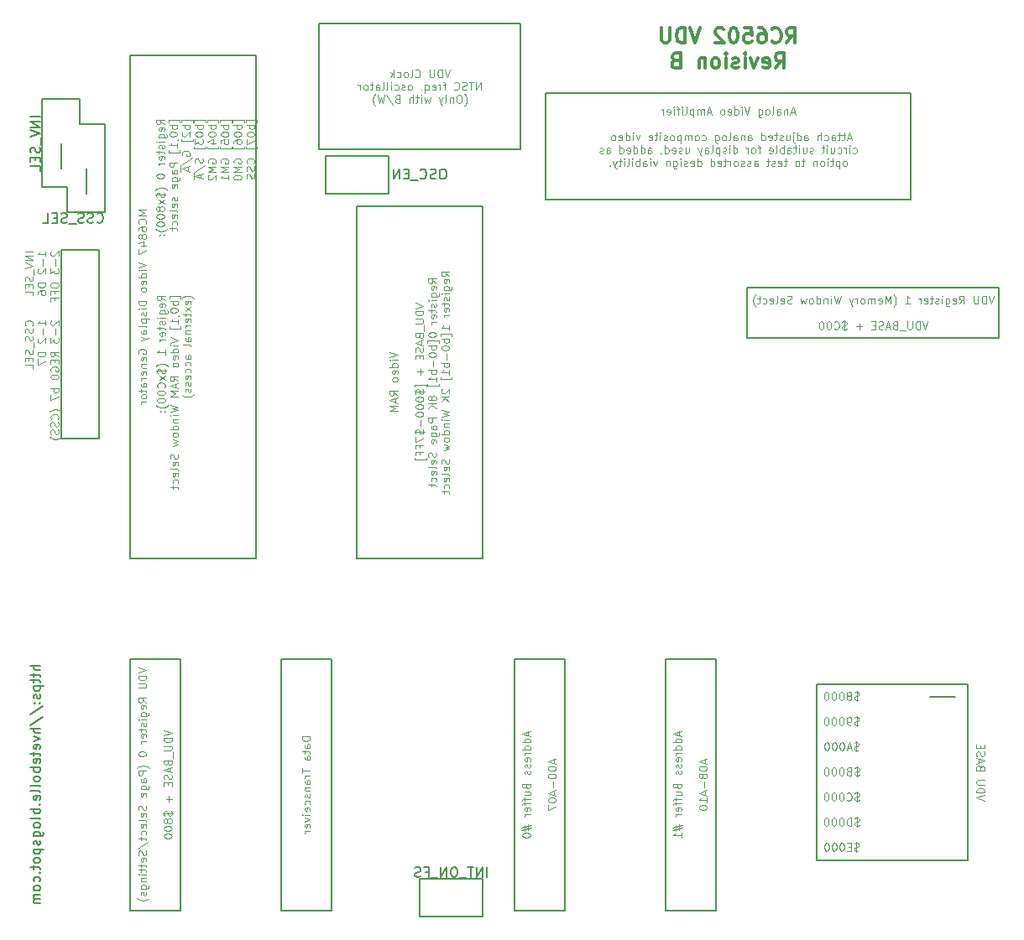
<source format=gbo>
G04 #@! TF.FileFunction,Legend,Bot*
%FSLAX46Y46*%
G04 Gerber Fmt 4.6, Leading zero omitted, Abs format (unit mm)*
G04 Created by KiCad (PCBNEW 4.0.7) date 02/20/19 13:27:08*
%MOMM*%
%LPD*%
G01*
G04 APERTURE LIST*
%ADD10C,0.100000*%
%ADD11C,0.200000*%
%ADD12C,0.150000*%
%ADD13C,0.300000*%
G04 APERTURE END LIST*
D10*
D11*
X56515000Y-87630000D02*
X56515000Y-68580000D01*
X60325000Y-87630000D02*
X56515000Y-87630000D01*
X60325000Y-68580000D02*
X60325000Y-87630000D01*
X56515000Y-68580000D02*
X60325000Y-68580000D01*
D10*
X53671905Y-68770476D02*
X52871905Y-68770476D01*
X53671905Y-69151428D02*
X52871905Y-69151428D01*
X53671905Y-69608571D01*
X52871905Y-69608571D01*
X52871905Y-69875237D02*
X53671905Y-70141904D01*
X52871905Y-70408571D01*
X53748095Y-70484761D02*
X53748095Y-71094285D01*
X53633810Y-71246666D02*
X53671905Y-71360952D01*
X53671905Y-71551428D01*
X53633810Y-71627618D01*
X53595714Y-71665714D01*
X53519524Y-71703809D01*
X53443333Y-71703809D01*
X53367143Y-71665714D01*
X53329048Y-71627618D01*
X53290952Y-71551428D01*
X53252857Y-71399047D01*
X53214762Y-71322856D01*
X53176667Y-71284761D01*
X53100476Y-71246666D01*
X53024286Y-71246666D01*
X52948095Y-71284761D01*
X52910000Y-71322856D01*
X52871905Y-71399047D01*
X52871905Y-71589523D01*
X52910000Y-71703809D01*
X53252857Y-72046666D02*
X53252857Y-72313333D01*
X53671905Y-72427619D02*
X53671905Y-72046666D01*
X52871905Y-72046666D01*
X52871905Y-72427619D01*
X53671905Y-73151429D02*
X53671905Y-72770476D01*
X52871905Y-72770476D01*
X54971905Y-69189524D02*
X54971905Y-68732381D01*
X54971905Y-68960952D02*
X54171905Y-68960952D01*
X54286190Y-68884762D01*
X54362381Y-68808571D01*
X54400476Y-68732381D01*
X54667143Y-69532381D02*
X54667143Y-70141905D01*
X54248095Y-70484762D02*
X54210000Y-70522857D01*
X54171905Y-70599048D01*
X54171905Y-70789524D01*
X54210000Y-70865714D01*
X54248095Y-70903810D01*
X54324286Y-70941905D01*
X54400476Y-70941905D01*
X54514762Y-70903810D01*
X54971905Y-70446667D01*
X54971905Y-70941905D01*
X54971905Y-71894286D02*
X54171905Y-71894286D01*
X54171905Y-72084762D01*
X54210000Y-72199048D01*
X54286190Y-72275239D01*
X54362381Y-72313334D01*
X54514762Y-72351429D01*
X54629048Y-72351429D01*
X54781429Y-72313334D01*
X54857619Y-72275239D01*
X54933810Y-72199048D01*
X54971905Y-72084762D01*
X54971905Y-71894286D01*
X54171905Y-73037143D02*
X54171905Y-72884762D01*
X54210000Y-72808572D01*
X54248095Y-72770477D01*
X54362381Y-72694286D01*
X54514762Y-72656191D01*
X54819524Y-72656191D01*
X54895714Y-72694286D01*
X54933810Y-72732381D01*
X54971905Y-72808572D01*
X54971905Y-72960953D01*
X54933810Y-73037143D01*
X54895714Y-73075239D01*
X54819524Y-73113334D01*
X54629048Y-73113334D01*
X54552857Y-73075239D01*
X54514762Y-73037143D01*
X54476667Y-72960953D01*
X54476667Y-72808572D01*
X54514762Y-72732381D01*
X54552857Y-72694286D01*
X54629048Y-72656191D01*
X55548095Y-68732381D02*
X55510000Y-68770476D01*
X55471905Y-68846667D01*
X55471905Y-69037143D01*
X55510000Y-69113333D01*
X55548095Y-69151429D01*
X55624286Y-69189524D01*
X55700476Y-69189524D01*
X55814762Y-69151429D01*
X56271905Y-68694286D01*
X56271905Y-69189524D01*
X55967143Y-69532381D02*
X55967143Y-70141905D01*
X55471905Y-70446667D02*
X55471905Y-70941905D01*
X55776667Y-70675238D01*
X55776667Y-70789524D01*
X55814762Y-70865714D01*
X55852857Y-70903810D01*
X55929048Y-70941905D01*
X56119524Y-70941905D01*
X56195714Y-70903810D01*
X56233810Y-70865714D01*
X56271905Y-70789524D01*
X56271905Y-70560952D01*
X56233810Y-70484762D01*
X56195714Y-70446667D01*
X55471905Y-72046667D02*
X55471905Y-72199048D01*
X55510000Y-72275239D01*
X55586190Y-72351429D01*
X55738571Y-72389524D01*
X56005238Y-72389524D01*
X56157619Y-72351429D01*
X56233810Y-72275239D01*
X56271905Y-72199048D01*
X56271905Y-72046667D01*
X56233810Y-71970477D01*
X56157619Y-71894286D01*
X56005238Y-71856191D01*
X55738571Y-71856191D01*
X55586190Y-71894286D01*
X55510000Y-71970477D01*
X55471905Y-72046667D01*
X55852857Y-72999048D02*
X55852857Y-72732381D01*
X56271905Y-72732381D02*
X55471905Y-72732381D01*
X55471905Y-73113334D01*
X55852857Y-73684762D02*
X55852857Y-73418095D01*
X56271905Y-73418095D02*
X55471905Y-73418095D01*
X55471905Y-73799048D01*
X53595714Y-76212619D02*
X53633810Y-76174524D01*
X53671905Y-76060238D01*
X53671905Y-75984048D01*
X53633810Y-75869762D01*
X53557619Y-75793571D01*
X53481429Y-75755476D01*
X53329048Y-75717381D01*
X53214762Y-75717381D01*
X53062381Y-75755476D01*
X52986190Y-75793571D01*
X52910000Y-75869762D01*
X52871905Y-75984048D01*
X52871905Y-76060238D01*
X52910000Y-76174524D01*
X52948095Y-76212619D01*
X53633810Y-76517381D02*
X53671905Y-76631667D01*
X53671905Y-76822143D01*
X53633810Y-76898333D01*
X53595714Y-76936429D01*
X53519524Y-76974524D01*
X53443333Y-76974524D01*
X53367143Y-76936429D01*
X53329048Y-76898333D01*
X53290952Y-76822143D01*
X53252857Y-76669762D01*
X53214762Y-76593571D01*
X53176667Y-76555476D01*
X53100476Y-76517381D01*
X53024286Y-76517381D01*
X52948095Y-76555476D01*
X52910000Y-76593571D01*
X52871905Y-76669762D01*
X52871905Y-76860238D01*
X52910000Y-76974524D01*
X53633810Y-77279286D02*
X53671905Y-77393572D01*
X53671905Y-77584048D01*
X53633810Y-77660238D01*
X53595714Y-77698334D01*
X53519524Y-77736429D01*
X53443333Y-77736429D01*
X53367143Y-77698334D01*
X53329048Y-77660238D01*
X53290952Y-77584048D01*
X53252857Y-77431667D01*
X53214762Y-77355476D01*
X53176667Y-77317381D01*
X53100476Y-77279286D01*
X53024286Y-77279286D01*
X52948095Y-77317381D01*
X52910000Y-77355476D01*
X52871905Y-77431667D01*
X52871905Y-77622143D01*
X52910000Y-77736429D01*
X53748095Y-77888810D02*
X53748095Y-78498334D01*
X53633810Y-78650715D02*
X53671905Y-78765001D01*
X53671905Y-78955477D01*
X53633810Y-79031667D01*
X53595714Y-79069763D01*
X53519524Y-79107858D01*
X53443333Y-79107858D01*
X53367143Y-79069763D01*
X53329048Y-79031667D01*
X53290952Y-78955477D01*
X53252857Y-78803096D01*
X53214762Y-78726905D01*
X53176667Y-78688810D01*
X53100476Y-78650715D01*
X53024286Y-78650715D01*
X52948095Y-78688810D01*
X52910000Y-78726905D01*
X52871905Y-78803096D01*
X52871905Y-78993572D01*
X52910000Y-79107858D01*
X53252857Y-79450715D02*
X53252857Y-79717382D01*
X53671905Y-79831668D02*
X53671905Y-79450715D01*
X52871905Y-79450715D01*
X52871905Y-79831668D01*
X53671905Y-80555478D02*
X53671905Y-80174525D01*
X52871905Y-80174525D01*
X54971905Y-76174524D02*
X54971905Y-75717381D01*
X54971905Y-75945952D02*
X54171905Y-75945952D01*
X54286190Y-75869762D01*
X54362381Y-75793571D01*
X54400476Y-75717381D01*
X54667143Y-76517381D02*
X54667143Y-77126905D01*
X54248095Y-77469762D02*
X54210000Y-77507857D01*
X54171905Y-77584048D01*
X54171905Y-77774524D01*
X54210000Y-77850714D01*
X54248095Y-77888810D01*
X54324286Y-77926905D01*
X54400476Y-77926905D01*
X54514762Y-77888810D01*
X54971905Y-77431667D01*
X54971905Y-77926905D01*
X54971905Y-78879286D02*
X54171905Y-78879286D01*
X54171905Y-79069762D01*
X54210000Y-79184048D01*
X54286190Y-79260239D01*
X54362381Y-79298334D01*
X54514762Y-79336429D01*
X54629048Y-79336429D01*
X54781429Y-79298334D01*
X54857619Y-79260239D01*
X54933810Y-79184048D01*
X54971905Y-79069762D01*
X54971905Y-78879286D01*
X54171905Y-79603096D02*
X54171905Y-80136429D01*
X54971905Y-79793572D01*
X55548095Y-75717381D02*
X55510000Y-75755476D01*
X55471905Y-75831667D01*
X55471905Y-76022143D01*
X55510000Y-76098333D01*
X55548095Y-76136429D01*
X55624286Y-76174524D01*
X55700476Y-76174524D01*
X55814762Y-76136429D01*
X56271905Y-75679286D01*
X56271905Y-76174524D01*
X55967143Y-76517381D02*
X55967143Y-77126905D01*
X55471905Y-77431667D02*
X55471905Y-77926905D01*
X55776667Y-77660238D01*
X55776667Y-77774524D01*
X55814762Y-77850714D01*
X55852857Y-77888810D01*
X55929048Y-77926905D01*
X56119524Y-77926905D01*
X56195714Y-77888810D01*
X56233810Y-77850714D01*
X56271905Y-77774524D01*
X56271905Y-77545952D01*
X56233810Y-77469762D01*
X56195714Y-77431667D01*
X56271905Y-79336429D02*
X55890952Y-79069762D01*
X56271905Y-78879286D02*
X55471905Y-78879286D01*
X55471905Y-79184048D01*
X55510000Y-79260239D01*
X55548095Y-79298334D01*
X55624286Y-79336429D01*
X55738571Y-79336429D01*
X55814762Y-79298334D01*
X55852857Y-79260239D01*
X55890952Y-79184048D01*
X55890952Y-78879286D01*
X55852857Y-79679286D02*
X55852857Y-79945953D01*
X56271905Y-80060239D02*
X56271905Y-79679286D01*
X55471905Y-79679286D01*
X55471905Y-80060239D01*
X55510000Y-80822144D02*
X55471905Y-80745953D01*
X55471905Y-80631668D01*
X55510000Y-80517382D01*
X55586190Y-80441191D01*
X55662381Y-80403096D01*
X55814762Y-80365001D01*
X55929048Y-80365001D01*
X56081429Y-80403096D01*
X56157619Y-80441191D01*
X56233810Y-80517382D01*
X56271905Y-80631668D01*
X56271905Y-80707858D01*
X56233810Y-80822144D01*
X56195714Y-80860239D01*
X55929048Y-80860239D01*
X55929048Y-80707858D01*
X55471905Y-81355477D02*
X55471905Y-81431668D01*
X55510000Y-81507858D01*
X55548095Y-81545953D01*
X55624286Y-81584049D01*
X55776667Y-81622144D01*
X55967143Y-81622144D01*
X56119524Y-81584049D01*
X56195714Y-81545953D01*
X56233810Y-81507858D01*
X56271905Y-81431668D01*
X56271905Y-81355477D01*
X56233810Y-81279287D01*
X56195714Y-81241191D01*
X56119524Y-81203096D01*
X55967143Y-81165001D01*
X55776667Y-81165001D01*
X55624286Y-81203096D01*
X55548095Y-81241191D01*
X55510000Y-81279287D01*
X55471905Y-81355477D01*
X56271905Y-82574525D02*
X55471905Y-82574525D01*
X55776667Y-82574525D02*
X55738571Y-82650716D01*
X55738571Y-82803097D01*
X55776667Y-82879287D01*
X55814762Y-82917382D01*
X55890952Y-82955478D01*
X56119524Y-82955478D01*
X56195714Y-82917382D01*
X56233810Y-82879287D01*
X56271905Y-82803097D01*
X56271905Y-82650716D01*
X56233810Y-82574525D01*
X55471905Y-83222145D02*
X55471905Y-83755478D01*
X56271905Y-83412621D01*
X56576667Y-84898336D02*
X56538571Y-84860240D01*
X56424286Y-84784050D01*
X56348095Y-84745955D01*
X56233810Y-84707859D01*
X56043333Y-84669764D01*
X55890952Y-84669764D01*
X55700476Y-84707859D01*
X55586190Y-84745955D01*
X55510000Y-84784050D01*
X55395714Y-84860240D01*
X55357619Y-84898336D01*
X56195714Y-85660240D02*
X56233810Y-85622145D01*
X56271905Y-85507859D01*
X56271905Y-85431669D01*
X56233810Y-85317383D01*
X56157619Y-85241192D01*
X56081429Y-85203097D01*
X55929048Y-85165002D01*
X55814762Y-85165002D01*
X55662381Y-85203097D01*
X55586190Y-85241192D01*
X55510000Y-85317383D01*
X55471905Y-85431669D01*
X55471905Y-85507859D01*
X55510000Y-85622145D01*
X55548095Y-85660240D01*
X56233810Y-85965002D02*
X56271905Y-86079288D01*
X56271905Y-86269764D01*
X56233810Y-86345954D01*
X56195714Y-86384050D01*
X56119524Y-86422145D01*
X56043333Y-86422145D01*
X55967143Y-86384050D01*
X55929048Y-86345954D01*
X55890952Y-86269764D01*
X55852857Y-86117383D01*
X55814762Y-86041192D01*
X55776667Y-86003097D01*
X55700476Y-85965002D01*
X55624286Y-85965002D01*
X55548095Y-86003097D01*
X55510000Y-86041192D01*
X55471905Y-86117383D01*
X55471905Y-86307859D01*
X55510000Y-86422145D01*
X56233810Y-86726907D02*
X56271905Y-86841193D01*
X56271905Y-87031669D01*
X56233810Y-87107859D01*
X56195714Y-87145955D01*
X56119524Y-87184050D01*
X56043333Y-87184050D01*
X55967143Y-87145955D01*
X55929048Y-87107859D01*
X55890952Y-87031669D01*
X55852857Y-86879288D01*
X55814762Y-86803097D01*
X55776667Y-86765002D01*
X55700476Y-86726907D01*
X55624286Y-86726907D01*
X55548095Y-86765002D01*
X55510000Y-86803097D01*
X55471905Y-86879288D01*
X55471905Y-87069764D01*
X55510000Y-87184050D01*
X56576667Y-87450717D02*
X56538571Y-87488812D01*
X56424286Y-87565002D01*
X56348095Y-87603098D01*
X56233810Y-87641193D01*
X56043333Y-87679288D01*
X55890952Y-87679288D01*
X55700476Y-87641193D01*
X55586190Y-87603098D01*
X55510000Y-87565002D01*
X55395714Y-87488812D01*
X55357619Y-87450717D01*
D11*
X144145000Y-113665000D02*
X146685000Y-113665000D01*
D12*
X99504048Y-131897381D02*
X99504048Y-130897381D01*
X99027858Y-131897381D02*
X99027858Y-130897381D01*
X98456429Y-131897381D01*
X98456429Y-130897381D01*
X98123096Y-130897381D02*
X97551667Y-130897381D01*
X97837382Y-131897381D02*
X97837382Y-130897381D01*
X97456429Y-131992619D02*
X96694524Y-131992619D01*
X96265953Y-130897381D02*
X96075476Y-130897381D01*
X95980238Y-130945000D01*
X95885000Y-131040238D01*
X95837381Y-131230714D01*
X95837381Y-131564048D01*
X95885000Y-131754524D01*
X95980238Y-131849762D01*
X96075476Y-131897381D01*
X96265953Y-131897381D01*
X96361191Y-131849762D01*
X96456429Y-131754524D01*
X96504048Y-131564048D01*
X96504048Y-131230714D01*
X96456429Y-131040238D01*
X96361191Y-130945000D01*
X96265953Y-130897381D01*
X95408810Y-131897381D02*
X95408810Y-130897381D01*
X94837381Y-131897381D01*
X94837381Y-130897381D01*
X94599286Y-131992619D02*
X93837381Y-131992619D01*
X93265952Y-131373571D02*
X93599286Y-131373571D01*
X93599286Y-131897381D02*
X93599286Y-130897381D01*
X93123095Y-130897381D01*
X92789762Y-131849762D02*
X92646905Y-131897381D01*
X92408809Y-131897381D01*
X92313571Y-131849762D01*
X92265952Y-131802143D01*
X92218333Y-131706905D01*
X92218333Y-131611667D01*
X92265952Y-131516429D01*
X92313571Y-131468810D01*
X92408809Y-131421190D01*
X92599286Y-131373571D01*
X92694524Y-131325952D01*
X92742143Y-131278333D01*
X92789762Y-131183095D01*
X92789762Y-131087857D01*
X92742143Y-130992619D01*
X92694524Y-130945000D01*
X92599286Y-130897381D01*
X92361190Y-130897381D01*
X92218333Y-130945000D01*
X60142143Y-65762143D02*
X60189762Y-65809762D01*
X60332619Y-65857381D01*
X60427857Y-65857381D01*
X60570715Y-65809762D01*
X60665953Y-65714524D01*
X60713572Y-65619286D01*
X60761191Y-65428810D01*
X60761191Y-65285952D01*
X60713572Y-65095476D01*
X60665953Y-65000238D01*
X60570715Y-64905000D01*
X60427857Y-64857381D01*
X60332619Y-64857381D01*
X60189762Y-64905000D01*
X60142143Y-64952619D01*
X59761191Y-65809762D02*
X59618334Y-65857381D01*
X59380238Y-65857381D01*
X59285000Y-65809762D01*
X59237381Y-65762143D01*
X59189762Y-65666905D01*
X59189762Y-65571667D01*
X59237381Y-65476429D01*
X59285000Y-65428810D01*
X59380238Y-65381190D01*
X59570715Y-65333571D01*
X59665953Y-65285952D01*
X59713572Y-65238333D01*
X59761191Y-65143095D01*
X59761191Y-65047857D01*
X59713572Y-64952619D01*
X59665953Y-64905000D01*
X59570715Y-64857381D01*
X59332619Y-64857381D01*
X59189762Y-64905000D01*
X58808810Y-65809762D02*
X58665953Y-65857381D01*
X58427857Y-65857381D01*
X58332619Y-65809762D01*
X58285000Y-65762143D01*
X58237381Y-65666905D01*
X58237381Y-65571667D01*
X58285000Y-65476429D01*
X58332619Y-65428810D01*
X58427857Y-65381190D01*
X58618334Y-65333571D01*
X58713572Y-65285952D01*
X58761191Y-65238333D01*
X58808810Y-65143095D01*
X58808810Y-65047857D01*
X58761191Y-64952619D01*
X58713572Y-64905000D01*
X58618334Y-64857381D01*
X58380238Y-64857381D01*
X58237381Y-64905000D01*
X58046905Y-65952619D02*
X57285000Y-65952619D01*
X57094524Y-65809762D02*
X56951667Y-65857381D01*
X56713571Y-65857381D01*
X56618333Y-65809762D01*
X56570714Y-65762143D01*
X56523095Y-65666905D01*
X56523095Y-65571667D01*
X56570714Y-65476429D01*
X56618333Y-65428810D01*
X56713571Y-65381190D01*
X56904048Y-65333571D01*
X56999286Y-65285952D01*
X57046905Y-65238333D01*
X57094524Y-65143095D01*
X57094524Y-65047857D01*
X57046905Y-64952619D01*
X56999286Y-64905000D01*
X56904048Y-64857381D01*
X56665952Y-64857381D01*
X56523095Y-64905000D01*
X56094524Y-65333571D02*
X55761190Y-65333571D01*
X55618333Y-65857381D02*
X56094524Y-65857381D01*
X56094524Y-64857381D01*
X55618333Y-64857381D01*
X54713571Y-65857381D02*
X55189762Y-65857381D01*
X55189762Y-64857381D01*
X54427381Y-55118333D02*
X53427381Y-55118333D01*
X54427381Y-55594523D02*
X53427381Y-55594523D01*
X54427381Y-56165952D01*
X53427381Y-56165952D01*
X53427381Y-56499285D02*
X54427381Y-56832618D01*
X53427381Y-57165952D01*
X54522619Y-57261190D02*
X54522619Y-58023095D01*
X54379762Y-58213571D02*
X54427381Y-58356428D01*
X54427381Y-58594524D01*
X54379762Y-58689762D01*
X54332143Y-58737381D01*
X54236905Y-58785000D01*
X54141667Y-58785000D01*
X54046429Y-58737381D01*
X53998810Y-58689762D01*
X53951190Y-58594524D01*
X53903571Y-58404047D01*
X53855952Y-58308809D01*
X53808333Y-58261190D01*
X53713095Y-58213571D01*
X53617857Y-58213571D01*
X53522619Y-58261190D01*
X53475000Y-58308809D01*
X53427381Y-58404047D01*
X53427381Y-58642143D01*
X53475000Y-58785000D01*
X53903571Y-59213571D02*
X53903571Y-59546905D01*
X54427381Y-59689762D02*
X54427381Y-59213571D01*
X53427381Y-59213571D01*
X53427381Y-59689762D01*
X54427381Y-60594524D02*
X54427381Y-60118333D01*
X53427381Y-60118333D01*
X95138572Y-60412381D02*
X94948095Y-60412381D01*
X94852857Y-60460000D01*
X94757619Y-60555238D01*
X94710000Y-60745714D01*
X94710000Y-61079048D01*
X94757619Y-61269524D01*
X94852857Y-61364762D01*
X94948095Y-61412381D01*
X95138572Y-61412381D01*
X95233810Y-61364762D01*
X95329048Y-61269524D01*
X95376667Y-61079048D01*
X95376667Y-60745714D01*
X95329048Y-60555238D01*
X95233810Y-60460000D01*
X95138572Y-60412381D01*
X94329048Y-61364762D02*
X94186191Y-61412381D01*
X93948095Y-61412381D01*
X93852857Y-61364762D01*
X93805238Y-61317143D01*
X93757619Y-61221905D01*
X93757619Y-61126667D01*
X93805238Y-61031429D01*
X93852857Y-60983810D01*
X93948095Y-60936190D01*
X94138572Y-60888571D01*
X94233810Y-60840952D01*
X94281429Y-60793333D01*
X94329048Y-60698095D01*
X94329048Y-60602857D01*
X94281429Y-60507619D01*
X94233810Y-60460000D01*
X94138572Y-60412381D01*
X93900476Y-60412381D01*
X93757619Y-60460000D01*
X92757619Y-61317143D02*
X92805238Y-61364762D01*
X92948095Y-61412381D01*
X93043333Y-61412381D01*
X93186191Y-61364762D01*
X93281429Y-61269524D01*
X93329048Y-61174286D01*
X93376667Y-60983810D01*
X93376667Y-60840952D01*
X93329048Y-60650476D01*
X93281429Y-60555238D01*
X93186191Y-60460000D01*
X93043333Y-60412381D01*
X92948095Y-60412381D01*
X92805238Y-60460000D01*
X92757619Y-60507619D01*
X92567143Y-61507619D02*
X91805238Y-61507619D01*
X91567143Y-60888571D02*
X91233809Y-60888571D01*
X91090952Y-61412381D02*
X91567143Y-61412381D01*
X91567143Y-60412381D01*
X91090952Y-60412381D01*
X90662381Y-61412381D02*
X90662381Y-60412381D01*
X90090952Y-61412381D01*
X90090952Y-60412381D01*
D11*
X102870000Y-58420000D02*
X102870000Y-45720000D01*
X82550000Y-58420000D02*
X102870000Y-58420000D01*
X82550000Y-45720000D02*
X82550000Y-58420000D01*
X102870000Y-45720000D02*
X82550000Y-45720000D01*
X59055000Y-60325000D02*
X59055000Y-62865000D01*
X56515000Y-57785000D02*
X56515000Y-60325000D01*
X60960000Y-55880000D02*
X58420000Y-55880000D01*
X60960000Y-64770000D02*
X60960000Y-55880000D01*
X57150000Y-64770000D02*
X60960000Y-64770000D01*
X57150000Y-62230000D02*
X57150000Y-64770000D01*
X54610000Y-62230000D02*
X57150000Y-62230000D01*
X54610000Y-53340000D02*
X54610000Y-62230000D01*
X58420000Y-53340000D02*
X54610000Y-53340000D01*
X58420000Y-55880000D02*
X58420000Y-53340000D01*
X92710000Y-135890000D02*
X92710000Y-132080000D01*
X99060000Y-135890000D02*
X92710000Y-135890000D01*
X99060000Y-132080000D02*
X99060000Y-135890000D01*
X92710000Y-132080000D02*
X99060000Y-132080000D01*
X83185000Y-62865000D02*
X83185000Y-59055000D01*
X89535000Y-62865000D02*
X83185000Y-62865000D01*
X89535000Y-59055000D02*
X89535000Y-62865000D01*
X83185000Y-59055000D02*
X89535000Y-59055000D01*
D10*
X130529763Y-54683333D02*
X130148811Y-54683333D01*
X130605954Y-54911905D02*
X130339287Y-54111905D01*
X130072620Y-54911905D01*
X129805954Y-54378571D02*
X129805954Y-54911905D01*
X129805954Y-54454762D02*
X129767859Y-54416667D01*
X129691668Y-54378571D01*
X129577382Y-54378571D01*
X129501192Y-54416667D01*
X129463097Y-54492857D01*
X129463097Y-54911905D01*
X128739287Y-54911905D02*
X128739287Y-54492857D01*
X128777382Y-54416667D01*
X128853572Y-54378571D01*
X129005953Y-54378571D01*
X129082144Y-54416667D01*
X128739287Y-54873810D02*
X128815477Y-54911905D01*
X129005953Y-54911905D01*
X129082144Y-54873810D01*
X129120239Y-54797619D01*
X129120239Y-54721429D01*
X129082144Y-54645238D01*
X129005953Y-54607143D01*
X128815477Y-54607143D01*
X128739287Y-54569048D01*
X128244048Y-54911905D02*
X128320239Y-54873810D01*
X128358334Y-54797619D01*
X128358334Y-54111905D01*
X127825000Y-54911905D02*
X127901191Y-54873810D01*
X127939286Y-54835714D01*
X127977381Y-54759524D01*
X127977381Y-54530952D01*
X127939286Y-54454762D01*
X127901191Y-54416667D01*
X127825000Y-54378571D01*
X127710714Y-54378571D01*
X127634524Y-54416667D01*
X127596429Y-54454762D01*
X127558333Y-54530952D01*
X127558333Y-54759524D01*
X127596429Y-54835714D01*
X127634524Y-54873810D01*
X127710714Y-54911905D01*
X127825000Y-54911905D01*
X126872619Y-54378571D02*
X126872619Y-55026190D01*
X126910714Y-55102381D01*
X126948809Y-55140476D01*
X127025000Y-55178571D01*
X127139285Y-55178571D01*
X127215476Y-55140476D01*
X126872619Y-54873810D02*
X126948809Y-54911905D01*
X127101190Y-54911905D01*
X127177381Y-54873810D01*
X127215476Y-54835714D01*
X127253571Y-54759524D01*
X127253571Y-54530952D01*
X127215476Y-54454762D01*
X127177381Y-54416667D01*
X127101190Y-54378571D01*
X126948809Y-54378571D01*
X126872619Y-54416667D01*
X125996428Y-54111905D02*
X125729761Y-54911905D01*
X125463094Y-54111905D01*
X125196428Y-54911905D02*
X125196428Y-54378571D01*
X125196428Y-54111905D02*
X125234523Y-54150000D01*
X125196428Y-54188095D01*
X125158333Y-54150000D01*
X125196428Y-54111905D01*
X125196428Y-54188095D01*
X124472619Y-54911905D02*
X124472619Y-54111905D01*
X124472619Y-54873810D02*
X124548809Y-54911905D01*
X124701190Y-54911905D01*
X124777381Y-54873810D01*
X124815476Y-54835714D01*
X124853571Y-54759524D01*
X124853571Y-54530952D01*
X124815476Y-54454762D01*
X124777381Y-54416667D01*
X124701190Y-54378571D01*
X124548809Y-54378571D01*
X124472619Y-54416667D01*
X123786904Y-54873810D02*
X123863094Y-54911905D01*
X124015475Y-54911905D01*
X124091666Y-54873810D01*
X124129761Y-54797619D01*
X124129761Y-54492857D01*
X124091666Y-54416667D01*
X124015475Y-54378571D01*
X123863094Y-54378571D01*
X123786904Y-54416667D01*
X123748809Y-54492857D01*
X123748809Y-54569048D01*
X124129761Y-54645238D01*
X123291666Y-54911905D02*
X123367857Y-54873810D01*
X123405952Y-54835714D01*
X123444047Y-54759524D01*
X123444047Y-54530952D01*
X123405952Y-54454762D01*
X123367857Y-54416667D01*
X123291666Y-54378571D01*
X123177380Y-54378571D01*
X123101190Y-54416667D01*
X123063095Y-54454762D01*
X123024999Y-54530952D01*
X123024999Y-54759524D01*
X123063095Y-54835714D01*
X123101190Y-54873810D01*
X123177380Y-54911905D01*
X123291666Y-54911905D01*
X122110713Y-54683333D02*
X121729761Y-54683333D01*
X122186904Y-54911905D02*
X121920237Y-54111905D01*
X121653570Y-54911905D01*
X121386904Y-54911905D02*
X121386904Y-54378571D01*
X121386904Y-54454762D02*
X121348809Y-54416667D01*
X121272618Y-54378571D01*
X121158332Y-54378571D01*
X121082142Y-54416667D01*
X121044047Y-54492857D01*
X121044047Y-54911905D01*
X121044047Y-54492857D02*
X121005951Y-54416667D01*
X120929761Y-54378571D01*
X120815475Y-54378571D01*
X120739285Y-54416667D01*
X120701190Y-54492857D01*
X120701190Y-54911905D01*
X120320237Y-54378571D02*
X120320237Y-55178571D01*
X120320237Y-54416667D02*
X120244046Y-54378571D01*
X120091665Y-54378571D01*
X120015475Y-54416667D01*
X119977380Y-54454762D01*
X119939284Y-54530952D01*
X119939284Y-54759524D01*
X119977380Y-54835714D01*
X120015475Y-54873810D01*
X120091665Y-54911905D01*
X120244046Y-54911905D01*
X120320237Y-54873810D01*
X119482141Y-54911905D02*
X119558332Y-54873810D01*
X119596427Y-54797619D01*
X119596427Y-54111905D01*
X119177379Y-54911905D02*
X119177379Y-54378571D01*
X119177379Y-54111905D02*
X119215474Y-54150000D01*
X119177379Y-54188095D01*
X119139284Y-54150000D01*
X119177379Y-54111905D01*
X119177379Y-54188095D01*
X118910713Y-54378571D02*
X118605951Y-54378571D01*
X118796427Y-54911905D02*
X118796427Y-54226190D01*
X118758332Y-54150000D01*
X118682141Y-54111905D01*
X118605951Y-54111905D01*
X118339284Y-54911905D02*
X118339284Y-54378571D01*
X118339284Y-54111905D02*
X118377379Y-54150000D01*
X118339284Y-54188095D01*
X118301189Y-54150000D01*
X118339284Y-54111905D01*
X118339284Y-54188095D01*
X117653570Y-54873810D02*
X117729760Y-54911905D01*
X117882141Y-54911905D01*
X117958332Y-54873810D01*
X117996427Y-54797619D01*
X117996427Y-54492857D01*
X117958332Y-54416667D01*
X117882141Y-54378571D01*
X117729760Y-54378571D01*
X117653570Y-54416667D01*
X117615475Y-54492857D01*
X117615475Y-54569048D01*
X117996427Y-54645238D01*
X117272618Y-54911905D02*
X117272618Y-54378571D01*
X117272618Y-54530952D02*
X117234523Y-54454762D01*
X117196427Y-54416667D01*
X117120237Y-54378571D01*
X117044046Y-54378571D01*
X136225003Y-57283333D02*
X135844051Y-57283333D01*
X136301194Y-57511905D02*
X136034527Y-56711905D01*
X135767860Y-57511905D01*
X135615480Y-56978571D02*
X135310718Y-56978571D01*
X135501194Y-56711905D02*
X135501194Y-57397619D01*
X135463099Y-57473810D01*
X135386908Y-57511905D01*
X135310718Y-57511905D01*
X135158337Y-56978571D02*
X134853575Y-56978571D01*
X135044051Y-56711905D02*
X135044051Y-57397619D01*
X135005956Y-57473810D01*
X134929765Y-57511905D01*
X134853575Y-57511905D01*
X134244051Y-57511905D02*
X134244051Y-57092857D01*
X134282146Y-57016667D01*
X134358336Y-56978571D01*
X134510717Y-56978571D01*
X134586908Y-57016667D01*
X134244051Y-57473810D02*
X134320241Y-57511905D01*
X134510717Y-57511905D01*
X134586908Y-57473810D01*
X134625003Y-57397619D01*
X134625003Y-57321429D01*
X134586908Y-57245238D01*
X134510717Y-57207143D01*
X134320241Y-57207143D01*
X134244051Y-57169048D01*
X133520241Y-57473810D02*
X133596431Y-57511905D01*
X133748812Y-57511905D01*
X133825003Y-57473810D01*
X133863098Y-57435714D01*
X133901193Y-57359524D01*
X133901193Y-57130952D01*
X133863098Y-57054762D01*
X133825003Y-57016667D01*
X133748812Y-56978571D01*
X133596431Y-56978571D01*
X133520241Y-57016667D01*
X133177384Y-57511905D02*
X133177384Y-56711905D01*
X132834527Y-57511905D02*
X132834527Y-57092857D01*
X132872622Y-57016667D01*
X132948812Y-56978571D01*
X133063098Y-56978571D01*
X133139289Y-57016667D01*
X133177384Y-57054762D01*
X131501193Y-57511905D02*
X131501193Y-57092857D01*
X131539288Y-57016667D01*
X131615478Y-56978571D01*
X131767859Y-56978571D01*
X131844050Y-57016667D01*
X131501193Y-57473810D02*
X131577383Y-57511905D01*
X131767859Y-57511905D01*
X131844050Y-57473810D01*
X131882145Y-57397619D01*
X131882145Y-57321429D01*
X131844050Y-57245238D01*
X131767859Y-57207143D01*
X131577383Y-57207143D01*
X131501193Y-57169048D01*
X130777383Y-57511905D02*
X130777383Y-56711905D01*
X130777383Y-57473810D02*
X130853573Y-57511905D01*
X131005954Y-57511905D01*
X131082145Y-57473810D01*
X131120240Y-57435714D01*
X131158335Y-57359524D01*
X131158335Y-57130952D01*
X131120240Y-57054762D01*
X131082145Y-57016667D01*
X131005954Y-56978571D01*
X130853573Y-56978571D01*
X130777383Y-57016667D01*
X130396430Y-56978571D02*
X130396430Y-57664286D01*
X130434525Y-57740476D01*
X130510716Y-57778571D01*
X130548811Y-57778571D01*
X130396430Y-56711905D02*
X130434525Y-56750000D01*
X130396430Y-56788095D01*
X130358335Y-56750000D01*
X130396430Y-56711905D01*
X130396430Y-56788095D01*
X129672621Y-56978571D02*
X129672621Y-57511905D01*
X130015478Y-56978571D02*
X130015478Y-57397619D01*
X129977383Y-57473810D01*
X129901192Y-57511905D01*
X129786906Y-57511905D01*
X129710716Y-57473810D01*
X129672621Y-57435714D01*
X129329763Y-57473810D02*
X129253573Y-57511905D01*
X129101192Y-57511905D01*
X129025001Y-57473810D01*
X128986906Y-57397619D01*
X128986906Y-57359524D01*
X129025001Y-57283333D01*
X129101192Y-57245238D01*
X129215477Y-57245238D01*
X129291668Y-57207143D01*
X129329763Y-57130952D01*
X129329763Y-57092857D01*
X129291668Y-57016667D01*
X129215477Y-56978571D01*
X129101192Y-56978571D01*
X129025001Y-57016667D01*
X128758335Y-56978571D02*
X128453573Y-56978571D01*
X128644049Y-56711905D02*
X128644049Y-57397619D01*
X128605954Y-57473810D01*
X128529763Y-57511905D01*
X128453573Y-57511905D01*
X127882144Y-57473810D02*
X127958334Y-57511905D01*
X128110715Y-57511905D01*
X128186906Y-57473810D01*
X128225001Y-57397619D01*
X128225001Y-57092857D01*
X128186906Y-57016667D01*
X128110715Y-56978571D01*
X127958334Y-56978571D01*
X127882144Y-57016667D01*
X127844049Y-57092857D01*
X127844049Y-57169048D01*
X128225001Y-57245238D01*
X127158335Y-57511905D02*
X127158335Y-56711905D01*
X127158335Y-57473810D02*
X127234525Y-57511905D01*
X127386906Y-57511905D01*
X127463097Y-57473810D01*
X127501192Y-57435714D01*
X127539287Y-57359524D01*
X127539287Y-57130952D01*
X127501192Y-57054762D01*
X127463097Y-57016667D01*
X127386906Y-56978571D01*
X127234525Y-56978571D01*
X127158335Y-57016667D01*
X125825001Y-57511905D02*
X125825001Y-57092857D01*
X125863096Y-57016667D01*
X125939286Y-56978571D01*
X126091667Y-56978571D01*
X126167858Y-57016667D01*
X125825001Y-57473810D02*
X125901191Y-57511905D01*
X126091667Y-57511905D01*
X126167858Y-57473810D01*
X126205953Y-57397619D01*
X126205953Y-57321429D01*
X126167858Y-57245238D01*
X126091667Y-57207143D01*
X125901191Y-57207143D01*
X125825001Y-57169048D01*
X125444048Y-56978571D02*
X125444048Y-57511905D01*
X125444048Y-57054762D02*
X125405953Y-57016667D01*
X125329762Y-56978571D01*
X125215476Y-56978571D01*
X125139286Y-57016667D01*
X125101191Y-57092857D01*
X125101191Y-57511905D01*
X124377381Y-57511905D02*
X124377381Y-57092857D01*
X124415476Y-57016667D01*
X124491666Y-56978571D01*
X124644047Y-56978571D01*
X124720238Y-57016667D01*
X124377381Y-57473810D02*
X124453571Y-57511905D01*
X124644047Y-57511905D01*
X124720238Y-57473810D01*
X124758333Y-57397619D01*
X124758333Y-57321429D01*
X124720238Y-57245238D01*
X124644047Y-57207143D01*
X124453571Y-57207143D01*
X124377381Y-57169048D01*
X123882142Y-57511905D02*
X123958333Y-57473810D01*
X123996428Y-57397619D01*
X123996428Y-56711905D01*
X123463094Y-57511905D02*
X123539285Y-57473810D01*
X123577380Y-57435714D01*
X123615475Y-57359524D01*
X123615475Y-57130952D01*
X123577380Y-57054762D01*
X123539285Y-57016667D01*
X123463094Y-56978571D01*
X123348808Y-56978571D01*
X123272618Y-57016667D01*
X123234523Y-57054762D01*
X123196427Y-57130952D01*
X123196427Y-57359524D01*
X123234523Y-57435714D01*
X123272618Y-57473810D01*
X123348808Y-57511905D01*
X123463094Y-57511905D01*
X122510713Y-56978571D02*
X122510713Y-57626190D01*
X122548808Y-57702381D01*
X122586903Y-57740476D01*
X122663094Y-57778571D01*
X122777379Y-57778571D01*
X122853570Y-57740476D01*
X122510713Y-57473810D02*
X122586903Y-57511905D01*
X122739284Y-57511905D01*
X122815475Y-57473810D01*
X122853570Y-57435714D01*
X122891665Y-57359524D01*
X122891665Y-57130952D01*
X122853570Y-57054762D01*
X122815475Y-57016667D01*
X122739284Y-56978571D01*
X122586903Y-56978571D01*
X122510713Y-57016667D01*
X121177379Y-57473810D02*
X121253569Y-57511905D01*
X121405950Y-57511905D01*
X121482141Y-57473810D01*
X121520236Y-57435714D01*
X121558331Y-57359524D01*
X121558331Y-57130952D01*
X121520236Y-57054762D01*
X121482141Y-57016667D01*
X121405950Y-56978571D01*
X121253569Y-56978571D01*
X121177379Y-57016667D01*
X120720236Y-57511905D02*
X120796427Y-57473810D01*
X120834522Y-57435714D01*
X120872617Y-57359524D01*
X120872617Y-57130952D01*
X120834522Y-57054762D01*
X120796427Y-57016667D01*
X120720236Y-56978571D01*
X120605950Y-56978571D01*
X120529760Y-57016667D01*
X120491665Y-57054762D01*
X120453569Y-57130952D01*
X120453569Y-57359524D01*
X120491665Y-57435714D01*
X120529760Y-57473810D01*
X120605950Y-57511905D01*
X120720236Y-57511905D01*
X120110712Y-57511905D02*
X120110712Y-56978571D01*
X120110712Y-57054762D02*
X120072617Y-57016667D01*
X119996426Y-56978571D01*
X119882140Y-56978571D01*
X119805950Y-57016667D01*
X119767855Y-57092857D01*
X119767855Y-57511905D01*
X119767855Y-57092857D02*
X119729759Y-57016667D01*
X119653569Y-56978571D01*
X119539283Y-56978571D01*
X119463093Y-57016667D01*
X119424998Y-57092857D01*
X119424998Y-57511905D01*
X119044045Y-56978571D02*
X119044045Y-57778571D01*
X119044045Y-57016667D02*
X118967854Y-56978571D01*
X118815473Y-56978571D01*
X118739283Y-57016667D01*
X118701188Y-57054762D01*
X118663092Y-57130952D01*
X118663092Y-57359524D01*
X118701188Y-57435714D01*
X118739283Y-57473810D01*
X118815473Y-57511905D01*
X118967854Y-57511905D01*
X119044045Y-57473810D01*
X118205949Y-57511905D02*
X118282140Y-57473810D01*
X118320235Y-57435714D01*
X118358330Y-57359524D01*
X118358330Y-57130952D01*
X118320235Y-57054762D01*
X118282140Y-57016667D01*
X118205949Y-56978571D01*
X118091663Y-56978571D01*
X118015473Y-57016667D01*
X117977378Y-57054762D01*
X117939282Y-57130952D01*
X117939282Y-57359524D01*
X117977378Y-57435714D01*
X118015473Y-57473810D01*
X118091663Y-57511905D01*
X118205949Y-57511905D01*
X117634520Y-57473810D02*
X117558330Y-57511905D01*
X117405949Y-57511905D01*
X117329758Y-57473810D01*
X117291663Y-57397619D01*
X117291663Y-57359524D01*
X117329758Y-57283333D01*
X117405949Y-57245238D01*
X117520234Y-57245238D01*
X117596425Y-57207143D01*
X117634520Y-57130952D01*
X117634520Y-57092857D01*
X117596425Y-57016667D01*
X117520234Y-56978571D01*
X117405949Y-56978571D01*
X117329758Y-57016667D01*
X116948806Y-57511905D02*
X116948806Y-56978571D01*
X116948806Y-56711905D02*
X116986901Y-56750000D01*
X116948806Y-56788095D01*
X116910711Y-56750000D01*
X116948806Y-56711905D01*
X116948806Y-56788095D01*
X116682140Y-56978571D02*
X116377378Y-56978571D01*
X116567854Y-56711905D02*
X116567854Y-57397619D01*
X116529759Y-57473810D01*
X116453568Y-57511905D01*
X116377378Y-57511905D01*
X115805949Y-57473810D02*
X115882139Y-57511905D01*
X116034520Y-57511905D01*
X116110711Y-57473810D01*
X116148806Y-57397619D01*
X116148806Y-57092857D01*
X116110711Y-57016667D01*
X116034520Y-56978571D01*
X115882139Y-56978571D01*
X115805949Y-57016667D01*
X115767854Y-57092857D01*
X115767854Y-57169048D01*
X116148806Y-57245238D01*
X114891663Y-56978571D02*
X114701187Y-57511905D01*
X114510711Y-56978571D01*
X114205949Y-57511905D02*
X114205949Y-56978571D01*
X114205949Y-56711905D02*
X114244044Y-56750000D01*
X114205949Y-56788095D01*
X114167854Y-56750000D01*
X114205949Y-56711905D01*
X114205949Y-56788095D01*
X113482140Y-57511905D02*
X113482140Y-56711905D01*
X113482140Y-57473810D02*
X113558330Y-57511905D01*
X113710711Y-57511905D01*
X113786902Y-57473810D01*
X113824997Y-57435714D01*
X113863092Y-57359524D01*
X113863092Y-57130952D01*
X113824997Y-57054762D01*
X113786902Y-57016667D01*
X113710711Y-56978571D01*
X113558330Y-56978571D01*
X113482140Y-57016667D01*
X112796425Y-57473810D02*
X112872615Y-57511905D01*
X113024996Y-57511905D01*
X113101187Y-57473810D01*
X113139282Y-57397619D01*
X113139282Y-57092857D01*
X113101187Y-57016667D01*
X113024996Y-56978571D01*
X112872615Y-56978571D01*
X112796425Y-57016667D01*
X112758330Y-57092857D01*
X112758330Y-57169048D01*
X113139282Y-57245238D01*
X112301187Y-57511905D02*
X112377378Y-57473810D01*
X112415473Y-57435714D01*
X112453568Y-57359524D01*
X112453568Y-57130952D01*
X112415473Y-57054762D01*
X112377378Y-57016667D01*
X112301187Y-56978571D01*
X112186901Y-56978571D01*
X112110711Y-57016667D01*
X112072616Y-57054762D01*
X112034520Y-57130952D01*
X112034520Y-57359524D01*
X112072616Y-57435714D01*
X112110711Y-57473810D01*
X112186901Y-57511905D01*
X112301187Y-57511905D01*
X136415479Y-58773810D02*
X136491669Y-58811905D01*
X136644050Y-58811905D01*
X136720241Y-58773810D01*
X136758336Y-58735714D01*
X136796431Y-58659524D01*
X136796431Y-58430952D01*
X136758336Y-58354762D01*
X136720241Y-58316667D01*
X136644050Y-58278571D01*
X136491669Y-58278571D01*
X136415479Y-58316667D01*
X136072622Y-58811905D02*
X136072622Y-58278571D01*
X136072622Y-58011905D02*
X136110717Y-58050000D01*
X136072622Y-58088095D01*
X136034527Y-58050000D01*
X136072622Y-58011905D01*
X136072622Y-58088095D01*
X135691670Y-58811905D02*
X135691670Y-58278571D01*
X135691670Y-58430952D02*
X135653575Y-58354762D01*
X135615479Y-58316667D01*
X135539289Y-58278571D01*
X135463098Y-58278571D01*
X134853575Y-58773810D02*
X134929765Y-58811905D01*
X135082146Y-58811905D01*
X135158337Y-58773810D01*
X135196432Y-58735714D01*
X135234527Y-58659524D01*
X135234527Y-58430952D01*
X135196432Y-58354762D01*
X135158337Y-58316667D01*
X135082146Y-58278571D01*
X134929765Y-58278571D01*
X134853575Y-58316667D01*
X134167861Y-58278571D02*
X134167861Y-58811905D01*
X134510718Y-58278571D02*
X134510718Y-58697619D01*
X134472623Y-58773810D01*
X134396432Y-58811905D01*
X134282146Y-58811905D01*
X134205956Y-58773810D01*
X134167861Y-58735714D01*
X133786908Y-58811905D02*
X133786908Y-58278571D01*
X133786908Y-58011905D02*
X133825003Y-58050000D01*
X133786908Y-58088095D01*
X133748813Y-58050000D01*
X133786908Y-58011905D01*
X133786908Y-58088095D01*
X133520242Y-58278571D02*
X133215480Y-58278571D01*
X133405956Y-58011905D02*
X133405956Y-58697619D01*
X133367861Y-58773810D01*
X133291670Y-58811905D01*
X133215480Y-58811905D01*
X132377384Y-58773810D02*
X132301194Y-58811905D01*
X132148813Y-58811905D01*
X132072622Y-58773810D01*
X132034527Y-58697619D01*
X132034527Y-58659524D01*
X132072622Y-58583333D01*
X132148813Y-58545238D01*
X132263098Y-58545238D01*
X132339289Y-58507143D01*
X132377384Y-58430952D01*
X132377384Y-58392857D01*
X132339289Y-58316667D01*
X132263098Y-58278571D01*
X132148813Y-58278571D01*
X132072622Y-58316667D01*
X131348813Y-58278571D02*
X131348813Y-58811905D01*
X131691670Y-58278571D02*
X131691670Y-58697619D01*
X131653575Y-58773810D01*
X131577384Y-58811905D01*
X131463098Y-58811905D01*
X131386908Y-58773810D01*
X131348813Y-58735714D01*
X130967860Y-58811905D02*
X130967860Y-58278571D01*
X130967860Y-58011905D02*
X131005955Y-58050000D01*
X130967860Y-58088095D01*
X130929765Y-58050000D01*
X130967860Y-58011905D01*
X130967860Y-58088095D01*
X130701194Y-58278571D02*
X130396432Y-58278571D01*
X130586908Y-58011905D02*
X130586908Y-58697619D01*
X130548813Y-58773810D01*
X130472622Y-58811905D01*
X130396432Y-58811905D01*
X129786908Y-58811905D02*
X129786908Y-58392857D01*
X129825003Y-58316667D01*
X129901193Y-58278571D01*
X130053574Y-58278571D01*
X130129765Y-58316667D01*
X129786908Y-58773810D02*
X129863098Y-58811905D01*
X130053574Y-58811905D01*
X130129765Y-58773810D01*
X130167860Y-58697619D01*
X130167860Y-58621429D01*
X130129765Y-58545238D01*
X130053574Y-58507143D01*
X129863098Y-58507143D01*
X129786908Y-58469048D01*
X129405955Y-58811905D02*
X129405955Y-58011905D01*
X129405955Y-58316667D02*
X129329764Y-58278571D01*
X129177383Y-58278571D01*
X129101193Y-58316667D01*
X129063098Y-58354762D01*
X129025002Y-58430952D01*
X129025002Y-58659524D01*
X129063098Y-58735714D01*
X129101193Y-58773810D01*
X129177383Y-58811905D01*
X129329764Y-58811905D01*
X129405955Y-58773810D01*
X128567859Y-58811905D02*
X128644050Y-58773810D01*
X128682145Y-58697619D01*
X128682145Y-58011905D01*
X127958335Y-58773810D02*
X128034525Y-58811905D01*
X128186906Y-58811905D01*
X128263097Y-58773810D01*
X128301192Y-58697619D01*
X128301192Y-58392857D01*
X128263097Y-58316667D01*
X128186906Y-58278571D01*
X128034525Y-58278571D01*
X127958335Y-58316667D01*
X127920240Y-58392857D01*
X127920240Y-58469048D01*
X128301192Y-58545238D01*
X127082145Y-58278571D02*
X126777383Y-58278571D01*
X126967859Y-58811905D02*
X126967859Y-58126190D01*
X126929764Y-58050000D01*
X126853573Y-58011905D01*
X126777383Y-58011905D01*
X126396430Y-58811905D02*
X126472621Y-58773810D01*
X126510716Y-58735714D01*
X126548811Y-58659524D01*
X126548811Y-58430952D01*
X126510716Y-58354762D01*
X126472621Y-58316667D01*
X126396430Y-58278571D01*
X126282144Y-58278571D01*
X126205954Y-58316667D01*
X126167859Y-58354762D01*
X126129763Y-58430952D01*
X126129763Y-58659524D01*
X126167859Y-58735714D01*
X126205954Y-58773810D01*
X126282144Y-58811905D01*
X126396430Y-58811905D01*
X125786906Y-58811905D02*
X125786906Y-58278571D01*
X125786906Y-58430952D02*
X125748811Y-58354762D01*
X125710715Y-58316667D01*
X125634525Y-58278571D01*
X125558334Y-58278571D01*
X124339287Y-58811905D02*
X124339287Y-58011905D01*
X124339287Y-58773810D02*
X124415477Y-58811905D01*
X124567858Y-58811905D01*
X124644049Y-58773810D01*
X124682144Y-58735714D01*
X124720239Y-58659524D01*
X124720239Y-58430952D01*
X124682144Y-58354762D01*
X124644049Y-58316667D01*
X124567858Y-58278571D01*
X124415477Y-58278571D01*
X124339287Y-58316667D01*
X123958334Y-58811905D02*
X123958334Y-58278571D01*
X123958334Y-58011905D02*
X123996429Y-58050000D01*
X123958334Y-58088095D01*
X123920239Y-58050000D01*
X123958334Y-58011905D01*
X123958334Y-58088095D01*
X123615477Y-58773810D02*
X123539287Y-58811905D01*
X123386906Y-58811905D01*
X123310715Y-58773810D01*
X123272620Y-58697619D01*
X123272620Y-58659524D01*
X123310715Y-58583333D01*
X123386906Y-58545238D01*
X123501191Y-58545238D01*
X123577382Y-58507143D01*
X123615477Y-58430952D01*
X123615477Y-58392857D01*
X123577382Y-58316667D01*
X123501191Y-58278571D01*
X123386906Y-58278571D01*
X123310715Y-58316667D01*
X122929763Y-58278571D02*
X122929763Y-59078571D01*
X122929763Y-58316667D02*
X122853572Y-58278571D01*
X122701191Y-58278571D01*
X122625001Y-58316667D01*
X122586906Y-58354762D01*
X122548810Y-58430952D01*
X122548810Y-58659524D01*
X122586906Y-58735714D01*
X122625001Y-58773810D01*
X122701191Y-58811905D01*
X122853572Y-58811905D01*
X122929763Y-58773810D01*
X122091667Y-58811905D02*
X122167858Y-58773810D01*
X122205953Y-58697619D01*
X122205953Y-58011905D01*
X121444048Y-58811905D02*
X121444048Y-58392857D01*
X121482143Y-58316667D01*
X121558333Y-58278571D01*
X121710714Y-58278571D01*
X121786905Y-58316667D01*
X121444048Y-58773810D02*
X121520238Y-58811905D01*
X121710714Y-58811905D01*
X121786905Y-58773810D01*
X121825000Y-58697619D01*
X121825000Y-58621429D01*
X121786905Y-58545238D01*
X121710714Y-58507143D01*
X121520238Y-58507143D01*
X121444048Y-58469048D01*
X121139285Y-58278571D02*
X120948809Y-58811905D01*
X120758333Y-58278571D02*
X120948809Y-58811905D01*
X121025000Y-59002381D01*
X121063095Y-59040476D01*
X121139285Y-59078571D01*
X119501190Y-58278571D02*
X119501190Y-58811905D01*
X119844047Y-58278571D02*
X119844047Y-58697619D01*
X119805952Y-58773810D01*
X119729761Y-58811905D01*
X119615475Y-58811905D01*
X119539285Y-58773810D01*
X119501190Y-58735714D01*
X119158332Y-58773810D02*
X119082142Y-58811905D01*
X118929761Y-58811905D01*
X118853570Y-58773810D01*
X118815475Y-58697619D01*
X118815475Y-58659524D01*
X118853570Y-58583333D01*
X118929761Y-58545238D01*
X119044046Y-58545238D01*
X119120237Y-58507143D01*
X119158332Y-58430952D01*
X119158332Y-58392857D01*
X119120237Y-58316667D01*
X119044046Y-58278571D01*
X118929761Y-58278571D01*
X118853570Y-58316667D01*
X118167856Y-58773810D02*
X118244046Y-58811905D01*
X118396427Y-58811905D01*
X118472618Y-58773810D01*
X118510713Y-58697619D01*
X118510713Y-58392857D01*
X118472618Y-58316667D01*
X118396427Y-58278571D01*
X118244046Y-58278571D01*
X118167856Y-58316667D01*
X118129761Y-58392857D01*
X118129761Y-58469048D01*
X118510713Y-58545238D01*
X117444047Y-58811905D02*
X117444047Y-58011905D01*
X117444047Y-58773810D02*
X117520237Y-58811905D01*
X117672618Y-58811905D01*
X117748809Y-58773810D01*
X117786904Y-58735714D01*
X117824999Y-58659524D01*
X117824999Y-58430952D01*
X117786904Y-58354762D01*
X117748809Y-58316667D01*
X117672618Y-58278571D01*
X117520237Y-58278571D01*
X117444047Y-58316667D01*
X117024999Y-58773810D02*
X117024999Y-58811905D01*
X117063094Y-58888095D01*
X117101189Y-58926190D01*
X115729761Y-58811905D02*
X115729761Y-58392857D01*
X115767856Y-58316667D01*
X115844046Y-58278571D01*
X115996427Y-58278571D01*
X116072618Y-58316667D01*
X115729761Y-58773810D02*
X115805951Y-58811905D01*
X115996427Y-58811905D01*
X116072618Y-58773810D01*
X116110713Y-58697619D01*
X116110713Y-58621429D01*
X116072618Y-58545238D01*
X115996427Y-58507143D01*
X115805951Y-58507143D01*
X115729761Y-58469048D01*
X115005951Y-58811905D02*
X115005951Y-58011905D01*
X115005951Y-58773810D02*
X115082141Y-58811905D01*
X115234522Y-58811905D01*
X115310713Y-58773810D01*
X115348808Y-58735714D01*
X115386903Y-58659524D01*
X115386903Y-58430952D01*
X115348808Y-58354762D01*
X115310713Y-58316667D01*
X115234522Y-58278571D01*
X115082141Y-58278571D01*
X115005951Y-58316667D01*
X114282141Y-58811905D02*
X114282141Y-58011905D01*
X114282141Y-58773810D02*
X114358331Y-58811905D01*
X114510712Y-58811905D01*
X114586903Y-58773810D01*
X114624998Y-58735714D01*
X114663093Y-58659524D01*
X114663093Y-58430952D01*
X114624998Y-58354762D01*
X114586903Y-58316667D01*
X114510712Y-58278571D01*
X114358331Y-58278571D01*
X114282141Y-58316667D01*
X113596426Y-58773810D02*
X113672616Y-58811905D01*
X113824997Y-58811905D01*
X113901188Y-58773810D01*
X113939283Y-58697619D01*
X113939283Y-58392857D01*
X113901188Y-58316667D01*
X113824997Y-58278571D01*
X113672616Y-58278571D01*
X113596426Y-58316667D01*
X113558331Y-58392857D01*
X113558331Y-58469048D01*
X113939283Y-58545238D01*
X112872617Y-58811905D02*
X112872617Y-58011905D01*
X112872617Y-58773810D02*
X112948807Y-58811905D01*
X113101188Y-58811905D01*
X113177379Y-58773810D01*
X113215474Y-58735714D01*
X113253569Y-58659524D01*
X113253569Y-58430952D01*
X113215474Y-58354762D01*
X113177379Y-58316667D01*
X113101188Y-58278571D01*
X112948807Y-58278571D01*
X112872617Y-58316667D01*
X111539283Y-58811905D02*
X111539283Y-58392857D01*
X111577378Y-58316667D01*
X111653568Y-58278571D01*
X111805949Y-58278571D01*
X111882140Y-58316667D01*
X111539283Y-58773810D02*
X111615473Y-58811905D01*
X111805949Y-58811905D01*
X111882140Y-58773810D01*
X111920235Y-58697619D01*
X111920235Y-58621429D01*
X111882140Y-58545238D01*
X111805949Y-58507143D01*
X111615473Y-58507143D01*
X111539283Y-58469048D01*
X111196425Y-58773810D02*
X111120235Y-58811905D01*
X110967854Y-58811905D01*
X110891663Y-58773810D01*
X110853568Y-58697619D01*
X110853568Y-58659524D01*
X110891663Y-58583333D01*
X110967854Y-58545238D01*
X111082139Y-58545238D01*
X111158330Y-58507143D01*
X111196425Y-58430952D01*
X111196425Y-58392857D01*
X111158330Y-58316667D01*
X111082139Y-58278571D01*
X110967854Y-58278571D01*
X110891663Y-58316667D01*
X135653574Y-60111905D02*
X135729765Y-60073810D01*
X135767860Y-60035714D01*
X135805955Y-59959524D01*
X135805955Y-59730952D01*
X135767860Y-59654762D01*
X135729765Y-59616667D01*
X135653574Y-59578571D01*
X135539288Y-59578571D01*
X135463098Y-59616667D01*
X135425003Y-59654762D01*
X135386907Y-59730952D01*
X135386907Y-59959524D01*
X135425003Y-60035714D01*
X135463098Y-60073810D01*
X135539288Y-60111905D01*
X135653574Y-60111905D01*
X135044050Y-59578571D02*
X135044050Y-60378571D01*
X135044050Y-59616667D02*
X134967859Y-59578571D01*
X134815478Y-59578571D01*
X134739288Y-59616667D01*
X134701193Y-59654762D01*
X134663097Y-59730952D01*
X134663097Y-59959524D01*
X134701193Y-60035714D01*
X134739288Y-60073810D01*
X134815478Y-60111905D01*
X134967859Y-60111905D01*
X135044050Y-60073810D01*
X134434526Y-59578571D02*
X134129764Y-59578571D01*
X134320240Y-59311905D02*
X134320240Y-59997619D01*
X134282145Y-60073810D01*
X134205954Y-60111905D01*
X134129764Y-60111905D01*
X133863097Y-60111905D02*
X133863097Y-59578571D01*
X133863097Y-59311905D02*
X133901192Y-59350000D01*
X133863097Y-59388095D01*
X133825002Y-59350000D01*
X133863097Y-59311905D01*
X133863097Y-59388095D01*
X133367859Y-60111905D02*
X133444050Y-60073810D01*
X133482145Y-60035714D01*
X133520240Y-59959524D01*
X133520240Y-59730952D01*
X133482145Y-59654762D01*
X133444050Y-59616667D01*
X133367859Y-59578571D01*
X133253573Y-59578571D01*
X133177383Y-59616667D01*
X133139288Y-59654762D01*
X133101192Y-59730952D01*
X133101192Y-59959524D01*
X133139288Y-60035714D01*
X133177383Y-60073810D01*
X133253573Y-60111905D01*
X133367859Y-60111905D01*
X132758335Y-59578571D02*
X132758335Y-60111905D01*
X132758335Y-59654762D02*
X132720240Y-59616667D01*
X132644049Y-59578571D01*
X132529763Y-59578571D01*
X132453573Y-59616667D01*
X132415478Y-59692857D01*
X132415478Y-60111905D01*
X131539287Y-59578571D02*
X131234525Y-59578571D01*
X131425001Y-59311905D02*
X131425001Y-59997619D01*
X131386906Y-60073810D01*
X131310715Y-60111905D01*
X131234525Y-60111905D01*
X130853572Y-60111905D02*
X130929763Y-60073810D01*
X130967858Y-60035714D01*
X131005953Y-59959524D01*
X131005953Y-59730952D01*
X130967858Y-59654762D01*
X130929763Y-59616667D01*
X130853572Y-59578571D01*
X130739286Y-59578571D01*
X130663096Y-59616667D01*
X130625001Y-59654762D01*
X130586905Y-59730952D01*
X130586905Y-59959524D01*
X130625001Y-60035714D01*
X130663096Y-60073810D01*
X130739286Y-60111905D01*
X130853572Y-60111905D01*
X129748810Y-59578571D02*
X129444048Y-59578571D01*
X129634524Y-59311905D02*
X129634524Y-59997619D01*
X129596429Y-60073810D01*
X129520238Y-60111905D01*
X129444048Y-60111905D01*
X128872619Y-60073810D02*
X128948809Y-60111905D01*
X129101190Y-60111905D01*
X129177381Y-60073810D01*
X129215476Y-59997619D01*
X129215476Y-59692857D01*
X129177381Y-59616667D01*
X129101190Y-59578571D01*
X128948809Y-59578571D01*
X128872619Y-59616667D01*
X128834524Y-59692857D01*
X128834524Y-59769048D01*
X129215476Y-59845238D01*
X128529762Y-60073810D02*
X128453572Y-60111905D01*
X128301191Y-60111905D01*
X128225000Y-60073810D01*
X128186905Y-59997619D01*
X128186905Y-59959524D01*
X128225000Y-59883333D01*
X128301191Y-59845238D01*
X128415476Y-59845238D01*
X128491667Y-59807143D01*
X128529762Y-59730952D01*
X128529762Y-59692857D01*
X128491667Y-59616667D01*
X128415476Y-59578571D01*
X128301191Y-59578571D01*
X128225000Y-59616667D01*
X127958334Y-59578571D02*
X127653572Y-59578571D01*
X127844048Y-59311905D02*
X127844048Y-59997619D01*
X127805953Y-60073810D01*
X127729762Y-60111905D01*
X127653572Y-60111905D01*
X126434524Y-60111905D02*
X126434524Y-59692857D01*
X126472619Y-59616667D01*
X126548809Y-59578571D01*
X126701190Y-59578571D01*
X126777381Y-59616667D01*
X126434524Y-60073810D02*
X126510714Y-60111905D01*
X126701190Y-60111905D01*
X126777381Y-60073810D01*
X126815476Y-59997619D01*
X126815476Y-59921429D01*
X126777381Y-59845238D01*
X126701190Y-59807143D01*
X126510714Y-59807143D01*
X126434524Y-59769048D01*
X126091666Y-60073810D02*
X126015476Y-60111905D01*
X125863095Y-60111905D01*
X125786904Y-60073810D01*
X125748809Y-59997619D01*
X125748809Y-59959524D01*
X125786904Y-59883333D01*
X125863095Y-59845238D01*
X125977380Y-59845238D01*
X126053571Y-59807143D01*
X126091666Y-59730952D01*
X126091666Y-59692857D01*
X126053571Y-59616667D01*
X125977380Y-59578571D01*
X125863095Y-59578571D01*
X125786904Y-59616667D01*
X125444047Y-60073810D02*
X125367857Y-60111905D01*
X125215476Y-60111905D01*
X125139285Y-60073810D01*
X125101190Y-59997619D01*
X125101190Y-59959524D01*
X125139285Y-59883333D01*
X125215476Y-59845238D01*
X125329761Y-59845238D01*
X125405952Y-59807143D01*
X125444047Y-59730952D01*
X125444047Y-59692857D01*
X125405952Y-59616667D01*
X125329761Y-59578571D01*
X125215476Y-59578571D01*
X125139285Y-59616667D01*
X124644047Y-60111905D02*
X124720238Y-60073810D01*
X124758333Y-60035714D01*
X124796428Y-59959524D01*
X124796428Y-59730952D01*
X124758333Y-59654762D01*
X124720238Y-59616667D01*
X124644047Y-59578571D01*
X124529761Y-59578571D01*
X124453571Y-59616667D01*
X124415476Y-59654762D01*
X124377380Y-59730952D01*
X124377380Y-59959524D01*
X124415476Y-60035714D01*
X124453571Y-60073810D01*
X124529761Y-60111905D01*
X124644047Y-60111905D01*
X124034523Y-60111905D02*
X124034523Y-59578571D01*
X124034523Y-59730952D02*
X123996428Y-59654762D01*
X123958332Y-59616667D01*
X123882142Y-59578571D01*
X123805951Y-59578571D01*
X123653571Y-59578571D02*
X123348809Y-59578571D01*
X123539285Y-59311905D02*
X123539285Y-59997619D01*
X123501190Y-60073810D01*
X123424999Y-60111905D01*
X123348809Y-60111905D01*
X122777380Y-60073810D02*
X122853570Y-60111905D01*
X123005951Y-60111905D01*
X123082142Y-60073810D01*
X123120237Y-59997619D01*
X123120237Y-59692857D01*
X123082142Y-59616667D01*
X123005951Y-59578571D01*
X122853570Y-59578571D01*
X122777380Y-59616667D01*
X122739285Y-59692857D01*
X122739285Y-59769048D01*
X123120237Y-59845238D01*
X122053571Y-60111905D02*
X122053571Y-59311905D01*
X122053571Y-60073810D02*
X122129761Y-60111905D01*
X122282142Y-60111905D01*
X122358333Y-60073810D01*
X122396428Y-60035714D01*
X122434523Y-59959524D01*
X122434523Y-59730952D01*
X122396428Y-59654762D01*
X122358333Y-59616667D01*
X122282142Y-59578571D01*
X122129761Y-59578571D01*
X122053571Y-59616667D01*
X120720237Y-60111905D02*
X120720237Y-59311905D01*
X120720237Y-60073810D02*
X120796427Y-60111905D01*
X120948808Y-60111905D01*
X121024999Y-60073810D01*
X121063094Y-60035714D01*
X121101189Y-59959524D01*
X121101189Y-59730952D01*
X121063094Y-59654762D01*
X121024999Y-59616667D01*
X120948808Y-59578571D01*
X120796427Y-59578571D01*
X120720237Y-59616667D01*
X120034522Y-60073810D02*
X120110712Y-60111905D01*
X120263093Y-60111905D01*
X120339284Y-60073810D01*
X120377379Y-59997619D01*
X120377379Y-59692857D01*
X120339284Y-59616667D01*
X120263093Y-59578571D01*
X120110712Y-59578571D01*
X120034522Y-59616667D01*
X119996427Y-59692857D01*
X119996427Y-59769048D01*
X120377379Y-59845238D01*
X119691665Y-60073810D02*
X119615475Y-60111905D01*
X119463094Y-60111905D01*
X119386903Y-60073810D01*
X119348808Y-59997619D01*
X119348808Y-59959524D01*
X119386903Y-59883333D01*
X119463094Y-59845238D01*
X119577379Y-59845238D01*
X119653570Y-59807143D01*
X119691665Y-59730952D01*
X119691665Y-59692857D01*
X119653570Y-59616667D01*
X119577379Y-59578571D01*
X119463094Y-59578571D01*
X119386903Y-59616667D01*
X119005951Y-60111905D02*
X119005951Y-59578571D01*
X119005951Y-59311905D02*
X119044046Y-59350000D01*
X119005951Y-59388095D01*
X118967856Y-59350000D01*
X119005951Y-59311905D01*
X119005951Y-59388095D01*
X118282142Y-59578571D02*
X118282142Y-60226190D01*
X118320237Y-60302381D01*
X118358332Y-60340476D01*
X118434523Y-60378571D01*
X118548808Y-60378571D01*
X118624999Y-60340476D01*
X118282142Y-60073810D02*
X118358332Y-60111905D01*
X118510713Y-60111905D01*
X118586904Y-60073810D01*
X118624999Y-60035714D01*
X118663094Y-59959524D01*
X118663094Y-59730952D01*
X118624999Y-59654762D01*
X118586904Y-59616667D01*
X118510713Y-59578571D01*
X118358332Y-59578571D01*
X118282142Y-59616667D01*
X117901189Y-59578571D02*
X117901189Y-60111905D01*
X117901189Y-59654762D02*
X117863094Y-59616667D01*
X117786903Y-59578571D01*
X117672617Y-59578571D01*
X117596427Y-59616667D01*
X117558332Y-59692857D01*
X117558332Y-60111905D01*
X116644045Y-59578571D02*
X116453569Y-60111905D01*
X116263093Y-59578571D01*
X115958331Y-60111905D02*
X115958331Y-59578571D01*
X115958331Y-59311905D02*
X115996426Y-59350000D01*
X115958331Y-59388095D01*
X115920236Y-59350000D01*
X115958331Y-59311905D01*
X115958331Y-59388095D01*
X115234522Y-60111905D02*
X115234522Y-59692857D01*
X115272617Y-59616667D01*
X115348807Y-59578571D01*
X115501188Y-59578571D01*
X115577379Y-59616667D01*
X115234522Y-60073810D02*
X115310712Y-60111905D01*
X115501188Y-60111905D01*
X115577379Y-60073810D01*
X115615474Y-59997619D01*
X115615474Y-59921429D01*
X115577379Y-59845238D01*
X115501188Y-59807143D01*
X115310712Y-59807143D01*
X115234522Y-59769048D01*
X114853569Y-60111905D02*
X114853569Y-59311905D01*
X114853569Y-59616667D02*
X114777378Y-59578571D01*
X114624997Y-59578571D01*
X114548807Y-59616667D01*
X114510712Y-59654762D01*
X114472616Y-59730952D01*
X114472616Y-59959524D01*
X114510712Y-60035714D01*
X114548807Y-60073810D01*
X114624997Y-60111905D01*
X114777378Y-60111905D01*
X114853569Y-60073810D01*
X114129759Y-60111905D02*
X114129759Y-59578571D01*
X114129759Y-59311905D02*
X114167854Y-59350000D01*
X114129759Y-59388095D01*
X114091664Y-59350000D01*
X114129759Y-59311905D01*
X114129759Y-59388095D01*
X113634521Y-60111905D02*
X113710712Y-60073810D01*
X113748807Y-59997619D01*
X113748807Y-59311905D01*
X113329759Y-60111905D02*
X113329759Y-59578571D01*
X113329759Y-59311905D02*
X113367854Y-59350000D01*
X113329759Y-59388095D01*
X113291664Y-59350000D01*
X113329759Y-59311905D01*
X113329759Y-59388095D01*
X113063093Y-59578571D02*
X112758331Y-59578571D01*
X112948807Y-59311905D02*
X112948807Y-59997619D01*
X112910712Y-60073810D01*
X112834521Y-60111905D01*
X112758331Y-60111905D01*
X112567854Y-59578571D02*
X112377378Y-60111905D01*
X112186902Y-59578571D02*
X112377378Y-60111905D01*
X112453569Y-60302381D01*
X112491664Y-60340476D01*
X112567854Y-60378571D01*
X111882140Y-60035714D02*
X111844045Y-60073810D01*
X111882140Y-60111905D01*
X111920235Y-60073810D01*
X111882140Y-60035714D01*
X111882140Y-60111905D01*
D11*
X105410000Y-63500000D02*
X105410000Y-52705000D01*
X142240000Y-63500000D02*
X105410000Y-63500000D01*
X142240000Y-52705000D02*
X142240000Y-63500000D01*
X105410000Y-52705000D02*
X142240000Y-52705000D01*
D13*
X129717856Y-47663571D02*
X130217856Y-46949286D01*
X130574999Y-47663571D02*
X130574999Y-46163571D01*
X130003571Y-46163571D01*
X129860713Y-46235000D01*
X129789285Y-46306429D01*
X129717856Y-46449286D01*
X129717856Y-46663571D01*
X129789285Y-46806429D01*
X129860713Y-46877857D01*
X130003571Y-46949286D01*
X130574999Y-46949286D01*
X128217856Y-47520714D02*
X128289285Y-47592143D01*
X128503571Y-47663571D01*
X128646428Y-47663571D01*
X128860713Y-47592143D01*
X129003571Y-47449286D01*
X129074999Y-47306429D01*
X129146428Y-47020714D01*
X129146428Y-46806429D01*
X129074999Y-46520714D01*
X129003571Y-46377857D01*
X128860713Y-46235000D01*
X128646428Y-46163571D01*
X128503571Y-46163571D01*
X128289285Y-46235000D01*
X128217856Y-46306429D01*
X126932142Y-46163571D02*
X127217856Y-46163571D01*
X127360713Y-46235000D01*
X127432142Y-46306429D01*
X127574999Y-46520714D01*
X127646428Y-46806429D01*
X127646428Y-47377857D01*
X127574999Y-47520714D01*
X127503571Y-47592143D01*
X127360713Y-47663571D01*
X127074999Y-47663571D01*
X126932142Y-47592143D01*
X126860713Y-47520714D01*
X126789285Y-47377857D01*
X126789285Y-47020714D01*
X126860713Y-46877857D01*
X126932142Y-46806429D01*
X127074999Y-46735000D01*
X127360713Y-46735000D01*
X127503571Y-46806429D01*
X127574999Y-46877857D01*
X127646428Y-47020714D01*
X125432142Y-46163571D02*
X126146428Y-46163571D01*
X126217857Y-46877857D01*
X126146428Y-46806429D01*
X126003571Y-46735000D01*
X125646428Y-46735000D01*
X125503571Y-46806429D01*
X125432142Y-46877857D01*
X125360714Y-47020714D01*
X125360714Y-47377857D01*
X125432142Y-47520714D01*
X125503571Y-47592143D01*
X125646428Y-47663571D01*
X126003571Y-47663571D01*
X126146428Y-47592143D01*
X126217857Y-47520714D01*
X124432143Y-46163571D02*
X124289286Y-46163571D01*
X124146429Y-46235000D01*
X124075000Y-46306429D01*
X124003571Y-46449286D01*
X123932143Y-46735000D01*
X123932143Y-47092143D01*
X124003571Y-47377857D01*
X124075000Y-47520714D01*
X124146429Y-47592143D01*
X124289286Y-47663571D01*
X124432143Y-47663571D01*
X124575000Y-47592143D01*
X124646429Y-47520714D01*
X124717857Y-47377857D01*
X124789286Y-47092143D01*
X124789286Y-46735000D01*
X124717857Y-46449286D01*
X124646429Y-46306429D01*
X124575000Y-46235000D01*
X124432143Y-46163571D01*
X123360715Y-46306429D02*
X123289286Y-46235000D01*
X123146429Y-46163571D01*
X122789286Y-46163571D01*
X122646429Y-46235000D01*
X122575000Y-46306429D01*
X122503572Y-46449286D01*
X122503572Y-46592143D01*
X122575000Y-46806429D01*
X123432143Y-47663571D01*
X122503572Y-47663571D01*
X120932144Y-46163571D02*
X120432144Y-47663571D01*
X119932144Y-46163571D01*
X119432144Y-47663571D02*
X119432144Y-46163571D01*
X119075001Y-46163571D01*
X118860716Y-46235000D01*
X118717858Y-46377857D01*
X118646430Y-46520714D01*
X118575001Y-46806429D01*
X118575001Y-47020714D01*
X118646430Y-47306429D01*
X118717858Y-47449286D01*
X118860716Y-47592143D01*
X119075001Y-47663571D01*
X119432144Y-47663571D01*
X117932144Y-46163571D02*
X117932144Y-47377857D01*
X117860716Y-47520714D01*
X117789287Y-47592143D01*
X117646430Y-47663571D01*
X117360716Y-47663571D01*
X117217858Y-47592143D01*
X117146430Y-47520714D01*
X117075001Y-47377857D01*
X117075001Y-46163571D01*
X128575000Y-50213571D02*
X129075000Y-49499286D01*
X129432143Y-50213571D02*
X129432143Y-48713571D01*
X128860715Y-48713571D01*
X128717857Y-48785000D01*
X128646429Y-48856429D01*
X128575000Y-48999286D01*
X128575000Y-49213571D01*
X128646429Y-49356429D01*
X128717857Y-49427857D01*
X128860715Y-49499286D01*
X129432143Y-49499286D01*
X127360715Y-50142143D02*
X127503572Y-50213571D01*
X127789286Y-50213571D01*
X127932143Y-50142143D01*
X128003572Y-49999286D01*
X128003572Y-49427857D01*
X127932143Y-49285000D01*
X127789286Y-49213571D01*
X127503572Y-49213571D01*
X127360715Y-49285000D01*
X127289286Y-49427857D01*
X127289286Y-49570714D01*
X128003572Y-49713571D01*
X126789286Y-49213571D02*
X126432143Y-50213571D01*
X126075001Y-49213571D01*
X125503572Y-50213571D02*
X125503572Y-49213571D01*
X125503572Y-48713571D02*
X125575001Y-48785000D01*
X125503572Y-48856429D01*
X125432144Y-48785000D01*
X125503572Y-48713571D01*
X125503572Y-48856429D01*
X124860715Y-50142143D02*
X124717858Y-50213571D01*
X124432143Y-50213571D01*
X124289286Y-50142143D01*
X124217858Y-49999286D01*
X124217858Y-49927857D01*
X124289286Y-49785000D01*
X124432143Y-49713571D01*
X124646429Y-49713571D01*
X124789286Y-49642143D01*
X124860715Y-49499286D01*
X124860715Y-49427857D01*
X124789286Y-49285000D01*
X124646429Y-49213571D01*
X124432143Y-49213571D01*
X124289286Y-49285000D01*
X123575000Y-50213571D02*
X123575000Y-49213571D01*
X123575000Y-48713571D02*
X123646429Y-48785000D01*
X123575000Y-48856429D01*
X123503572Y-48785000D01*
X123575000Y-48713571D01*
X123575000Y-48856429D01*
X122646428Y-50213571D02*
X122789286Y-50142143D01*
X122860714Y-50070714D01*
X122932143Y-49927857D01*
X122932143Y-49499286D01*
X122860714Y-49356429D01*
X122789286Y-49285000D01*
X122646428Y-49213571D01*
X122432143Y-49213571D01*
X122289286Y-49285000D01*
X122217857Y-49356429D01*
X122146428Y-49499286D01*
X122146428Y-49927857D01*
X122217857Y-50070714D01*
X122289286Y-50142143D01*
X122432143Y-50213571D01*
X122646428Y-50213571D01*
X121503571Y-49213571D02*
X121503571Y-50213571D01*
X121503571Y-49356429D02*
X121432143Y-49285000D01*
X121289285Y-49213571D01*
X121075000Y-49213571D01*
X120932143Y-49285000D01*
X120860714Y-49427857D01*
X120860714Y-50213571D01*
X118503571Y-49427857D02*
X118289285Y-49499286D01*
X118217857Y-49570714D01*
X118146428Y-49713571D01*
X118146428Y-49927857D01*
X118217857Y-50070714D01*
X118289285Y-50142143D01*
X118432143Y-50213571D01*
X119003571Y-50213571D01*
X119003571Y-48713571D01*
X118503571Y-48713571D01*
X118360714Y-48785000D01*
X118289285Y-48856429D01*
X118217857Y-48999286D01*
X118217857Y-49142143D01*
X118289285Y-49285000D01*
X118360714Y-49356429D01*
X118503571Y-49427857D01*
X119003571Y-49427857D01*
D10*
X95738572Y-50331905D02*
X95471905Y-51131905D01*
X95205238Y-50331905D01*
X94938572Y-51131905D02*
X94938572Y-50331905D01*
X94748096Y-50331905D01*
X94633810Y-50370000D01*
X94557619Y-50446190D01*
X94519524Y-50522381D01*
X94481429Y-50674762D01*
X94481429Y-50789048D01*
X94519524Y-50941429D01*
X94557619Y-51017619D01*
X94633810Y-51093810D01*
X94748096Y-51131905D01*
X94938572Y-51131905D01*
X94138572Y-50331905D02*
X94138572Y-50979524D01*
X94100477Y-51055714D01*
X94062381Y-51093810D01*
X93986191Y-51131905D01*
X93833810Y-51131905D01*
X93757619Y-51093810D01*
X93719524Y-51055714D01*
X93681429Y-50979524D01*
X93681429Y-50331905D01*
X92233810Y-51055714D02*
X92271905Y-51093810D01*
X92386191Y-51131905D01*
X92462381Y-51131905D01*
X92576667Y-51093810D01*
X92652858Y-51017619D01*
X92690953Y-50941429D01*
X92729048Y-50789048D01*
X92729048Y-50674762D01*
X92690953Y-50522381D01*
X92652858Y-50446190D01*
X92576667Y-50370000D01*
X92462381Y-50331905D01*
X92386191Y-50331905D01*
X92271905Y-50370000D01*
X92233810Y-50408095D01*
X91776667Y-51131905D02*
X91852858Y-51093810D01*
X91890953Y-51017619D01*
X91890953Y-50331905D01*
X91357619Y-51131905D02*
X91433810Y-51093810D01*
X91471905Y-51055714D01*
X91510000Y-50979524D01*
X91510000Y-50750952D01*
X91471905Y-50674762D01*
X91433810Y-50636667D01*
X91357619Y-50598571D01*
X91243333Y-50598571D01*
X91167143Y-50636667D01*
X91129048Y-50674762D01*
X91090952Y-50750952D01*
X91090952Y-50979524D01*
X91129048Y-51055714D01*
X91167143Y-51093810D01*
X91243333Y-51131905D01*
X91357619Y-51131905D01*
X90405238Y-51093810D02*
X90481428Y-51131905D01*
X90633809Y-51131905D01*
X90710000Y-51093810D01*
X90748095Y-51055714D01*
X90786190Y-50979524D01*
X90786190Y-50750952D01*
X90748095Y-50674762D01*
X90710000Y-50636667D01*
X90633809Y-50598571D01*
X90481428Y-50598571D01*
X90405238Y-50636667D01*
X90062381Y-51131905D02*
X90062381Y-50331905D01*
X89986190Y-50827143D02*
X89757619Y-51131905D01*
X89757619Y-50598571D02*
X90062381Y-50903333D01*
X98843334Y-52431905D02*
X98843334Y-51631905D01*
X98386191Y-52431905D01*
X98386191Y-51631905D01*
X98119525Y-51631905D02*
X97662382Y-51631905D01*
X97890953Y-52431905D02*
X97890953Y-51631905D01*
X97433810Y-52393810D02*
X97319524Y-52431905D01*
X97129048Y-52431905D01*
X97052858Y-52393810D01*
X97014762Y-52355714D01*
X96976667Y-52279524D01*
X96976667Y-52203333D01*
X97014762Y-52127143D01*
X97052858Y-52089048D01*
X97129048Y-52050952D01*
X97281429Y-52012857D01*
X97357620Y-51974762D01*
X97395715Y-51936667D01*
X97433810Y-51860476D01*
X97433810Y-51784286D01*
X97395715Y-51708095D01*
X97357620Y-51670000D01*
X97281429Y-51631905D01*
X97090953Y-51631905D01*
X96976667Y-51670000D01*
X96176667Y-52355714D02*
X96214762Y-52393810D01*
X96329048Y-52431905D01*
X96405238Y-52431905D01*
X96519524Y-52393810D01*
X96595715Y-52317619D01*
X96633810Y-52241429D01*
X96671905Y-52089048D01*
X96671905Y-51974762D01*
X96633810Y-51822381D01*
X96595715Y-51746190D01*
X96519524Y-51670000D01*
X96405238Y-51631905D01*
X96329048Y-51631905D01*
X96214762Y-51670000D01*
X96176667Y-51708095D01*
X95338572Y-51898571D02*
X95033810Y-51898571D01*
X95224286Y-52431905D02*
X95224286Y-51746190D01*
X95186191Y-51670000D01*
X95110000Y-51631905D01*
X95033810Y-51631905D01*
X94767143Y-52431905D02*
X94767143Y-51898571D01*
X94767143Y-52050952D02*
X94729048Y-51974762D01*
X94690952Y-51936667D01*
X94614762Y-51898571D01*
X94538571Y-51898571D01*
X93967143Y-52393810D02*
X94043333Y-52431905D01*
X94195714Y-52431905D01*
X94271905Y-52393810D01*
X94310000Y-52317619D01*
X94310000Y-52012857D01*
X94271905Y-51936667D01*
X94195714Y-51898571D01*
X94043333Y-51898571D01*
X93967143Y-51936667D01*
X93929048Y-52012857D01*
X93929048Y-52089048D01*
X94310000Y-52165238D01*
X93243334Y-51898571D02*
X93243334Y-52698571D01*
X93243334Y-52393810D02*
X93319524Y-52431905D01*
X93471905Y-52431905D01*
X93548096Y-52393810D01*
X93586191Y-52355714D01*
X93624286Y-52279524D01*
X93624286Y-52050952D01*
X93586191Y-51974762D01*
X93548096Y-51936667D01*
X93471905Y-51898571D01*
X93319524Y-51898571D01*
X93243334Y-51936667D01*
X92862381Y-52355714D02*
X92824286Y-52393810D01*
X92862381Y-52431905D01*
X92900476Y-52393810D01*
X92862381Y-52355714D01*
X92862381Y-52431905D01*
X91757619Y-52431905D02*
X91833810Y-52393810D01*
X91871905Y-52355714D01*
X91910000Y-52279524D01*
X91910000Y-52050952D01*
X91871905Y-51974762D01*
X91833810Y-51936667D01*
X91757619Y-51898571D01*
X91643333Y-51898571D01*
X91567143Y-51936667D01*
X91529048Y-51974762D01*
X91490952Y-52050952D01*
X91490952Y-52279524D01*
X91529048Y-52355714D01*
X91567143Y-52393810D01*
X91643333Y-52431905D01*
X91757619Y-52431905D01*
X91186190Y-52393810D02*
X91110000Y-52431905D01*
X90957619Y-52431905D01*
X90881428Y-52393810D01*
X90843333Y-52317619D01*
X90843333Y-52279524D01*
X90881428Y-52203333D01*
X90957619Y-52165238D01*
X91071904Y-52165238D01*
X91148095Y-52127143D01*
X91186190Y-52050952D01*
X91186190Y-52012857D01*
X91148095Y-51936667D01*
X91071904Y-51898571D01*
X90957619Y-51898571D01*
X90881428Y-51936667D01*
X90157619Y-52393810D02*
X90233809Y-52431905D01*
X90386190Y-52431905D01*
X90462381Y-52393810D01*
X90500476Y-52355714D01*
X90538571Y-52279524D01*
X90538571Y-52050952D01*
X90500476Y-51974762D01*
X90462381Y-51936667D01*
X90386190Y-51898571D01*
X90233809Y-51898571D01*
X90157619Y-51936667D01*
X89814762Y-52431905D02*
X89814762Y-51898571D01*
X89814762Y-51631905D02*
X89852857Y-51670000D01*
X89814762Y-51708095D01*
X89776667Y-51670000D01*
X89814762Y-51631905D01*
X89814762Y-51708095D01*
X89319524Y-52431905D02*
X89395715Y-52393810D01*
X89433810Y-52317619D01*
X89433810Y-51631905D01*
X88900476Y-52431905D02*
X88976667Y-52393810D01*
X89014762Y-52317619D01*
X89014762Y-51631905D01*
X88252857Y-52431905D02*
X88252857Y-52012857D01*
X88290952Y-51936667D01*
X88367142Y-51898571D01*
X88519523Y-51898571D01*
X88595714Y-51936667D01*
X88252857Y-52393810D02*
X88329047Y-52431905D01*
X88519523Y-52431905D01*
X88595714Y-52393810D01*
X88633809Y-52317619D01*
X88633809Y-52241429D01*
X88595714Y-52165238D01*
X88519523Y-52127143D01*
X88329047Y-52127143D01*
X88252857Y-52089048D01*
X87986190Y-51898571D02*
X87681428Y-51898571D01*
X87871904Y-51631905D02*
X87871904Y-52317619D01*
X87833809Y-52393810D01*
X87757618Y-52431905D01*
X87681428Y-52431905D01*
X87300475Y-52431905D02*
X87376666Y-52393810D01*
X87414761Y-52355714D01*
X87452856Y-52279524D01*
X87452856Y-52050952D01*
X87414761Y-51974762D01*
X87376666Y-51936667D01*
X87300475Y-51898571D01*
X87186189Y-51898571D01*
X87109999Y-51936667D01*
X87071904Y-51974762D01*
X87033808Y-52050952D01*
X87033808Y-52279524D01*
X87071904Y-52355714D01*
X87109999Y-52393810D01*
X87186189Y-52431905D01*
X87300475Y-52431905D01*
X86690951Y-52431905D02*
X86690951Y-51898571D01*
X86690951Y-52050952D02*
X86652856Y-51974762D01*
X86614760Y-51936667D01*
X86538570Y-51898571D01*
X86462379Y-51898571D01*
X97205238Y-54036667D02*
X97243334Y-53998571D01*
X97319524Y-53884286D01*
X97357619Y-53808095D01*
X97395715Y-53693810D01*
X97433810Y-53503333D01*
X97433810Y-53350952D01*
X97395715Y-53160476D01*
X97357619Y-53046190D01*
X97319524Y-52970000D01*
X97243334Y-52855714D01*
X97205238Y-52817619D01*
X96748096Y-52931905D02*
X96595715Y-52931905D01*
X96519524Y-52970000D01*
X96443334Y-53046190D01*
X96405239Y-53198571D01*
X96405239Y-53465238D01*
X96443334Y-53617619D01*
X96519524Y-53693810D01*
X96595715Y-53731905D01*
X96748096Y-53731905D01*
X96824286Y-53693810D01*
X96900477Y-53617619D01*
X96938572Y-53465238D01*
X96938572Y-53198571D01*
X96900477Y-53046190D01*
X96824286Y-52970000D01*
X96748096Y-52931905D01*
X96062382Y-53198571D02*
X96062382Y-53731905D01*
X96062382Y-53274762D02*
X96024287Y-53236667D01*
X95948096Y-53198571D01*
X95833810Y-53198571D01*
X95757620Y-53236667D01*
X95719525Y-53312857D01*
X95719525Y-53731905D01*
X95224286Y-53731905D02*
X95300477Y-53693810D01*
X95338572Y-53617619D01*
X95338572Y-52931905D01*
X94995714Y-53198571D02*
X94805238Y-53731905D01*
X94614762Y-53198571D02*
X94805238Y-53731905D01*
X94881429Y-53922381D01*
X94919524Y-53960476D01*
X94995714Y-53998571D01*
X93776666Y-53198571D02*
X93624285Y-53731905D01*
X93471904Y-53350952D01*
X93319523Y-53731905D01*
X93167142Y-53198571D01*
X92862381Y-53731905D02*
X92862381Y-53198571D01*
X92862381Y-52931905D02*
X92900476Y-52970000D01*
X92862381Y-53008095D01*
X92824286Y-52970000D01*
X92862381Y-52931905D01*
X92862381Y-53008095D01*
X92595715Y-53198571D02*
X92290953Y-53198571D01*
X92481429Y-52931905D02*
X92481429Y-53617619D01*
X92443334Y-53693810D01*
X92367143Y-53731905D01*
X92290953Y-53731905D01*
X92024286Y-53731905D02*
X92024286Y-52931905D01*
X91681429Y-53731905D02*
X91681429Y-53312857D01*
X91719524Y-53236667D01*
X91795714Y-53198571D01*
X91910000Y-53198571D01*
X91986191Y-53236667D01*
X92024286Y-53274762D01*
X90424285Y-53312857D02*
X90309999Y-53350952D01*
X90271904Y-53389048D01*
X90233809Y-53465238D01*
X90233809Y-53579524D01*
X90271904Y-53655714D01*
X90309999Y-53693810D01*
X90386190Y-53731905D01*
X90690952Y-53731905D01*
X90690952Y-52931905D01*
X90424285Y-52931905D01*
X90348095Y-52970000D01*
X90309999Y-53008095D01*
X90271904Y-53084286D01*
X90271904Y-53160476D01*
X90309999Y-53236667D01*
X90348095Y-53274762D01*
X90424285Y-53312857D01*
X90690952Y-53312857D01*
X89319523Y-52893810D02*
X90005238Y-53922381D01*
X89129047Y-52931905D02*
X88938571Y-53731905D01*
X88786190Y-53160476D01*
X88633809Y-53731905D01*
X88443333Y-52931905D01*
X88214761Y-54036667D02*
X88176666Y-53998571D01*
X88100476Y-53884286D01*
X88062380Y-53808095D01*
X88024285Y-53693810D01*
X87986190Y-53503333D01*
X87986190Y-53350952D01*
X88024285Y-53160476D01*
X88062380Y-53046190D01*
X88100476Y-52970000D01*
X88176666Y-52855714D01*
X88214761Y-52817619D01*
X81641905Y-117716904D02*
X80841905Y-117716904D01*
X80841905Y-117907380D01*
X80880000Y-118021666D01*
X80956190Y-118097857D01*
X81032381Y-118135952D01*
X81184762Y-118174047D01*
X81299048Y-118174047D01*
X81451429Y-118135952D01*
X81527619Y-118097857D01*
X81603810Y-118021666D01*
X81641905Y-117907380D01*
X81641905Y-117716904D01*
X81641905Y-118859761D02*
X81222857Y-118859761D01*
X81146667Y-118821666D01*
X81108571Y-118745476D01*
X81108571Y-118593095D01*
X81146667Y-118516904D01*
X81603810Y-118859761D02*
X81641905Y-118783571D01*
X81641905Y-118593095D01*
X81603810Y-118516904D01*
X81527619Y-118478809D01*
X81451429Y-118478809D01*
X81375238Y-118516904D01*
X81337143Y-118593095D01*
X81337143Y-118783571D01*
X81299048Y-118859761D01*
X81108571Y-119126428D02*
X81108571Y-119431190D01*
X80841905Y-119240714D02*
X81527619Y-119240714D01*
X81603810Y-119278809D01*
X81641905Y-119355000D01*
X81641905Y-119431190D01*
X81641905Y-120040714D02*
X81222857Y-120040714D01*
X81146667Y-120002619D01*
X81108571Y-119926429D01*
X81108571Y-119774048D01*
X81146667Y-119697857D01*
X81603810Y-120040714D02*
X81641905Y-119964524D01*
X81641905Y-119774048D01*
X81603810Y-119697857D01*
X81527619Y-119659762D01*
X81451429Y-119659762D01*
X81375238Y-119697857D01*
X81337143Y-119774048D01*
X81337143Y-119964524D01*
X81299048Y-120040714D01*
X80841905Y-120916905D02*
X80841905Y-121374048D01*
X81641905Y-121145477D02*
X80841905Y-121145477D01*
X81641905Y-121640715D02*
X81108571Y-121640715D01*
X81260952Y-121640715D02*
X81184762Y-121678810D01*
X81146667Y-121716906D01*
X81108571Y-121793096D01*
X81108571Y-121869287D01*
X81641905Y-122478810D02*
X81222857Y-122478810D01*
X81146667Y-122440715D01*
X81108571Y-122364525D01*
X81108571Y-122212144D01*
X81146667Y-122135953D01*
X81603810Y-122478810D02*
X81641905Y-122402620D01*
X81641905Y-122212144D01*
X81603810Y-122135953D01*
X81527619Y-122097858D01*
X81451429Y-122097858D01*
X81375238Y-122135953D01*
X81337143Y-122212144D01*
X81337143Y-122402620D01*
X81299048Y-122478810D01*
X81108571Y-122859763D02*
X81641905Y-122859763D01*
X81184762Y-122859763D02*
X81146667Y-122897858D01*
X81108571Y-122974049D01*
X81108571Y-123088335D01*
X81146667Y-123164525D01*
X81222857Y-123202620D01*
X81641905Y-123202620D01*
X81603810Y-123545478D02*
X81641905Y-123621668D01*
X81641905Y-123774049D01*
X81603810Y-123850240D01*
X81527619Y-123888335D01*
X81489524Y-123888335D01*
X81413333Y-123850240D01*
X81375238Y-123774049D01*
X81375238Y-123659764D01*
X81337143Y-123583573D01*
X81260952Y-123545478D01*
X81222857Y-123545478D01*
X81146667Y-123583573D01*
X81108571Y-123659764D01*
X81108571Y-123774049D01*
X81146667Y-123850240D01*
X81603810Y-124574049D02*
X81641905Y-124497859D01*
X81641905Y-124345478D01*
X81603810Y-124269287D01*
X81565714Y-124231192D01*
X81489524Y-124193097D01*
X81260952Y-124193097D01*
X81184762Y-124231192D01*
X81146667Y-124269287D01*
X81108571Y-124345478D01*
X81108571Y-124497859D01*
X81146667Y-124574049D01*
X81603810Y-125221668D02*
X81641905Y-125145478D01*
X81641905Y-124993097D01*
X81603810Y-124916906D01*
X81527619Y-124878811D01*
X81222857Y-124878811D01*
X81146667Y-124916906D01*
X81108571Y-124993097D01*
X81108571Y-125145478D01*
X81146667Y-125221668D01*
X81222857Y-125259763D01*
X81299048Y-125259763D01*
X81375238Y-124878811D01*
X81641905Y-125602620D02*
X81108571Y-125602620D01*
X80841905Y-125602620D02*
X80880000Y-125564525D01*
X80918095Y-125602620D01*
X80880000Y-125640715D01*
X80841905Y-125602620D01*
X80918095Y-125602620D01*
X81108571Y-125907382D02*
X81641905Y-126097858D01*
X81108571Y-126288334D01*
X81603810Y-126897858D02*
X81641905Y-126821668D01*
X81641905Y-126669287D01*
X81603810Y-126593096D01*
X81527619Y-126555001D01*
X81222857Y-126555001D01*
X81146667Y-126593096D01*
X81108571Y-126669287D01*
X81108571Y-126821668D01*
X81146667Y-126897858D01*
X81222857Y-126935953D01*
X81299048Y-126935953D01*
X81375238Y-126555001D01*
X81641905Y-127278810D02*
X81108571Y-127278810D01*
X81260952Y-127278810D02*
X81184762Y-127316905D01*
X81146667Y-127355001D01*
X81108571Y-127431191D01*
X81108571Y-127507382D01*
D11*
X78740000Y-135255000D02*
X78740000Y-109855000D01*
X83820000Y-135255000D02*
X78740000Y-135255000D01*
X83820000Y-109855000D02*
X83820000Y-135255000D01*
X78740000Y-109855000D02*
X83820000Y-109855000D01*
D10*
X103608333Y-117202619D02*
X103608333Y-117583571D01*
X103836905Y-117126428D02*
X103036905Y-117393095D01*
X103836905Y-117659762D01*
X103836905Y-118269285D02*
X103036905Y-118269285D01*
X103798810Y-118269285D02*
X103836905Y-118193095D01*
X103836905Y-118040714D01*
X103798810Y-117964523D01*
X103760714Y-117926428D01*
X103684524Y-117888333D01*
X103455952Y-117888333D01*
X103379762Y-117926428D01*
X103341667Y-117964523D01*
X103303571Y-118040714D01*
X103303571Y-118193095D01*
X103341667Y-118269285D01*
X103836905Y-118993095D02*
X103036905Y-118993095D01*
X103798810Y-118993095D02*
X103836905Y-118916905D01*
X103836905Y-118764524D01*
X103798810Y-118688333D01*
X103760714Y-118650238D01*
X103684524Y-118612143D01*
X103455952Y-118612143D01*
X103379762Y-118650238D01*
X103341667Y-118688333D01*
X103303571Y-118764524D01*
X103303571Y-118916905D01*
X103341667Y-118993095D01*
X103836905Y-119374048D02*
X103303571Y-119374048D01*
X103455952Y-119374048D02*
X103379762Y-119412143D01*
X103341667Y-119450239D01*
X103303571Y-119526429D01*
X103303571Y-119602620D01*
X103798810Y-120174048D02*
X103836905Y-120097858D01*
X103836905Y-119945477D01*
X103798810Y-119869286D01*
X103722619Y-119831191D01*
X103417857Y-119831191D01*
X103341667Y-119869286D01*
X103303571Y-119945477D01*
X103303571Y-120097858D01*
X103341667Y-120174048D01*
X103417857Y-120212143D01*
X103494048Y-120212143D01*
X103570238Y-119831191D01*
X103798810Y-120516905D02*
X103836905Y-120593095D01*
X103836905Y-120745476D01*
X103798810Y-120821667D01*
X103722619Y-120859762D01*
X103684524Y-120859762D01*
X103608333Y-120821667D01*
X103570238Y-120745476D01*
X103570238Y-120631191D01*
X103532143Y-120555000D01*
X103455952Y-120516905D01*
X103417857Y-120516905D01*
X103341667Y-120555000D01*
X103303571Y-120631191D01*
X103303571Y-120745476D01*
X103341667Y-120821667D01*
X103798810Y-121164524D02*
X103836905Y-121240714D01*
X103836905Y-121393095D01*
X103798810Y-121469286D01*
X103722619Y-121507381D01*
X103684524Y-121507381D01*
X103608333Y-121469286D01*
X103570238Y-121393095D01*
X103570238Y-121278810D01*
X103532143Y-121202619D01*
X103455952Y-121164524D01*
X103417857Y-121164524D01*
X103341667Y-121202619D01*
X103303571Y-121278810D01*
X103303571Y-121393095D01*
X103341667Y-121469286D01*
X103417857Y-122726429D02*
X103455952Y-122840715D01*
X103494048Y-122878810D01*
X103570238Y-122916905D01*
X103684524Y-122916905D01*
X103760714Y-122878810D01*
X103798810Y-122840715D01*
X103836905Y-122764524D01*
X103836905Y-122459762D01*
X103036905Y-122459762D01*
X103036905Y-122726429D01*
X103075000Y-122802619D01*
X103113095Y-122840715D01*
X103189286Y-122878810D01*
X103265476Y-122878810D01*
X103341667Y-122840715D01*
X103379762Y-122802619D01*
X103417857Y-122726429D01*
X103417857Y-122459762D01*
X103303571Y-123602619D02*
X103836905Y-123602619D01*
X103303571Y-123259762D02*
X103722619Y-123259762D01*
X103798810Y-123297857D01*
X103836905Y-123374048D01*
X103836905Y-123488334D01*
X103798810Y-123564524D01*
X103760714Y-123602619D01*
X103303571Y-123869286D02*
X103303571Y-124174048D01*
X103836905Y-123983572D02*
X103151190Y-123983572D01*
X103075000Y-124021667D01*
X103036905Y-124097858D01*
X103036905Y-124174048D01*
X103303571Y-124326429D02*
X103303571Y-124631191D01*
X103836905Y-124440715D02*
X103151190Y-124440715D01*
X103075000Y-124478810D01*
X103036905Y-124555001D01*
X103036905Y-124631191D01*
X103798810Y-125202620D02*
X103836905Y-125126430D01*
X103836905Y-124974049D01*
X103798810Y-124897858D01*
X103722619Y-124859763D01*
X103417857Y-124859763D01*
X103341667Y-124897858D01*
X103303571Y-124974049D01*
X103303571Y-125126430D01*
X103341667Y-125202620D01*
X103417857Y-125240715D01*
X103494048Y-125240715D01*
X103570238Y-124859763D01*
X103836905Y-125583572D02*
X103303571Y-125583572D01*
X103455952Y-125583572D02*
X103379762Y-125621667D01*
X103341667Y-125659763D01*
X103303571Y-125735953D01*
X103303571Y-125812144D01*
X103303571Y-126650239D02*
X103303571Y-127221668D01*
X102960714Y-126878810D02*
X103989286Y-126650239D01*
X103646429Y-127145477D02*
X103646429Y-126574048D01*
X103989286Y-126916906D02*
X102960714Y-127145477D01*
X103036905Y-127640715D02*
X103036905Y-127716906D01*
X103075000Y-127793096D01*
X103113095Y-127831191D01*
X103189286Y-127869287D01*
X103341667Y-127907382D01*
X103532143Y-127907382D01*
X103684524Y-127869287D01*
X103760714Y-127831191D01*
X103798810Y-127793096D01*
X103836905Y-127716906D01*
X103836905Y-127640715D01*
X103798810Y-127564525D01*
X103760714Y-127526429D01*
X103684524Y-127488334D01*
X103532143Y-127450239D01*
X103341667Y-127450239D01*
X103189286Y-127488334D01*
X103113095Y-127526429D01*
X103075000Y-127564525D01*
X103036905Y-127640715D01*
X106208333Y-120002619D02*
X106208333Y-120383571D01*
X106436905Y-119926428D02*
X105636905Y-120193095D01*
X106436905Y-120459762D01*
X105636905Y-120878809D02*
X105636905Y-120955000D01*
X105675000Y-121031190D01*
X105713095Y-121069285D01*
X105789286Y-121107381D01*
X105941667Y-121145476D01*
X106132143Y-121145476D01*
X106284524Y-121107381D01*
X106360714Y-121069285D01*
X106398810Y-121031190D01*
X106436905Y-120955000D01*
X106436905Y-120878809D01*
X106398810Y-120802619D01*
X106360714Y-120764523D01*
X106284524Y-120726428D01*
X106132143Y-120688333D01*
X105941667Y-120688333D01*
X105789286Y-120726428D01*
X105713095Y-120764523D01*
X105675000Y-120802619D01*
X105636905Y-120878809D01*
X105636905Y-121640714D02*
X105636905Y-121716905D01*
X105675000Y-121793095D01*
X105713095Y-121831190D01*
X105789286Y-121869286D01*
X105941667Y-121907381D01*
X106132143Y-121907381D01*
X106284524Y-121869286D01*
X106360714Y-121831190D01*
X106398810Y-121793095D01*
X106436905Y-121716905D01*
X106436905Y-121640714D01*
X106398810Y-121564524D01*
X106360714Y-121526428D01*
X106284524Y-121488333D01*
X106132143Y-121450238D01*
X105941667Y-121450238D01*
X105789286Y-121488333D01*
X105713095Y-121526428D01*
X105675000Y-121564524D01*
X105636905Y-121640714D01*
X106132143Y-122250238D02*
X106132143Y-122859762D01*
X106208333Y-123202619D02*
X106208333Y-123583571D01*
X106436905Y-123126428D02*
X105636905Y-123393095D01*
X106436905Y-123659762D01*
X105636905Y-124078809D02*
X105636905Y-124155000D01*
X105675000Y-124231190D01*
X105713095Y-124269285D01*
X105789286Y-124307381D01*
X105941667Y-124345476D01*
X106132143Y-124345476D01*
X106284524Y-124307381D01*
X106360714Y-124269285D01*
X106398810Y-124231190D01*
X106436905Y-124155000D01*
X106436905Y-124078809D01*
X106398810Y-124002619D01*
X106360714Y-123964523D01*
X106284524Y-123926428D01*
X106132143Y-123888333D01*
X105941667Y-123888333D01*
X105789286Y-123926428D01*
X105713095Y-123964523D01*
X105675000Y-124002619D01*
X105636905Y-124078809D01*
X105636905Y-124612143D02*
X105636905Y-125145476D01*
X106436905Y-124802619D01*
X118848333Y-117202619D02*
X118848333Y-117583571D01*
X119076905Y-117126428D02*
X118276905Y-117393095D01*
X119076905Y-117659762D01*
X119076905Y-118269285D02*
X118276905Y-118269285D01*
X119038810Y-118269285D02*
X119076905Y-118193095D01*
X119076905Y-118040714D01*
X119038810Y-117964523D01*
X119000714Y-117926428D01*
X118924524Y-117888333D01*
X118695952Y-117888333D01*
X118619762Y-117926428D01*
X118581667Y-117964523D01*
X118543571Y-118040714D01*
X118543571Y-118193095D01*
X118581667Y-118269285D01*
X119076905Y-118993095D02*
X118276905Y-118993095D01*
X119038810Y-118993095D02*
X119076905Y-118916905D01*
X119076905Y-118764524D01*
X119038810Y-118688333D01*
X119000714Y-118650238D01*
X118924524Y-118612143D01*
X118695952Y-118612143D01*
X118619762Y-118650238D01*
X118581667Y-118688333D01*
X118543571Y-118764524D01*
X118543571Y-118916905D01*
X118581667Y-118993095D01*
X119076905Y-119374048D02*
X118543571Y-119374048D01*
X118695952Y-119374048D02*
X118619762Y-119412143D01*
X118581667Y-119450239D01*
X118543571Y-119526429D01*
X118543571Y-119602620D01*
X119038810Y-120174048D02*
X119076905Y-120097858D01*
X119076905Y-119945477D01*
X119038810Y-119869286D01*
X118962619Y-119831191D01*
X118657857Y-119831191D01*
X118581667Y-119869286D01*
X118543571Y-119945477D01*
X118543571Y-120097858D01*
X118581667Y-120174048D01*
X118657857Y-120212143D01*
X118734048Y-120212143D01*
X118810238Y-119831191D01*
X119038810Y-120516905D02*
X119076905Y-120593095D01*
X119076905Y-120745476D01*
X119038810Y-120821667D01*
X118962619Y-120859762D01*
X118924524Y-120859762D01*
X118848333Y-120821667D01*
X118810238Y-120745476D01*
X118810238Y-120631191D01*
X118772143Y-120555000D01*
X118695952Y-120516905D01*
X118657857Y-120516905D01*
X118581667Y-120555000D01*
X118543571Y-120631191D01*
X118543571Y-120745476D01*
X118581667Y-120821667D01*
X119038810Y-121164524D02*
X119076905Y-121240714D01*
X119076905Y-121393095D01*
X119038810Y-121469286D01*
X118962619Y-121507381D01*
X118924524Y-121507381D01*
X118848333Y-121469286D01*
X118810238Y-121393095D01*
X118810238Y-121278810D01*
X118772143Y-121202619D01*
X118695952Y-121164524D01*
X118657857Y-121164524D01*
X118581667Y-121202619D01*
X118543571Y-121278810D01*
X118543571Y-121393095D01*
X118581667Y-121469286D01*
X118657857Y-122726429D02*
X118695952Y-122840715D01*
X118734048Y-122878810D01*
X118810238Y-122916905D01*
X118924524Y-122916905D01*
X119000714Y-122878810D01*
X119038810Y-122840715D01*
X119076905Y-122764524D01*
X119076905Y-122459762D01*
X118276905Y-122459762D01*
X118276905Y-122726429D01*
X118315000Y-122802619D01*
X118353095Y-122840715D01*
X118429286Y-122878810D01*
X118505476Y-122878810D01*
X118581667Y-122840715D01*
X118619762Y-122802619D01*
X118657857Y-122726429D01*
X118657857Y-122459762D01*
X118543571Y-123602619D02*
X119076905Y-123602619D01*
X118543571Y-123259762D02*
X118962619Y-123259762D01*
X119038810Y-123297857D01*
X119076905Y-123374048D01*
X119076905Y-123488334D01*
X119038810Y-123564524D01*
X119000714Y-123602619D01*
X118543571Y-123869286D02*
X118543571Y-124174048D01*
X119076905Y-123983572D02*
X118391190Y-123983572D01*
X118315000Y-124021667D01*
X118276905Y-124097858D01*
X118276905Y-124174048D01*
X118543571Y-124326429D02*
X118543571Y-124631191D01*
X119076905Y-124440715D02*
X118391190Y-124440715D01*
X118315000Y-124478810D01*
X118276905Y-124555001D01*
X118276905Y-124631191D01*
X119038810Y-125202620D02*
X119076905Y-125126430D01*
X119076905Y-124974049D01*
X119038810Y-124897858D01*
X118962619Y-124859763D01*
X118657857Y-124859763D01*
X118581667Y-124897858D01*
X118543571Y-124974049D01*
X118543571Y-125126430D01*
X118581667Y-125202620D01*
X118657857Y-125240715D01*
X118734048Y-125240715D01*
X118810238Y-124859763D01*
X119076905Y-125583572D02*
X118543571Y-125583572D01*
X118695952Y-125583572D02*
X118619762Y-125621667D01*
X118581667Y-125659763D01*
X118543571Y-125735953D01*
X118543571Y-125812144D01*
X118543571Y-126650239D02*
X118543571Y-127221668D01*
X118200714Y-126878810D02*
X119229286Y-126650239D01*
X118886429Y-127145477D02*
X118886429Y-126574048D01*
X119229286Y-126916906D02*
X118200714Y-127145477D01*
X119076905Y-127907382D02*
X119076905Y-127450239D01*
X119076905Y-127678810D02*
X118276905Y-127678810D01*
X118391190Y-127602620D01*
X118467381Y-127526429D01*
X118505476Y-127450239D01*
X121448333Y-120002619D02*
X121448333Y-120383571D01*
X121676905Y-119926428D02*
X120876905Y-120193095D01*
X121676905Y-120459762D01*
X120876905Y-120878809D02*
X120876905Y-120955000D01*
X120915000Y-121031190D01*
X120953095Y-121069285D01*
X121029286Y-121107381D01*
X121181667Y-121145476D01*
X121372143Y-121145476D01*
X121524524Y-121107381D01*
X121600714Y-121069285D01*
X121638810Y-121031190D01*
X121676905Y-120955000D01*
X121676905Y-120878809D01*
X121638810Y-120802619D01*
X121600714Y-120764523D01*
X121524524Y-120726428D01*
X121372143Y-120688333D01*
X121181667Y-120688333D01*
X121029286Y-120726428D01*
X120953095Y-120764523D01*
X120915000Y-120802619D01*
X120876905Y-120878809D01*
X121219762Y-121602619D02*
X121181667Y-121526428D01*
X121143571Y-121488333D01*
X121067381Y-121450238D01*
X121029286Y-121450238D01*
X120953095Y-121488333D01*
X120915000Y-121526428D01*
X120876905Y-121602619D01*
X120876905Y-121755000D01*
X120915000Y-121831190D01*
X120953095Y-121869286D01*
X121029286Y-121907381D01*
X121067381Y-121907381D01*
X121143571Y-121869286D01*
X121181667Y-121831190D01*
X121219762Y-121755000D01*
X121219762Y-121602619D01*
X121257857Y-121526428D01*
X121295952Y-121488333D01*
X121372143Y-121450238D01*
X121524524Y-121450238D01*
X121600714Y-121488333D01*
X121638810Y-121526428D01*
X121676905Y-121602619D01*
X121676905Y-121755000D01*
X121638810Y-121831190D01*
X121600714Y-121869286D01*
X121524524Y-121907381D01*
X121372143Y-121907381D01*
X121295952Y-121869286D01*
X121257857Y-121831190D01*
X121219762Y-121755000D01*
X121372143Y-122250238D02*
X121372143Y-122859762D01*
X121448333Y-123202619D02*
X121448333Y-123583571D01*
X121676905Y-123126428D02*
X120876905Y-123393095D01*
X121676905Y-123659762D01*
X121676905Y-124345476D02*
X121676905Y-123888333D01*
X121676905Y-124116904D02*
X120876905Y-124116904D01*
X120991190Y-124040714D01*
X121067381Y-123964523D01*
X121105476Y-123888333D01*
X120876905Y-124840714D02*
X120876905Y-124916905D01*
X120915000Y-124993095D01*
X120953095Y-125031190D01*
X121029286Y-125069286D01*
X121181667Y-125107381D01*
X121372143Y-125107381D01*
X121524524Y-125069286D01*
X121600714Y-125031190D01*
X121638810Y-124993095D01*
X121676905Y-124916905D01*
X121676905Y-124840714D01*
X121638810Y-124764524D01*
X121600714Y-124726428D01*
X121524524Y-124688333D01*
X121372143Y-124650238D01*
X121181667Y-124650238D01*
X121029286Y-124688333D01*
X120953095Y-124726428D01*
X120915000Y-124764524D01*
X120876905Y-124840714D01*
D11*
X107315000Y-135255000D02*
X107315000Y-109855000D01*
X102235000Y-135255000D02*
X107315000Y-135255000D01*
X102235000Y-109855000D02*
X102235000Y-135255000D01*
X107315000Y-109855000D02*
X102235000Y-109855000D01*
X117475000Y-135255000D02*
X117475000Y-109855000D01*
X122555000Y-135255000D02*
X117475000Y-135255000D01*
X122555000Y-109855000D02*
X122555000Y-135255000D01*
X117475000Y-109855000D02*
X122555000Y-109855000D01*
D10*
X67006905Y-73672619D02*
X66625952Y-73405952D01*
X67006905Y-73215476D02*
X66206905Y-73215476D01*
X66206905Y-73520238D01*
X66245000Y-73596429D01*
X66283095Y-73634524D01*
X66359286Y-73672619D01*
X66473571Y-73672619D01*
X66549762Y-73634524D01*
X66587857Y-73596429D01*
X66625952Y-73520238D01*
X66625952Y-73215476D01*
X66968810Y-74320238D02*
X67006905Y-74244048D01*
X67006905Y-74091667D01*
X66968810Y-74015476D01*
X66892619Y-73977381D01*
X66587857Y-73977381D01*
X66511667Y-74015476D01*
X66473571Y-74091667D01*
X66473571Y-74244048D01*
X66511667Y-74320238D01*
X66587857Y-74358333D01*
X66664048Y-74358333D01*
X66740238Y-73977381D01*
X66473571Y-75044047D02*
X67121190Y-75044047D01*
X67197381Y-75005952D01*
X67235476Y-74967857D01*
X67273571Y-74891666D01*
X67273571Y-74777381D01*
X67235476Y-74701190D01*
X66968810Y-75044047D02*
X67006905Y-74967857D01*
X67006905Y-74815476D01*
X66968810Y-74739285D01*
X66930714Y-74701190D01*
X66854524Y-74663095D01*
X66625952Y-74663095D01*
X66549762Y-74701190D01*
X66511667Y-74739285D01*
X66473571Y-74815476D01*
X66473571Y-74967857D01*
X66511667Y-75044047D01*
X67006905Y-75425000D02*
X66473571Y-75425000D01*
X66206905Y-75425000D02*
X66245000Y-75386905D01*
X66283095Y-75425000D01*
X66245000Y-75463095D01*
X66206905Y-75425000D01*
X66283095Y-75425000D01*
X66968810Y-75767857D02*
X67006905Y-75844047D01*
X67006905Y-75996428D01*
X66968810Y-76072619D01*
X66892619Y-76110714D01*
X66854524Y-76110714D01*
X66778333Y-76072619D01*
X66740238Y-75996428D01*
X66740238Y-75882143D01*
X66702143Y-75805952D01*
X66625952Y-75767857D01*
X66587857Y-75767857D01*
X66511667Y-75805952D01*
X66473571Y-75882143D01*
X66473571Y-75996428D01*
X66511667Y-76072619D01*
X66473571Y-76339285D02*
X66473571Y-76644047D01*
X66206905Y-76453571D02*
X66892619Y-76453571D01*
X66968810Y-76491666D01*
X67006905Y-76567857D01*
X67006905Y-76644047D01*
X66968810Y-77215476D02*
X67006905Y-77139286D01*
X67006905Y-76986905D01*
X66968810Y-76910714D01*
X66892619Y-76872619D01*
X66587857Y-76872619D01*
X66511667Y-76910714D01*
X66473571Y-76986905D01*
X66473571Y-77139286D01*
X66511667Y-77215476D01*
X66587857Y-77253571D01*
X66664048Y-77253571D01*
X66740238Y-76872619D01*
X67006905Y-77596428D02*
X66473571Y-77596428D01*
X66625952Y-77596428D02*
X66549762Y-77634523D01*
X66511667Y-77672619D01*
X66473571Y-77748809D01*
X66473571Y-77825000D01*
X67006905Y-79120238D02*
X67006905Y-78663095D01*
X67006905Y-78891666D02*
X66206905Y-78891666D01*
X66321190Y-78815476D01*
X66397381Y-78739285D01*
X66435476Y-78663095D01*
X67311667Y-80301191D02*
X67273571Y-80263095D01*
X67159286Y-80186905D01*
X67083095Y-80148810D01*
X66968810Y-80110714D01*
X66778333Y-80072619D01*
X66625952Y-80072619D01*
X66435476Y-80110714D01*
X66321190Y-80148810D01*
X66245000Y-80186905D01*
X66130714Y-80263095D01*
X66092619Y-80301191D01*
X66968810Y-80567857D02*
X67006905Y-80682143D01*
X67006905Y-80872619D01*
X66968810Y-80948809D01*
X66930714Y-80986905D01*
X66854524Y-81025000D01*
X66778333Y-81025000D01*
X66702143Y-80986905D01*
X66664048Y-80948809D01*
X66625952Y-80872619D01*
X66587857Y-80720238D01*
X66549762Y-80644047D01*
X66511667Y-80605952D01*
X66435476Y-80567857D01*
X66359286Y-80567857D01*
X66283095Y-80605952D01*
X66245000Y-80644047D01*
X66206905Y-80720238D01*
X66206905Y-80910714D01*
X66245000Y-81025000D01*
X66092619Y-80796428D02*
X67121190Y-80796428D01*
X67006905Y-81291667D02*
X66473571Y-81710714D01*
X66473571Y-81291667D02*
X67006905Y-81710714D01*
X66930714Y-82472619D02*
X66968810Y-82434524D01*
X67006905Y-82320238D01*
X67006905Y-82244048D01*
X66968810Y-82129762D01*
X66892619Y-82053571D01*
X66816429Y-82015476D01*
X66664048Y-81977381D01*
X66549762Y-81977381D01*
X66397381Y-82015476D01*
X66321190Y-82053571D01*
X66245000Y-82129762D01*
X66206905Y-82244048D01*
X66206905Y-82320238D01*
X66245000Y-82434524D01*
X66283095Y-82472619D01*
X66206905Y-82967857D02*
X66206905Y-83044048D01*
X66245000Y-83120238D01*
X66283095Y-83158333D01*
X66359286Y-83196429D01*
X66511667Y-83234524D01*
X66702143Y-83234524D01*
X66854524Y-83196429D01*
X66930714Y-83158333D01*
X66968810Y-83120238D01*
X67006905Y-83044048D01*
X67006905Y-82967857D01*
X66968810Y-82891667D01*
X66930714Y-82853571D01*
X66854524Y-82815476D01*
X66702143Y-82777381D01*
X66511667Y-82777381D01*
X66359286Y-82815476D01*
X66283095Y-82853571D01*
X66245000Y-82891667D01*
X66206905Y-82967857D01*
X66206905Y-83729762D02*
X66206905Y-83805953D01*
X66245000Y-83882143D01*
X66283095Y-83920238D01*
X66359286Y-83958334D01*
X66511667Y-83996429D01*
X66702143Y-83996429D01*
X66854524Y-83958334D01*
X66930714Y-83920238D01*
X66968810Y-83882143D01*
X67006905Y-83805953D01*
X67006905Y-83729762D01*
X66968810Y-83653572D01*
X66930714Y-83615476D01*
X66854524Y-83577381D01*
X66702143Y-83539286D01*
X66511667Y-83539286D01*
X66359286Y-83577381D01*
X66283095Y-83615476D01*
X66245000Y-83653572D01*
X66206905Y-83729762D01*
X67311667Y-84263096D02*
X67273571Y-84301191D01*
X67159286Y-84377381D01*
X67083095Y-84415477D01*
X66968810Y-84453572D01*
X66778333Y-84491667D01*
X66625952Y-84491667D01*
X66435476Y-84453572D01*
X66321190Y-84415477D01*
X66245000Y-84377381D01*
X66130714Y-84301191D01*
X66092619Y-84263096D01*
X66930714Y-84872619D02*
X66968810Y-84910714D01*
X67006905Y-84872619D01*
X66968810Y-84834524D01*
X66930714Y-84872619D01*
X67006905Y-84872619D01*
X66511667Y-84872619D02*
X66549762Y-84910714D01*
X66587857Y-84872619D01*
X66549762Y-84834524D01*
X66511667Y-84872619D01*
X66587857Y-84872619D01*
X68573571Y-73444048D02*
X68573571Y-73253571D01*
X67430714Y-73253571D01*
X67430714Y-73444048D01*
X68306905Y-73748809D02*
X67506905Y-73748809D01*
X67811667Y-73748809D02*
X67773571Y-73825000D01*
X67773571Y-73977381D01*
X67811667Y-74053571D01*
X67849762Y-74091666D01*
X67925952Y-74129762D01*
X68154524Y-74129762D01*
X68230714Y-74091666D01*
X68268810Y-74053571D01*
X68306905Y-73977381D01*
X68306905Y-73825000D01*
X68268810Y-73748809D01*
X67506905Y-74625000D02*
X67506905Y-74701191D01*
X67545000Y-74777381D01*
X67583095Y-74815476D01*
X67659286Y-74853572D01*
X67811667Y-74891667D01*
X68002143Y-74891667D01*
X68154524Y-74853572D01*
X68230714Y-74815476D01*
X68268810Y-74777381D01*
X68306905Y-74701191D01*
X68306905Y-74625000D01*
X68268810Y-74548810D01*
X68230714Y-74510714D01*
X68154524Y-74472619D01*
X68002143Y-74434524D01*
X67811667Y-74434524D01*
X67659286Y-74472619D01*
X67583095Y-74510714D01*
X67545000Y-74548810D01*
X67506905Y-74625000D01*
X68268810Y-75272619D02*
X68306905Y-75272619D01*
X68383095Y-75234524D01*
X68421190Y-75196429D01*
X68306905Y-76034524D02*
X68306905Y-75577381D01*
X68306905Y-75805952D02*
X67506905Y-75805952D01*
X67621190Y-75729762D01*
X67697381Y-75653571D01*
X67735476Y-75577381D01*
X68573571Y-76301191D02*
X68573571Y-76491667D01*
X67430714Y-76491667D01*
X67430714Y-76301191D01*
X67506905Y-77405952D02*
X68306905Y-77672619D01*
X67506905Y-77939286D01*
X68306905Y-78205952D02*
X67773571Y-78205952D01*
X67506905Y-78205952D02*
X67545000Y-78167857D01*
X67583095Y-78205952D01*
X67545000Y-78244047D01*
X67506905Y-78205952D01*
X67583095Y-78205952D01*
X68306905Y-78929761D02*
X67506905Y-78929761D01*
X68268810Y-78929761D02*
X68306905Y-78853571D01*
X68306905Y-78701190D01*
X68268810Y-78624999D01*
X68230714Y-78586904D01*
X68154524Y-78548809D01*
X67925952Y-78548809D01*
X67849762Y-78586904D01*
X67811667Y-78624999D01*
X67773571Y-78701190D01*
X67773571Y-78853571D01*
X67811667Y-78929761D01*
X68268810Y-79615476D02*
X68306905Y-79539286D01*
X68306905Y-79386905D01*
X68268810Y-79310714D01*
X68192619Y-79272619D01*
X67887857Y-79272619D01*
X67811667Y-79310714D01*
X67773571Y-79386905D01*
X67773571Y-79539286D01*
X67811667Y-79615476D01*
X67887857Y-79653571D01*
X67964048Y-79653571D01*
X68040238Y-79272619D01*
X68306905Y-80110714D02*
X68268810Y-80034523D01*
X68230714Y-79996428D01*
X68154524Y-79958333D01*
X67925952Y-79958333D01*
X67849762Y-79996428D01*
X67811667Y-80034523D01*
X67773571Y-80110714D01*
X67773571Y-80225000D01*
X67811667Y-80301190D01*
X67849762Y-80339285D01*
X67925952Y-80377381D01*
X68154524Y-80377381D01*
X68230714Y-80339285D01*
X68268810Y-80301190D01*
X68306905Y-80225000D01*
X68306905Y-80110714D01*
X68306905Y-81786905D02*
X67925952Y-81520238D01*
X68306905Y-81329762D02*
X67506905Y-81329762D01*
X67506905Y-81634524D01*
X67545000Y-81710715D01*
X67583095Y-81748810D01*
X67659286Y-81786905D01*
X67773571Y-81786905D01*
X67849762Y-81748810D01*
X67887857Y-81710715D01*
X67925952Y-81634524D01*
X67925952Y-81329762D01*
X68078333Y-82091667D02*
X68078333Y-82472619D01*
X68306905Y-82015476D02*
X67506905Y-82282143D01*
X68306905Y-82548810D01*
X68306905Y-82815476D02*
X67506905Y-82815476D01*
X68078333Y-83082143D01*
X67506905Y-83348810D01*
X68306905Y-83348810D01*
X67506905Y-84263096D02*
X68306905Y-84453572D01*
X67735476Y-84605953D01*
X68306905Y-84758334D01*
X67506905Y-84948810D01*
X68306905Y-85253572D02*
X67773571Y-85253572D01*
X67506905Y-85253572D02*
X67545000Y-85215477D01*
X67583095Y-85253572D01*
X67545000Y-85291667D01*
X67506905Y-85253572D01*
X67583095Y-85253572D01*
X67773571Y-85634524D02*
X68306905Y-85634524D01*
X67849762Y-85634524D02*
X67811667Y-85672619D01*
X67773571Y-85748810D01*
X67773571Y-85863096D01*
X67811667Y-85939286D01*
X67887857Y-85977381D01*
X68306905Y-85977381D01*
X68306905Y-86701191D02*
X67506905Y-86701191D01*
X68268810Y-86701191D02*
X68306905Y-86625001D01*
X68306905Y-86472620D01*
X68268810Y-86396429D01*
X68230714Y-86358334D01*
X68154524Y-86320239D01*
X67925952Y-86320239D01*
X67849762Y-86358334D01*
X67811667Y-86396429D01*
X67773571Y-86472620D01*
X67773571Y-86625001D01*
X67811667Y-86701191D01*
X68306905Y-87196430D02*
X68268810Y-87120239D01*
X68230714Y-87082144D01*
X68154524Y-87044049D01*
X67925952Y-87044049D01*
X67849762Y-87082144D01*
X67811667Y-87120239D01*
X67773571Y-87196430D01*
X67773571Y-87310716D01*
X67811667Y-87386906D01*
X67849762Y-87425001D01*
X67925952Y-87463097D01*
X68154524Y-87463097D01*
X68230714Y-87425001D01*
X68268810Y-87386906D01*
X68306905Y-87310716D01*
X68306905Y-87196430D01*
X67773571Y-87729764D02*
X68306905Y-87882145D01*
X67925952Y-88034526D01*
X68306905Y-88186907D01*
X67773571Y-88339288D01*
X68268810Y-89215478D02*
X68306905Y-89329764D01*
X68306905Y-89520240D01*
X68268810Y-89596430D01*
X68230714Y-89634526D01*
X68154524Y-89672621D01*
X68078333Y-89672621D01*
X68002143Y-89634526D01*
X67964048Y-89596430D01*
X67925952Y-89520240D01*
X67887857Y-89367859D01*
X67849762Y-89291668D01*
X67811667Y-89253573D01*
X67735476Y-89215478D01*
X67659286Y-89215478D01*
X67583095Y-89253573D01*
X67545000Y-89291668D01*
X67506905Y-89367859D01*
X67506905Y-89558335D01*
X67545000Y-89672621D01*
X68268810Y-90320240D02*
X68306905Y-90244050D01*
X68306905Y-90091669D01*
X68268810Y-90015478D01*
X68192619Y-89977383D01*
X67887857Y-89977383D01*
X67811667Y-90015478D01*
X67773571Y-90091669D01*
X67773571Y-90244050D01*
X67811667Y-90320240D01*
X67887857Y-90358335D01*
X67964048Y-90358335D01*
X68040238Y-89977383D01*
X68306905Y-90815478D02*
X68268810Y-90739287D01*
X68192619Y-90701192D01*
X67506905Y-90701192D01*
X68268810Y-91425002D02*
X68306905Y-91348812D01*
X68306905Y-91196431D01*
X68268810Y-91120240D01*
X68192619Y-91082145D01*
X67887857Y-91082145D01*
X67811667Y-91120240D01*
X67773571Y-91196431D01*
X67773571Y-91348812D01*
X67811667Y-91425002D01*
X67887857Y-91463097D01*
X67964048Y-91463097D01*
X68040238Y-91082145D01*
X68268810Y-92148811D02*
X68306905Y-92072621D01*
X68306905Y-91920240D01*
X68268810Y-91844049D01*
X68230714Y-91805954D01*
X68154524Y-91767859D01*
X67925952Y-91767859D01*
X67849762Y-91805954D01*
X67811667Y-91844049D01*
X67773571Y-91920240D01*
X67773571Y-92072621D01*
X67811667Y-92148811D01*
X67773571Y-92377382D02*
X67773571Y-92682144D01*
X67506905Y-92491668D02*
X68192619Y-92491668D01*
X68268810Y-92529763D01*
X68306905Y-92605954D01*
X68306905Y-92682144D01*
X69911667Y-73444048D02*
X69873571Y-73405952D01*
X69759286Y-73329762D01*
X69683095Y-73291667D01*
X69568810Y-73253571D01*
X69378333Y-73215476D01*
X69225952Y-73215476D01*
X69035476Y-73253571D01*
X68921190Y-73291667D01*
X68845000Y-73329762D01*
X68730714Y-73405952D01*
X68692619Y-73444048D01*
X69568810Y-74053571D02*
X69606905Y-73977381D01*
X69606905Y-73825000D01*
X69568810Y-73748809D01*
X69492619Y-73710714D01*
X69187857Y-73710714D01*
X69111667Y-73748809D01*
X69073571Y-73825000D01*
X69073571Y-73977381D01*
X69111667Y-74053571D01*
X69187857Y-74091666D01*
X69264048Y-74091666D01*
X69340238Y-73710714D01*
X69606905Y-74358333D02*
X69073571Y-74777380D01*
X69073571Y-74358333D02*
X69606905Y-74777380D01*
X69073571Y-74967856D02*
X69073571Y-75272618D01*
X68806905Y-75082142D02*
X69492619Y-75082142D01*
X69568810Y-75120237D01*
X69606905Y-75196428D01*
X69606905Y-75272618D01*
X69568810Y-75844047D02*
X69606905Y-75767857D01*
X69606905Y-75615476D01*
X69568810Y-75539285D01*
X69492619Y-75501190D01*
X69187857Y-75501190D01*
X69111667Y-75539285D01*
X69073571Y-75615476D01*
X69073571Y-75767857D01*
X69111667Y-75844047D01*
X69187857Y-75882142D01*
X69264048Y-75882142D01*
X69340238Y-75501190D01*
X69606905Y-76224999D02*
X69073571Y-76224999D01*
X69225952Y-76224999D02*
X69149762Y-76263094D01*
X69111667Y-76301190D01*
X69073571Y-76377380D01*
X69073571Y-76453571D01*
X69073571Y-76720237D02*
X69606905Y-76720237D01*
X69149762Y-76720237D02*
X69111667Y-76758332D01*
X69073571Y-76834523D01*
X69073571Y-76948809D01*
X69111667Y-77024999D01*
X69187857Y-77063094D01*
X69606905Y-77063094D01*
X69606905Y-77786904D02*
X69187857Y-77786904D01*
X69111667Y-77748809D01*
X69073571Y-77672619D01*
X69073571Y-77520238D01*
X69111667Y-77444047D01*
X69568810Y-77786904D02*
X69606905Y-77710714D01*
X69606905Y-77520238D01*
X69568810Y-77444047D01*
X69492619Y-77405952D01*
X69416429Y-77405952D01*
X69340238Y-77444047D01*
X69302143Y-77520238D01*
X69302143Y-77710714D01*
X69264048Y-77786904D01*
X69606905Y-78282143D02*
X69568810Y-78205952D01*
X69492619Y-78167857D01*
X68806905Y-78167857D01*
X69606905Y-79539286D02*
X69187857Y-79539286D01*
X69111667Y-79501191D01*
X69073571Y-79425001D01*
X69073571Y-79272620D01*
X69111667Y-79196429D01*
X69568810Y-79539286D02*
X69606905Y-79463096D01*
X69606905Y-79272620D01*
X69568810Y-79196429D01*
X69492619Y-79158334D01*
X69416429Y-79158334D01*
X69340238Y-79196429D01*
X69302143Y-79272620D01*
X69302143Y-79463096D01*
X69264048Y-79539286D01*
X69568810Y-80263096D02*
X69606905Y-80186906D01*
X69606905Y-80034525D01*
X69568810Y-79958334D01*
X69530714Y-79920239D01*
X69454524Y-79882144D01*
X69225952Y-79882144D01*
X69149762Y-79920239D01*
X69111667Y-79958334D01*
X69073571Y-80034525D01*
X69073571Y-80186906D01*
X69111667Y-80263096D01*
X69568810Y-80948810D02*
X69606905Y-80872620D01*
X69606905Y-80720239D01*
X69568810Y-80644048D01*
X69530714Y-80605953D01*
X69454524Y-80567858D01*
X69225952Y-80567858D01*
X69149762Y-80605953D01*
X69111667Y-80644048D01*
X69073571Y-80720239D01*
X69073571Y-80872620D01*
X69111667Y-80948810D01*
X69568810Y-81596429D02*
X69606905Y-81520239D01*
X69606905Y-81367858D01*
X69568810Y-81291667D01*
X69492619Y-81253572D01*
X69187857Y-81253572D01*
X69111667Y-81291667D01*
X69073571Y-81367858D01*
X69073571Y-81520239D01*
X69111667Y-81596429D01*
X69187857Y-81634524D01*
X69264048Y-81634524D01*
X69340238Y-81253572D01*
X69568810Y-81939286D02*
X69606905Y-82015476D01*
X69606905Y-82167857D01*
X69568810Y-82244048D01*
X69492619Y-82282143D01*
X69454524Y-82282143D01*
X69378333Y-82244048D01*
X69340238Y-82167857D01*
X69340238Y-82053572D01*
X69302143Y-81977381D01*
X69225952Y-81939286D01*
X69187857Y-81939286D01*
X69111667Y-81977381D01*
X69073571Y-82053572D01*
X69073571Y-82167857D01*
X69111667Y-82244048D01*
X69568810Y-82586905D02*
X69606905Y-82663095D01*
X69606905Y-82815476D01*
X69568810Y-82891667D01*
X69492619Y-82929762D01*
X69454524Y-82929762D01*
X69378333Y-82891667D01*
X69340238Y-82815476D01*
X69340238Y-82701191D01*
X69302143Y-82625000D01*
X69225952Y-82586905D01*
X69187857Y-82586905D01*
X69111667Y-82625000D01*
X69073571Y-82701191D01*
X69073571Y-82815476D01*
X69111667Y-82891667D01*
X69911667Y-83196429D02*
X69873571Y-83234524D01*
X69759286Y-83310714D01*
X69683095Y-83348810D01*
X69568810Y-83386905D01*
X69378333Y-83425000D01*
X69225952Y-83425000D01*
X69035476Y-83386905D01*
X68921190Y-83348810D01*
X68845000Y-83310714D01*
X68730714Y-83234524D01*
X68692619Y-83196429D01*
X66931905Y-55892619D02*
X66550952Y-55625952D01*
X66931905Y-55435476D02*
X66131905Y-55435476D01*
X66131905Y-55740238D01*
X66170000Y-55816429D01*
X66208095Y-55854524D01*
X66284286Y-55892619D01*
X66398571Y-55892619D01*
X66474762Y-55854524D01*
X66512857Y-55816429D01*
X66550952Y-55740238D01*
X66550952Y-55435476D01*
X66893810Y-56540238D02*
X66931905Y-56464048D01*
X66931905Y-56311667D01*
X66893810Y-56235476D01*
X66817619Y-56197381D01*
X66512857Y-56197381D01*
X66436667Y-56235476D01*
X66398571Y-56311667D01*
X66398571Y-56464048D01*
X66436667Y-56540238D01*
X66512857Y-56578333D01*
X66589048Y-56578333D01*
X66665238Y-56197381D01*
X66398571Y-57264047D02*
X67046190Y-57264047D01*
X67122381Y-57225952D01*
X67160476Y-57187857D01*
X67198571Y-57111666D01*
X67198571Y-56997381D01*
X67160476Y-56921190D01*
X66893810Y-57264047D02*
X66931905Y-57187857D01*
X66931905Y-57035476D01*
X66893810Y-56959285D01*
X66855714Y-56921190D01*
X66779524Y-56883095D01*
X66550952Y-56883095D01*
X66474762Y-56921190D01*
X66436667Y-56959285D01*
X66398571Y-57035476D01*
X66398571Y-57187857D01*
X66436667Y-57264047D01*
X66931905Y-57645000D02*
X66398571Y-57645000D01*
X66131905Y-57645000D02*
X66170000Y-57606905D01*
X66208095Y-57645000D01*
X66170000Y-57683095D01*
X66131905Y-57645000D01*
X66208095Y-57645000D01*
X66893810Y-57987857D02*
X66931905Y-58064047D01*
X66931905Y-58216428D01*
X66893810Y-58292619D01*
X66817619Y-58330714D01*
X66779524Y-58330714D01*
X66703333Y-58292619D01*
X66665238Y-58216428D01*
X66665238Y-58102143D01*
X66627143Y-58025952D01*
X66550952Y-57987857D01*
X66512857Y-57987857D01*
X66436667Y-58025952D01*
X66398571Y-58102143D01*
X66398571Y-58216428D01*
X66436667Y-58292619D01*
X66398571Y-58559285D02*
X66398571Y-58864047D01*
X66131905Y-58673571D02*
X66817619Y-58673571D01*
X66893810Y-58711666D01*
X66931905Y-58787857D01*
X66931905Y-58864047D01*
X66893810Y-59435476D02*
X66931905Y-59359286D01*
X66931905Y-59206905D01*
X66893810Y-59130714D01*
X66817619Y-59092619D01*
X66512857Y-59092619D01*
X66436667Y-59130714D01*
X66398571Y-59206905D01*
X66398571Y-59359286D01*
X66436667Y-59435476D01*
X66512857Y-59473571D01*
X66589048Y-59473571D01*
X66665238Y-59092619D01*
X66931905Y-59816428D02*
X66398571Y-59816428D01*
X66550952Y-59816428D02*
X66474762Y-59854523D01*
X66436667Y-59892619D01*
X66398571Y-59968809D01*
X66398571Y-60045000D01*
X66131905Y-61073571D02*
X66131905Y-61149762D01*
X66170000Y-61225952D01*
X66208095Y-61264047D01*
X66284286Y-61302143D01*
X66436667Y-61340238D01*
X66627143Y-61340238D01*
X66779524Y-61302143D01*
X66855714Y-61264047D01*
X66893810Y-61225952D01*
X66931905Y-61149762D01*
X66931905Y-61073571D01*
X66893810Y-60997381D01*
X66855714Y-60959285D01*
X66779524Y-60921190D01*
X66627143Y-60883095D01*
X66436667Y-60883095D01*
X66284286Y-60921190D01*
X66208095Y-60959285D01*
X66170000Y-60997381D01*
X66131905Y-61073571D01*
X67236667Y-62521191D02*
X67198571Y-62483095D01*
X67084286Y-62406905D01*
X67008095Y-62368810D01*
X66893810Y-62330714D01*
X66703333Y-62292619D01*
X66550952Y-62292619D01*
X66360476Y-62330714D01*
X66246190Y-62368810D01*
X66170000Y-62406905D01*
X66055714Y-62483095D01*
X66017619Y-62521191D01*
X66893810Y-62787857D02*
X66931905Y-62902143D01*
X66931905Y-63092619D01*
X66893810Y-63168809D01*
X66855714Y-63206905D01*
X66779524Y-63245000D01*
X66703333Y-63245000D01*
X66627143Y-63206905D01*
X66589048Y-63168809D01*
X66550952Y-63092619D01*
X66512857Y-62940238D01*
X66474762Y-62864047D01*
X66436667Y-62825952D01*
X66360476Y-62787857D01*
X66284286Y-62787857D01*
X66208095Y-62825952D01*
X66170000Y-62864047D01*
X66131905Y-62940238D01*
X66131905Y-63130714D01*
X66170000Y-63245000D01*
X66017619Y-63016428D02*
X67046190Y-63016428D01*
X66931905Y-63511667D02*
X66398571Y-63930714D01*
X66398571Y-63511667D02*
X66931905Y-63930714D01*
X66474762Y-64349762D02*
X66436667Y-64273571D01*
X66398571Y-64235476D01*
X66322381Y-64197381D01*
X66284286Y-64197381D01*
X66208095Y-64235476D01*
X66170000Y-64273571D01*
X66131905Y-64349762D01*
X66131905Y-64502143D01*
X66170000Y-64578333D01*
X66208095Y-64616429D01*
X66284286Y-64654524D01*
X66322381Y-64654524D01*
X66398571Y-64616429D01*
X66436667Y-64578333D01*
X66474762Y-64502143D01*
X66474762Y-64349762D01*
X66512857Y-64273571D01*
X66550952Y-64235476D01*
X66627143Y-64197381D01*
X66779524Y-64197381D01*
X66855714Y-64235476D01*
X66893810Y-64273571D01*
X66931905Y-64349762D01*
X66931905Y-64502143D01*
X66893810Y-64578333D01*
X66855714Y-64616429D01*
X66779524Y-64654524D01*
X66627143Y-64654524D01*
X66550952Y-64616429D01*
X66512857Y-64578333D01*
X66474762Y-64502143D01*
X66131905Y-65149762D02*
X66131905Y-65225953D01*
X66170000Y-65302143D01*
X66208095Y-65340238D01*
X66284286Y-65378334D01*
X66436667Y-65416429D01*
X66627143Y-65416429D01*
X66779524Y-65378334D01*
X66855714Y-65340238D01*
X66893810Y-65302143D01*
X66931905Y-65225953D01*
X66931905Y-65149762D01*
X66893810Y-65073572D01*
X66855714Y-65035476D01*
X66779524Y-64997381D01*
X66627143Y-64959286D01*
X66436667Y-64959286D01*
X66284286Y-64997381D01*
X66208095Y-65035476D01*
X66170000Y-65073572D01*
X66131905Y-65149762D01*
X66131905Y-65911667D02*
X66131905Y-65987858D01*
X66170000Y-66064048D01*
X66208095Y-66102143D01*
X66284286Y-66140239D01*
X66436667Y-66178334D01*
X66627143Y-66178334D01*
X66779524Y-66140239D01*
X66855714Y-66102143D01*
X66893810Y-66064048D01*
X66931905Y-65987858D01*
X66931905Y-65911667D01*
X66893810Y-65835477D01*
X66855714Y-65797381D01*
X66779524Y-65759286D01*
X66627143Y-65721191D01*
X66436667Y-65721191D01*
X66284286Y-65759286D01*
X66208095Y-65797381D01*
X66170000Y-65835477D01*
X66131905Y-65911667D01*
X67236667Y-66445001D02*
X67198571Y-66483096D01*
X67084286Y-66559286D01*
X67008095Y-66597382D01*
X66893810Y-66635477D01*
X66703333Y-66673572D01*
X66550952Y-66673572D01*
X66360476Y-66635477D01*
X66246190Y-66597382D01*
X66170000Y-66559286D01*
X66055714Y-66483096D01*
X66017619Y-66445001D01*
X66855714Y-67054524D02*
X66893810Y-67092619D01*
X66931905Y-67054524D01*
X66893810Y-67016429D01*
X66855714Y-67054524D01*
X66931905Y-67054524D01*
X66436667Y-67054524D02*
X66474762Y-67092619D01*
X66512857Y-67054524D01*
X66474762Y-67016429D01*
X66436667Y-67054524D01*
X66512857Y-67054524D01*
X68498571Y-55664048D02*
X68498571Y-55473571D01*
X67355714Y-55473571D01*
X67355714Y-55664048D01*
X68231905Y-55968809D02*
X67431905Y-55968809D01*
X67736667Y-55968809D02*
X67698571Y-56045000D01*
X67698571Y-56197381D01*
X67736667Y-56273571D01*
X67774762Y-56311666D01*
X67850952Y-56349762D01*
X68079524Y-56349762D01*
X68155714Y-56311666D01*
X68193810Y-56273571D01*
X68231905Y-56197381D01*
X68231905Y-56045000D01*
X68193810Y-55968809D01*
X67431905Y-56845000D02*
X67431905Y-56921191D01*
X67470000Y-56997381D01*
X67508095Y-57035476D01*
X67584286Y-57073572D01*
X67736667Y-57111667D01*
X67927143Y-57111667D01*
X68079524Y-57073572D01*
X68155714Y-57035476D01*
X68193810Y-56997381D01*
X68231905Y-56921191D01*
X68231905Y-56845000D01*
X68193810Y-56768810D01*
X68155714Y-56730714D01*
X68079524Y-56692619D01*
X67927143Y-56654524D01*
X67736667Y-56654524D01*
X67584286Y-56692619D01*
X67508095Y-56730714D01*
X67470000Y-56768810D01*
X67431905Y-56845000D01*
X68193810Y-57492619D02*
X68231905Y-57492619D01*
X68308095Y-57454524D01*
X68346190Y-57416429D01*
X68231905Y-58254524D02*
X68231905Y-57797381D01*
X68231905Y-58025952D02*
X67431905Y-58025952D01*
X67546190Y-57949762D01*
X67622381Y-57873571D01*
X67660476Y-57797381D01*
X68498571Y-58521191D02*
X68498571Y-58711667D01*
X67355714Y-58711667D01*
X67355714Y-58521191D01*
X68231905Y-59740238D02*
X67431905Y-59740238D01*
X67431905Y-60045000D01*
X67470000Y-60121191D01*
X67508095Y-60159286D01*
X67584286Y-60197381D01*
X67698571Y-60197381D01*
X67774762Y-60159286D01*
X67812857Y-60121191D01*
X67850952Y-60045000D01*
X67850952Y-59740238D01*
X68231905Y-60883095D02*
X67812857Y-60883095D01*
X67736667Y-60845000D01*
X67698571Y-60768810D01*
X67698571Y-60616429D01*
X67736667Y-60540238D01*
X68193810Y-60883095D02*
X68231905Y-60806905D01*
X68231905Y-60616429D01*
X68193810Y-60540238D01*
X68117619Y-60502143D01*
X68041429Y-60502143D01*
X67965238Y-60540238D01*
X67927143Y-60616429D01*
X67927143Y-60806905D01*
X67889048Y-60883095D01*
X67698571Y-61606905D02*
X68346190Y-61606905D01*
X68422381Y-61568810D01*
X68460476Y-61530715D01*
X68498571Y-61454524D01*
X68498571Y-61340239D01*
X68460476Y-61264048D01*
X68193810Y-61606905D02*
X68231905Y-61530715D01*
X68231905Y-61378334D01*
X68193810Y-61302143D01*
X68155714Y-61264048D01*
X68079524Y-61225953D01*
X67850952Y-61225953D01*
X67774762Y-61264048D01*
X67736667Y-61302143D01*
X67698571Y-61378334D01*
X67698571Y-61530715D01*
X67736667Y-61606905D01*
X68193810Y-62292620D02*
X68231905Y-62216430D01*
X68231905Y-62064049D01*
X68193810Y-61987858D01*
X68117619Y-61949763D01*
X67812857Y-61949763D01*
X67736667Y-61987858D01*
X67698571Y-62064049D01*
X67698571Y-62216430D01*
X67736667Y-62292620D01*
X67812857Y-62330715D01*
X67889048Y-62330715D01*
X67965238Y-61949763D01*
X68193810Y-63245001D02*
X68231905Y-63321191D01*
X68231905Y-63473572D01*
X68193810Y-63549763D01*
X68117619Y-63587858D01*
X68079524Y-63587858D01*
X68003333Y-63549763D01*
X67965238Y-63473572D01*
X67965238Y-63359287D01*
X67927143Y-63283096D01*
X67850952Y-63245001D01*
X67812857Y-63245001D01*
X67736667Y-63283096D01*
X67698571Y-63359287D01*
X67698571Y-63473572D01*
X67736667Y-63549763D01*
X68193810Y-64235477D02*
X68231905Y-64159287D01*
X68231905Y-64006906D01*
X68193810Y-63930715D01*
X68117619Y-63892620D01*
X67812857Y-63892620D01*
X67736667Y-63930715D01*
X67698571Y-64006906D01*
X67698571Y-64159287D01*
X67736667Y-64235477D01*
X67812857Y-64273572D01*
X67889048Y-64273572D01*
X67965238Y-63892620D01*
X68231905Y-64730715D02*
X68193810Y-64654524D01*
X68117619Y-64616429D01*
X67431905Y-64616429D01*
X68193810Y-65340239D02*
X68231905Y-65264049D01*
X68231905Y-65111668D01*
X68193810Y-65035477D01*
X68117619Y-64997382D01*
X67812857Y-64997382D01*
X67736667Y-65035477D01*
X67698571Y-65111668D01*
X67698571Y-65264049D01*
X67736667Y-65340239D01*
X67812857Y-65378334D01*
X67889048Y-65378334D01*
X67965238Y-64997382D01*
X68193810Y-66064048D02*
X68231905Y-65987858D01*
X68231905Y-65835477D01*
X68193810Y-65759286D01*
X68155714Y-65721191D01*
X68079524Y-65683096D01*
X67850952Y-65683096D01*
X67774762Y-65721191D01*
X67736667Y-65759286D01*
X67698571Y-65835477D01*
X67698571Y-65987858D01*
X67736667Y-66064048D01*
X67698571Y-66292619D02*
X67698571Y-66597381D01*
X67431905Y-66406905D02*
X68117619Y-66406905D01*
X68193810Y-66445000D01*
X68231905Y-66521191D01*
X68231905Y-66597381D01*
X69798571Y-55664048D02*
X69798571Y-55473571D01*
X68655714Y-55473571D01*
X68655714Y-55664048D01*
X69531905Y-55968809D02*
X68731905Y-55968809D01*
X69036667Y-55968809D02*
X68998571Y-56045000D01*
X68998571Y-56197381D01*
X69036667Y-56273571D01*
X69074762Y-56311666D01*
X69150952Y-56349762D01*
X69379524Y-56349762D01*
X69455714Y-56311666D01*
X69493810Y-56273571D01*
X69531905Y-56197381D01*
X69531905Y-56045000D01*
X69493810Y-55968809D01*
X68808095Y-56654524D02*
X68770000Y-56692619D01*
X68731905Y-56768810D01*
X68731905Y-56959286D01*
X68770000Y-57035476D01*
X68808095Y-57073572D01*
X68884286Y-57111667D01*
X68960476Y-57111667D01*
X69074762Y-57073572D01*
X69531905Y-56616429D01*
X69531905Y-57111667D01*
X69798571Y-57378334D02*
X69798571Y-57568810D01*
X68655714Y-57568810D01*
X68655714Y-57378334D01*
X68770000Y-59016429D02*
X68731905Y-58940238D01*
X68731905Y-58825953D01*
X68770000Y-58711667D01*
X68846190Y-58635476D01*
X68922381Y-58597381D01*
X69074762Y-58559286D01*
X69189048Y-58559286D01*
X69341429Y-58597381D01*
X69417619Y-58635476D01*
X69493810Y-58711667D01*
X69531905Y-58825953D01*
X69531905Y-58902143D01*
X69493810Y-59016429D01*
X69455714Y-59054524D01*
X69189048Y-59054524D01*
X69189048Y-58902143D01*
X68693810Y-59968810D02*
X69722381Y-59283095D01*
X69303333Y-60197381D02*
X69303333Y-60578333D01*
X69531905Y-60121190D02*
X68731905Y-60387857D01*
X69531905Y-60654524D01*
X68594000Y-60045000D02*
X68594000Y-60730714D01*
X71098571Y-55664048D02*
X71098571Y-55473571D01*
X69955714Y-55473571D01*
X69955714Y-55664048D01*
X70831905Y-55968809D02*
X70031905Y-55968809D01*
X70336667Y-55968809D02*
X70298571Y-56045000D01*
X70298571Y-56197381D01*
X70336667Y-56273571D01*
X70374762Y-56311666D01*
X70450952Y-56349762D01*
X70679524Y-56349762D01*
X70755714Y-56311666D01*
X70793810Y-56273571D01*
X70831905Y-56197381D01*
X70831905Y-56045000D01*
X70793810Y-55968809D01*
X70031905Y-56845000D02*
X70031905Y-56921191D01*
X70070000Y-56997381D01*
X70108095Y-57035476D01*
X70184286Y-57073572D01*
X70336667Y-57111667D01*
X70527143Y-57111667D01*
X70679524Y-57073572D01*
X70755714Y-57035476D01*
X70793810Y-56997381D01*
X70831905Y-56921191D01*
X70831905Y-56845000D01*
X70793810Y-56768810D01*
X70755714Y-56730714D01*
X70679524Y-56692619D01*
X70527143Y-56654524D01*
X70336667Y-56654524D01*
X70184286Y-56692619D01*
X70108095Y-56730714D01*
X70070000Y-56768810D01*
X70031905Y-56845000D01*
X70031905Y-57378334D02*
X70031905Y-57873572D01*
X70336667Y-57606905D01*
X70336667Y-57721191D01*
X70374762Y-57797381D01*
X70412857Y-57835477D01*
X70489048Y-57873572D01*
X70679524Y-57873572D01*
X70755714Y-57835477D01*
X70793810Y-57797381D01*
X70831905Y-57721191D01*
X70831905Y-57492619D01*
X70793810Y-57416429D01*
X70755714Y-57378334D01*
X71098571Y-58140239D02*
X71098571Y-58330715D01*
X69955714Y-58330715D01*
X69955714Y-58140239D01*
X70793810Y-59321191D02*
X70831905Y-59435477D01*
X70831905Y-59625953D01*
X70793810Y-59702143D01*
X70755714Y-59740239D01*
X70679524Y-59778334D01*
X70603333Y-59778334D01*
X70527143Y-59740239D01*
X70489048Y-59702143D01*
X70450952Y-59625953D01*
X70412857Y-59473572D01*
X70374762Y-59397381D01*
X70336667Y-59359286D01*
X70260476Y-59321191D01*
X70184286Y-59321191D01*
X70108095Y-59359286D01*
X70070000Y-59397381D01*
X70031905Y-59473572D01*
X70031905Y-59664048D01*
X70070000Y-59778334D01*
X69993810Y-60692620D02*
X71022381Y-60006905D01*
X70603333Y-60921191D02*
X70603333Y-61302143D01*
X70831905Y-60845000D02*
X70031905Y-61111667D01*
X70831905Y-61378334D01*
X69894000Y-60768810D02*
X69894000Y-61454524D01*
X72398571Y-55664048D02*
X72398571Y-55473571D01*
X71255714Y-55473571D01*
X71255714Y-55664048D01*
X72131905Y-55968809D02*
X71331905Y-55968809D01*
X71636667Y-55968809D02*
X71598571Y-56045000D01*
X71598571Y-56197381D01*
X71636667Y-56273571D01*
X71674762Y-56311666D01*
X71750952Y-56349762D01*
X71979524Y-56349762D01*
X72055714Y-56311666D01*
X72093810Y-56273571D01*
X72131905Y-56197381D01*
X72131905Y-56045000D01*
X72093810Y-55968809D01*
X71331905Y-56845000D02*
X71331905Y-56921191D01*
X71370000Y-56997381D01*
X71408095Y-57035476D01*
X71484286Y-57073572D01*
X71636667Y-57111667D01*
X71827143Y-57111667D01*
X71979524Y-57073572D01*
X72055714Y-57035476D01*
X72093810Y-56997381D01*
X72131905Y-56921191D01*
X72131905Y-56845000D01*
X72093810Y-56768810D01*
X72055714Y-56730714D01*
X71979524Y-56692619D01*
X71827143Y-56654524D01*
X71636667Y-56654524D01*
X71484286Y-56692619D01*
X71408095Y-56730714D01*
X71370000Y-56768810D01*
X71331905Y-56845000D01*
X71598571Y-57797381D02*
X72131905Y-57797381D01*
X71293810Y-57606905D02*
X71865238Y-57416429D01*
X71865238Y-57911667D01*
X72398571Y-58140239D02*
X72398571Y-58330715D01*
X71255714Y-58330715D01*
X71255714Y-58140239D01*
X71370000Y-59778334D02*
X71331905Y-59702143D01*
X71331905Y-59587858D01*
X71370000Y-59473572D01*
X71446190Y-59397381D01*
X71522381Y-59359286D01*
X71674762Y-59321191D01*
X71789048Y-59321191D01*
X71941429Y-59359286D01*
X72017619Y-59397381D01*
X72093810Y-59473572D01*
X72131905Y-59587858D01*
X72131905Y-59664048D01*
X72093810Y-59778334D01*
X72055714Y-59816429D01*
X71789048Y-59816429D01*
X71789048Y-59664048D01*
X72131905Y-60159286D02*
X71331905Y-60159286D01*
X71903333Y-60425953D01*
X71331905Y-60692620D01*
X72131905Y-60692620D01*
X71408095Y-61035477D02*
X71370000Y-61073572D01*
X71331905Y-61149763D01*
X71331905Y-61340239D01*
X71370000Y-61416429D01*
X71408095Y-61454525D01*
X71484286Y-61492620D01*
X71560476Y-61492620D01*
X71674762Y-61454525D01*
X72131905Y-60997382D01*
X72131905Y-61492620D01*
X73698571Y-55664048D02*
X73698571Y-55473571D01*
X72555714Y-55473571D01*
X72555714Y-55664048D01*
X73431905Y-55968809D02*
X72631905Y-55968809D01*
X72936667Y-55968809D02*
X72898571Y-56045000D01*
X72898571Y-56197381D01*
X72936667Y-56273571D01*
X72974762Y-56311666D01*
X73050952Y-56349762D01*
X73279524Y-56349762D01*
X73355714Y-56311666D01*
X73393810Y-56273571D01*
X73431905Y-56197381D01*
X73431905Y-56045000D01*
X73393810Y-55968809D01*
X72631905Y-56845000D02*
X72631905Y-56921191D01*
X72670000Y-56997381D01*
X72708095Y-57035476D01*
X72784286Y-57073572D01*
X72936667Y-57111667D01*
X73127143Y-57111667D01*
X73279524Y-57073572D01*
X73355714Y-57035476D01*
X73393810Y-56997381D01*
X73431905Y-56921191D01*
X73431905Y-56845000D01*
X73393810Y-56768810D01*
X73355714Y-56730714D01*
X73279524Y-56692619D01*
X73127143Y-56654524D01*
X72936667Y-56654524D01*
X72784286Y-56692619D01*
X72708095Y-56730714D01*
X72670000Y-56768810D01*
X72631905Y-56845000D01*
X72631905Y-57835477D02*
X72631905Y-57454524D01*
X73012857Y-57416429D01*
X72974762Y-57454524D01*
X72936667Y-57530715D01*
X72936667Y-57721191D01*
X72974762Y-57797381D01*
X73012857Y-57835477D01*
X73089048Y-57873572D01*
X73279524Y-57873572D01*
X73355714Y-57835477D01*
X73393810Y-57797381D01*
X73431905Y-57721191D01*
X73431905Y-57530715D01*
X73393810Y-57454524D01*
X73355714Y-57416429D01*
X73698571Y-58140239D02*
X73698571Y-58330715D01*
X72555714Y-58330715D01*
X72555714Y-58140239D01*
X72670000Y-59778334D02*
X72631905Y-59702143D01*
X72631905Y-59587858D01*
X72670000Y-59473572D01*
X72746190Y-59397381D01*
X72822381Y-59359286D01*
X72974762Y-59321191D01*
X73089048Y-59321191D01*
X73241429Y-59359286D01*
X73317619Y-59397381D01*
X73393810Y-59473572D01*
X73431905Y-59587858D01*
X73431905Y-59664048D01*
X73393810Y-59778334D01*
X73355714Y-59816429D01*
X73089048Y-59816429D01*
X73089048Y-59664048D01*
X73431905Y-60159286D02*
X72631905Y-60159286D01*
X73203333Y-60425953D01*
X72631905Y-60692620D01*
X73431905Y-60692620D01*
X73431905Y-61492620D02*
X73431905Y-61035477D01*
X73431905Y-61264048D02*
X72631905Y-61264048D01*
X72746190Y-61187858D01*
X72822381Y-61111667D01*
X72860476Y-61035477D01*
X74998571Y-55664048D02*
X74998571Y-55473571D01*
X73855714Y-55473571D01*
X73855714Y-55664048D01*
X74731905Y-55968809D02*
X73931905Y-55968809D01*
X74236667Y-55968809D02*
X74198571Y-56045000D01*
X74198571Y-56197381D01*
X74236667Y-56273571D01*
X74274762Y-56311666D01*
X74350952Y-56349762D01*
X74579524Y-56349762D01*
X74655714Y-56311666D01*
X74693810Y-56273571D01*
X74731905Y-56197381D01*
X74731905Y-56045000D01*
X74693810Y-55968809D01*
X73931905Y-56845000D02*
X73931905Y-56921191D01*
X73970000Y-56997381D01*
X74008095Y-57035476D01*
X74084286Y-57073572D01*
X74236667Y-57111667D01*
X74427143Y-57111667D01*
X74579524Y-57073572D01*
X74655714Y-57035476D01*
X74693810Y-56997381D01*
X74731905Y-56921191D01*
X74731905Y-56845000D01*
X74693810Y-56768810D01*
X74655714Y-56730714D01*
X74579524Y-56692619D01*
X74427143Y-56654524D01*
X74236667Y-56654524D01*
X74084286Y-56692619D01*
X74008095Y-56730714D01*
X73970000Y-56768810D01*
X73931905Y-56845000D01*
X73931905Y-57797381D02*
X73931905Y-57645000D01*
X73970000Y-57568810D01*
X74008095Y-57530715D01*
X74122381Y-57454524D01*
X74274762Y-57416429D01*
X74579524Y-57416429D01*
X74655714Y-57454524D01*
X74693810Y-57492619D01*
X74731905Y-57568810D01*
X74731905Y-57721191D01*
X74693810Y-57797381D01*
X74655714Y-57835477D01*
X74579524Y-57873572D01*
X74389048Y-57873572D01*
X74312857Y-57835477D01*
X74274762Y-57797381D01*
X74236667Y-57721191D01*
X74236667Y-57568810D01*
X74274762Y-57492619D01*
X74312857Y-57454524D01*
X74389048Y-57416429D01*
X74998571Y-58140239D02*
X74998571Y-58330715D01*
X73855714Y-58330715D01*
X73855714Y-58140239D01*
X73970000Y-59778334D02*
X73931905Y-59702143D01*
X73931905Y-59587858D01*
X73970000Y-59473572D01*
X74046190Y-59397381D01*
X74122381Y-59359286D01*
X74274762Y-59321191D01*
X74389048Y-59321191D01*
X74541429Y-59359286D01*
X74617619Y-59397381D01*
X74693810Y-59473572D01*
X74731905Y-59587858D01*
X74731905Y-59664048D01*
X74693810Y-59778334D01*
X74655714Y-59816429D01*
X74389048Y-59816429D01*
X74389048Y-59664048D01*
X74731905Y-60159286D02*
X73931905Y-60159286D01*
X74503333Y-60425953D01*
X73931905Y-60692620D01*
X74731905Y-60692620D01*
X73931905Y-61225953D02*
X73931905Y-61302144D01*
X73970000Y-61378334D01*
X74008095Y-61416429D01*
X74084286Y-61454525D01*
X74236667Y-61492620D01*
X74427143Y-61492620D01*
X74579524Y-61454525D01*
X74655714Y-61416429D01*
X74693810Y-61378334D01*
X74731905Y-61302144D01*
X74731905Y-61225953D01*
X74693810Y-61149763D01*
X74655714Y-61111667D01*
X74579524Y-61073572D01*
X74427143Y-61035477D01*
X74236667Y-61035477D01*
X74084286Y-61073572D01*
X74008095Y-61111667D01*
X73970000Y-61149763D01*
X73931905Y-61225953D01*
X76298571Y-55664048D02*
X76298571Y-55473571D01*
X75155714Y-55473571D01*
X75155714Y-55664048D01*
X76031905Y-55968809D02*
X75231905Y-55968809D01*
X75536667Y-55968809D02*
X75498571Y-56045000D01*
X75498571Y-56197381D01*
X75536667Y-56273571D01*
X75574762Y-56311666D01*
X75650952Y-56349762D01*
X75879524Y-56349762D01*
X75955714Y-56311666D01*
X75993810Y-56273571D01*
X76031905Y-56197381D01*
X76031905Y-56045000D01*
X75993810Y-55968809D01*
X75231905Y-56845000D02*
X75231905Y-56921191D01*
X75270000Y-56997381D01*
X75308095Y-57035476D01*
X75384286Y-57073572D01*
X75536667Y-57111667D01*
X75727143Y-57111667D01*
X75879524Y-57073572D01*
X75955714Y-57035476D01*
X75993810Y-56997381D01*
X76031905Y-56921191D01*
X76031905Y-56845000D01*
X75993810Y-56768810D01*
X75955714Y-56730714D01*
X75879524Y-56692619D01*
X75727143Y-56654524D01*
X75536667Y-56654524D01*
X75384286Y-56692619D01*
X75308095Y-56730714D01*
X75270000Y-56768810D01*
X75231905Y-56845000D01*
X75231905Y-57378334D02*
X75231905Y-57911667D01*
X76031905Y-57568810D01*
X76298571Y-58140239D02*
X76298571Y-58330715D01*
X75155714Y-58330715D01*
X75155714Y-58140239D01*
X75955714Y-59816429D02*
X75993810Y-59778334D01*
X76031905Y-59664048D01*
X76031905Y-59587858D01*
X75993810Y-59473572D01*
X75917619Y-59397381D01*
X75841429Y-59359286D01*
X75689048Y-59321191D01*
X75574762Y-59321191D01*
X75422381Y-59359286D01*
X75346190Y-59397381D01*
X75270000Y-59473572D01*
X75231905Y-59587858D01*
X75231905Y-59664048D01*
X75270000Y-59778334D01*
X75308095Y-59816429D01*
X75993810Y-60121191D02*
X76031905Y-60235477D01*
X76031905Y-60425953D01*
X75993810Y-60502143D01*
X75955714Y-60540239D01*
X75879524Y-60578334D01*
X75803333Y-60578334D01*
X75727143Y-60540239D01*
X75689048Y-60502143D01*
X75650952Y-60425953D01*
X75612857Y-60273572D01*
X75574762Y-60197381D01*
X75536667Y-60159286D01*
X75460476Y-60121191D01*
X75384286Y-60121191D01*
X75308095Y-60159286D01*
X75270000Y-60197381D01*
X75231905Y-60273572D01*
X75231905Y-60464048D01*
X75270000Y-60578334D01*
X75993810Y-60883096D02*
X76031905Y-60997382D01*
X76031905Y-61187858D01*
X75993810Y-61264048D01*
X75955714Y-61302144D01*
X75879524Y-61340239D01*
X75803333Y-61340239D01*
X75727143Y-61302144D01*
X75689048Y-61264048D01*
X75650952Y-61187858D01*
X75612857Y-61035477D01*
X75574762Y-60959286D01*
X75536667Y-60921191D01*
X75460476Y-60883096D01*
X75384286Y-60883096D01*
X75308095Y-60921191D01*
X75270000Y-60959286D01*
X75231905Y-61035477D01*
X75231905Y-61225953D01*
X75270000Y-61340239D01*
X65131905Y-64542617D02*
X64331905Y-64542617D01*
X64903333Y-64809284D01*
X64331905Y-65075951D01*
X65131905Y-65075951D01*
X65055714Y-65914046D02*
X65093810Y-65875951D01*
X65131905Y-65761665D01*
X65131905Y-65685475D01*
X65093810Y-65571189D01*
X65017619Y-65494998D01*
X64941429Y-65456903D01*
X64789048Y-65418808D01*
X64674762Y-65418808D01*
X64522381Y-65456903D01*
X64446190Y-65494998D01*
X64370000Y-65571189D01*
X64331905Y-65685475D01*
X64331905Y-65761665D01*
X64370000Y-65875951D01*
X64408095Y-65914046D01*
X64331905Y-66599760D02*
X64331905Y-66447379D01*
X64370000Y-66371189D01*
X64408095Y-66333094D01*
X64522381Y-66256903D01*
X64674762Y-66218808D01*
X64979524Y-66218808D01*
X65055714Y-66256903D01*
X65093810Y-66294998D01*
X65131905Y-66371189D01*
X65131905Y-66523570D01*
X65093810Y-66599760D01*
X65055714Y-66637856D01*
X64979524Y-66675951D01*
X64789048Y-66675951D01*
X64712857Y-66637856D01*
X64674762Y-66599760D01*
X64636667Y-66523570D01*
X64636667Y-66371189D01*
X64674762Y-66294998D01*
X64712857Y-66256903D01*
X64789048Y-66218808D01*
X64674762Y-67133094D02*
X64636667Y-67056903D01*
X64598571Y-67018808D01*
X64522381Y-66980713D01*
X64484286Y-66980713D01*
X64408095Y-67018808D01*
X64370000Y-67056903D01*
X64331905Y-67133094D01*
X64331905Y-67285475D01*
X64370000Y-67361665D01*
X64408095Y-67399761D01*
X64484286Y-67437856D01*
X64522381Y-67437856D01*
X64598571Y-67399761D01*
X64636667Y-67361665D01*
X64674762Y-67285475D01*
X64674762Y-67133094D01*
X64712857Y-67056903D01*
X64750952Y-67018808D01*
X64827143Y-66980713D01*
X64979524Y-66980713D01*
X65055714Y-67018808D01*
X65093810Y-67056903D01*
X65131905Y-67133094D01*
X65131905Y-67285475D01*
X65093810Y-67361665D01*
X65055714Y-67399761D01*
X64979524Y-67437856D01*
X64827143Y-67437856D01*
X64750952Y-67399761D01*
X64712857Y-67361665D01*
X64674762Y-67285475D01*
X64598571Y-68123570D02*
X65131905Y-68123570D01*
X64293810Y-67933094D02*
X64865238Y-67742618D01*
X64865238Y-68237856D01*
X64331905Y-68466428D02*
X64331905Y-68999761D01*
X65131905Y-68656904D01*
X64331905Y-69799761D02*
X65131905Y-70066428D01*
X64331905Y-70333095D01*
X65131905Y-70599761D02*
X64598571Y-70599761D01*
X64331905Y-70599761D02*
X64370000Y-70561666D01*
X64408095Y-70599761D01*
X64370000Y-70637856D01*
X64331905Y-70599761D01*
X64408095Y-70599761D01*
X65131905Y-71323570D02*
X64331905Y-71323570D01*
X65093810Y-71323570D02*
X65131905Y-71247380D01*
X65131905Y-71094999D01*
X65093810Y-71018808D01*
X65055714Y-70980713D01*
X64979524Y-70942618D01*
X64750952Y-70942618D01*
X64674762Y-70980713D01*
X64636667Y-71018808D01*
X64598571Y-71094999D01*
X64598571Y-71247380D01*
X64636667Y-71323570D01*
X65093810Y-72009285D02*
X65131905Y-71933095D01*
X65131905Y-71780714D01*
X65093810Y-71704523D01*
X65017619Y-71666428D01*
X64712857Y-71666428D01*
X64636667Y-71704523D01*
X64598571Y-71780714D01*
X64598571Y-71933095D01*
X64636667Y-72009285D01*
X64712857Y-72047380D01*
X64789048Y-72047380D01*
X64865238Y-71666428D01*
X65131905Y-72504523D02*
X65093810Y-72428332D01*
X65055714Y-72390237D01*
X64979524Y-72352142D01*
X64750952Y-72352142D01*
X64674762Y-72390237D01*
X64636667Y-72428332D01*
X64598571Y-72504523D01*
X64598571Y-72618809D01*
X64636667Y-72694999D01*
X64674762Y-72733094D01*
X64750952Y-72771190D01*
X64979524Y-72771190D01*
X65055714Y-72733094D01*
X65093810Y-72694999D01*
X65131905Y-72618809D01*
X65131905Y-72504523D01*
X65131905Y-73723571D02*
X64331905Y-73723571D01*
X64331905Y-73914047D01*
X64370000Y-74028333D01*
X64446190Y-74104524D01*
X64522381Y-74142619D01*
X64674762Y-74180714D01*
X64789048Y-74180714D01*
X64941429Y-74142619D01*
X65017619Y-74104524D01*
X65093810Y-74028333D01*
X65131905Y-73914047D01*
X65131905Y-73723571D01*
X65131905Y-74523571D02*
X64598571Y-74523571D01*
X64331905Y-74523571D02*
X64370000Y-74485476D01*
X64408095Y-74523571D01*
X64370000Y-74561666D01*
X64331905Y-74523571D01*
X64408095Y-74523571D01*
X65093810Y-74866428D02*
X65131905Y-74942618D01*
X65131905Y-75094999D01*
X65093810Y-75171190D01*
X65017619Y-75209285D01*
X64979524Y-75209285D01*
X64903333Y-75171190D01*
X64865238Y-75094999D01*
X64865238Y-74980714D01*
X64827143Y-74904523D01*
X64750952Y-74866428D01*
X64712857Y-74866428D01*
X64636667Y-74904523D01*
X64598571Y-74980714D01*
X64598571Y-75094999D01*
X64636667Y-75171190D01*
X64598571Y-75552142D02*
X65398571Y-75552142D01*
X64636667Y-75552142D02*
X64598571Y-75628333D01*
X64598571Y-75780714D01*
X64636667Y-75856904D01*
X64674762Y-75894999D01*
X64750952Y-75933095D01*
X64979524Y-75933095D01*
X65055714Y-75894999D01*
X65093810Y-75856904D01*
X65131905Y-75780714D01*
X65131905Y-75628333D01*
X65093810Y-75552142D01*
X65131905Y-76390238D02*
X65093810Y-76314047D01*
X65017619Y-76275952D01*
X64331905Y-76275952D01*
X65131905Y-77037857D02*
X64712857Y-77037857D01*
X64636667Y-76999762D01*
X64598571Y-76923572D01*
X64598571Y-76771191D01*
X64636667Y-76695000D01*
X65093810Y-77037857D02*
X65131905Y-76961667D01*
X65131905Y-76771191D01*
X65093810Y-76695000D01*
X65017619Y-76656905D01*
X64941429Y-76656905D01*
X64865238Y-76695000D01*
X64827143Y-76771191D01*
X64827143Y-76961667D01*
X64789048Y-77037857D01*
X64598571Y-77342620D02*
X65131905Y-77533096D01*
X64598571Y-77723572D02*
X65131905Y-77533096D01*
X65322381Y-77456905D01*
X65360476Y-77418810D01*
X65398571Y-77342620D01*
X64370000Y-79056906D02*
X64331905Y-78980715D01*
X64331905Y-78866430D01*
X64370000Y-78752144D01*
X64446190Y-78675953D01*
X64522381Y-78637858D01*
X64674762Y-78599763D01*
X64789048Y-78599763D01*
X64941429Y-78637858D01*
X65017619Y-78675953D01*
X65093810Y-78752144D01*
X65131905Y-78866430D01*
X65131905Y-78942620D01*
X65093810Y-79056906D01*
X65055714Y-79095001D01*
X64789048Y-79095001D01*
X64789048Y-78942620D01*
X65093810Y-79742620D02*
X65131905Y-79666430D01*
X65131905Y-79514049D01*
X65093810Y-79437858D01*
X65017619Y-79399763D01*
X64712857Y-79399763D01*
X64636667Y-79437858D01*
X64598571Y-79514049D01*
X64598571Y-79666430D01*
X64636667Y-79742620D01*
X64712857Y-79780715D01*
X64789048Y-79780715D01*
X64865238Y-79399763D01*
X64598571Y-80123572D02*
X65131905Y-80123572D01*
X64674762Y-80123572D02*
X64636667Y-80161667D01*
X64598571Y-80237858D01*
X64598571Y-80352144D01*
X64636667Y-80428334D01*
X64712857Y-80466429D01*
X65131905Y-80466429D01*
X65093810Y-81152144D02*
X65131905Y-81075954D01*
X65131905Y-80923573D01*
X65093810Y-80847382D01*
X65017619Y-80809287D01*
X64712857Y-80809287D01*
X64636667Y-80847382D01*
X64598571Y-80923573D01*
X64598571Y-81075954D01*
X64636667Y-81152144D01*
X64712857Y-81190239D01*
X64789048Y-81190239D01*
X64865238Y-80809287D01*
X65131905Y-81533096D02*
X64598571Y-81533096D01*
X64750952Y-81533096D02*
X64674762Y-81571191D01*
X64636667Y-81609287D01*
X64598571Y-81685477D01*
X64598571Y-81761668D01*
X65131905Y-82371191D02*
X64712857Y-82371191D01*
X64636667Y-82333096D01*
X64598571Y-82256906D01*
X64598571Y-82104525D01*
X64636667Y-82028334D01*
X65093810Y-82371191D02*
X65131905Y-82295001D01*
X65131905Y-82104525D01*
X65093810Y-82028334D01*
X65017619Y-81990239D01*
X64941429Y-81990239D01*
X64865238Y-82028334D01*
X64827143Y-82104525D01*
X64827143Y-82295001D01*
X64789048Y-82371191D01*
X64598571Y-82637858D02*
X64598571Y-82942620D01*
X64331905Y-82752144D02*
X65017619Y-82752144D01*
X65093810Y-82790239D01*
X65131905Y-82866430D01*
X65131905Y-82942620D01*
X65131905Y-83323573D02*
X65093810Y-83247382D01*
X65055714Y-83209287D01*
X64979524Y-83171192D01*
X64750952Y-83171192D01*
X64674762Y-83209287D01*
X64636667Y-83247382D01*
X64598571Y-83323573D01*
X64598571Y-83437859D01*
X64636667Y-83514049D01*
X64674762Y-83552144D01*
X64750952Y-83590240D01*
X64979524Y-83590240D01*
X65055714Y-83552144D01*
X65093810Y-83514049D01*
X65131905Y-83437859D01*
X65131905Y-83323573D01*
X65131905Y-83933097D02*
X64598571Y-83933097D01*
X64750952Y-83933097D02*
X64674762Y-83971192D01*
X64636667Y-84009288D01*
X64598571Y-84085478D01*
X64598571Y-84161669D01*
D11*
X63500000Y-48895000D02*
X63500000Y-99695000D01*
X76200000Y-48895000D02*
X63500000Y-48895000D01*
X76200000Y-99695000D02*
X76200000Y-48895000D01*
X63500000Y-99695000D02*
X76200000Y-99695000D01*
X86360000Y-99695000D02*
X86360000Y-64135000D01*
X99060000Y-99695000D02*
X86360000Y-99695000D01*
X99060000Y-64135000D02*
X99060000Y-99695000D01*
X86360000Y-64135000D02*
X99060000Y-64135000D01*
X147955000Y-130175000D02*
X132715000Y-130175000D01*
X147955000Y-112395000D02*
X132715000Y-112395000D01*
X147955000Y-130175000D02*
X147955000Y-112395000D01*
X132715000Y-112395000D02*
X132715000Y-130175000D01*
D10*
X149663095Y-124161191D02*
X148863095Y-123894524D01*
X149663095Y-123627857D01*
X148863095Y-123361191D02*
X149663095Y-123361191D01*
X149663095Y-123170715D01*
X149625000Y-123056429D01*
X149548810Y-122980238D01*
X149472619Y-122942143D01*
X149320238Y-122904048D01*
X149205952Y-122904048D01*
X149053571Y-122942143D01*
X148977381Y-122980238D01*
X148901190Y-123056429D01*
X148863095Y-123170715D01*
X148863095Y-123361191D01*
X149663095Y-122561191D02*
X149015476Y-122561191D01*
X148939286Y-122523096D01*
X148901190Y-122485000D01*
X148863095Y-122408810D01*
X148863095Y-122256429D01*
X148901190Y-122180238D01*
X148939286Y-122142143D01*
X149015476Y-122104048D01*
X149663095Y-122104048D01*
X149282143Y-120846905D02*
X149244048Y-120732619D01*
X149205952Y-120694524D01*
X149129762Y-120656429D01*
X149015476Y-120656429D01*
X148939286Y-120694524D01*
X148901190Y-120732619D01*
X148863095Y-120808810D01*
X148863095Y-121113572D01*
X149663095Y-121113572D01*
X149663095Y-120846905D01*
X149625000Y-120770715D01*
X149586905Y-120732619D01*
X149510714Y-120694524D01*
X149434524Y-120694524D01*
X149358333Y-120732619D01*
X149320238Y-120770715D01*
X149282143Y-120846905D01*
X149282143Y-121113572D01*
X149091667Y-120351667D02*
X149091667Y-119970715D01*
X148863095Y-120427858D02*
X149663095Y-120161191D01*
X148863095Y-119894524D01*
X148901190Y-119665953D02*
X148863095Y-119551667D01*
X148863095Y-119361191D01*
X148901190Y-119285001D01*
X148939286Y-119246905D01*
X149015476Y-119208810D01*
X149091667Y-119208810D01*
X149167857Y-119246905D01*
X149205952Y-119285001D01*
X149244048Y-119361191D01*
X149282143Y-119513572D01*
X149320238Y-119589763D01*
X149358333Y-119627858D01*
X149434524Y-119665953D01*
X149510714Y-119665953D01*
X149586905Y-119627858D01*
X149625000Y-119589763D01*
X149663095Y-119513572D01*
X149663095Y-119323096D01*
X149625000Y-119208810D01*
X149282143Y-118865953D02*
X149282143Y-118599286D01*
X148863095Y-118485000D02*
X148863095Y-118865953D01*
X149663095Y-118865953D01*
X149663095Y-118485000D01*
X89671905Y-78886428D02*
X90471905Y-79153095D01*
X89671905Y-79419762D01*
X90471905Y-79686428D02*
X89938571Y-79686428D01*
X89671905Y-79686428D02*
X89710000Y-79648333D01*
X89748095Y-79686428D01*
X89710000Y-79724523D01*
X89671905Y-79686428D01*
X89748095Y-79686428D01*
X90471905Y-80410237D02*
X89671905Y-80410237D01*
X90433810Y-80410237D02*
X90471905Y-80334047D01*
X90471905Y-80181666D01*
X90433810Y-80105475D01*
X90395714Y-80067380D01*
X90319524Y-80029285D01*
X90090952Y-80029285D01*
X90014762Y-80067380D01*
X89976667Y-80105475D01*
X89938571Y-80181666D01*
X89938571Y-80334047D01*
X89976667Y-80410237D01*
X90433810Y-81095952D02*
X90471905Y-81019762D01*
X90471905Y-80867381D01*
X90433810Y-80791190D01*
X90357619Y-80753095D01*
X90052857Y-80753095D01*
X89976667Y-80791190D01*
X89938571Y-80867381D01*
X89938571Y-81019762D01*
X89976667Y-81095952D01*
X90052857Y-81134047D01*
X90129048Y-81134047D01*
X90205238Y-80753095D01*
X90471905Y-81591190D02*
X90433810Y-81514999D01*
X90395714Y-81476904D01*
X90319524Y-81438809D01*
X90090952Y-81438809D01*
X90014762Y-81476904D01*
X89976667Y-81514999D01*
X89938571Y-81591190D01*
X89938571Y-81705476D01*
X89976667Y-81781666D01*
X90014762Y-81819761D01*
X90090952Y-81857857D01*
X90319524Y-81857857D01*
X90395714Y-81819761D01*
X90433810Y-81781666D01*
X90471905Y-81705476D01*
X90471905Y-81591190D01*
X90471905Y-83267381D02*
X90090952Y-83000714D01*
X90471905Y-82810238D02*
X89671905Y-82810238D01*
X89671905Y-83115000D01*
X89710000Y-83191191D01*
X89748095Y-83229286D01*
X89824286Y-83267381D01*
X89938571Y-83267381D01*
X90014762Y-83229286D01*
X90052857Y-83191191D01*
X90090952Y-83115000D01*
X90090952Y-82810238D01*
X90243333Y-83572143D02*
X90243333Y-83953095D01*
X90471905Y-83495952D02*
X89671905Y-83762619D01*
X90471905Y-84029286D01*
X90471905Y-84295952D02*
X89671905Y-84295952D01*
X90243333Y-84562619D01*
X89671905Y-84829286D01*
X90471905Y-84829286D01*
X92271905Y-73934047D02*
X93071905Y-74200714D01*
X92271905Y-74467381D01*
X93071905Y-74734047D02*
X92271905Y-74734047D01*
X92271905Y-74924523D01*
X92310000Y-75038809D01*
X92386190Y-75115000D01*
X92462381Y-75153095D01*
X92614762Y-75191190D01*
X92729048Y-75191190D01*
X92881429Y-75153095D01*
X92957619Y-75115000D01*
X93033810Y-75038809D01*
X93071905Y-74924523D01*
X93071905Y-74734047D01*
X92271905Y-75534047D02*
X92919524Y-75534047D01*
X92995714Y-75572142D01*
X93033810Y-75610238D01*
X93071905Y-75686428D01*
X93071905Y-75838809D01*
X93033810Y-75915000D01*
X92995714Y-75953095D01*
X92919524Y-75991190D01*
X92271905Y-75991190D01*
X93148095Y-76181666D02*
X93148095Y-76791190D01*
X92652857Y-77248333D02*
X92690952Y-77362619D01*
X92729048Y-77400714D01*
X92805238Y-77438809D01*
X92919524Y-77438809D01*
X92995714Y-77400714D01*
X93033810Y-77362619D01*
X93071905Y-77286428D01*
X93071905Y-76981666D01*
X92271905Y-76981666D01*
X92271905Y-77248333D01*
X92310000Y-77324523D01*
X92348095Y-77362619D01*
X92424286Y-77400714D01*
X92500476Y-77400714D01*
X92576667Y-77362619D01*
X92614762Y-77324523D01*
X92652857Y-77248333D01*
X92652857Y-76981666D01*
X92843333Y-77743571D02*
X92843333Y-78124523D01*
X93071905Y-77667380D02*
X92271905Y-77934047D01*
X93071905Y-78200714D01*
X93033810Y-78429285D02*
X93071905Y-78543571D01*
X93071905Y-78734047D01*
X93033810Y-78810237D01*
X92995714Y-78848333D01*
X92919524Y-78886428D01*
X92843333Y-78886428D01*
X92767143Y-78848333D01*
X92729048Y-78810237D01*
X92690952Y-78734047D01*
X92652857Y-78581666D01*
X92614762Y-78505475D01*
X92576667Y-78467380D01*
X92500476Y-78429285D01*
X92424286Y-78429285D01*
X92348095Y-78467380D01*
X92310000Y-78505475D01*
X92271905Y-78581666D01*
X92271905Y-78772142D01*
X92310000Y-78886428D01*
X92652857Y-79229285D02*
X92652857Y-79495952D01*
X93071905Y-79610238D02*
X93071905Y-79229285D01*
X92271905Y-79229285D01*
X92271905Y-79610238D01*
X92767143Y-80562619D02*
X92767143Y-81172143D01*
X93071905Y-80867381D02*
X92462381Y-80867381D01*
X93338571Y-82391191D02*
X93338571Y-82200714D01*
X92195714Y-82200714D01*
X92195714Y-82391191D01*
X93033810Y-82657857D02*
X93071905Y-82772143D01*
X93071905Y-82962619D01*
X93033810Y-83038809D01*
X92995714Y-83076905D01*
X92919524Y-83115000D01*
X92843333Y-83115000D01*
X92767143Y-83076905D01*
X92729048Y-83038809D01*
X92690952Y-82962619D01*
X92652857Y-82810238D01*
X92614762Y-82734047D01*
X92576667Y-82695952D01*
X92500476Y-82657857D01*
X92424286Y-82657857D01*
X92348095Y-82695952D01*
X92310000Y-82734047D01*
X92271905Y-82810238D01*
X92271905Y-83000714D01*
X92310000Y-83115000D01*
X92157619Y-82886428D02*
X93186190Y-82886428D01*
X92271905Y-83610238D02*
X92271905Y-83686429D01*
X92310000Y-83762619D01*
X92348095Y-83800714D01*
X92424286Y-83838810D01*
X92576667Y-83876905D01*
X92767143Y-83876905D01*
X92919524Y-83838810D01*
X92995714Y-83800714D01*
X93033810Y-83762619D01*
X93071905Y-83686429D01*
X93071905Y-83610238D01*
X93033810Y-83534048D01*
X92995714Y-83495952D01*
X92919524Y-83457857D01*
X92767143Y-83419762D01*
X92576667Y-83419762D01*
X92424286Y-83457857D01*
X92348095Y-83495952D01*
X92310000Y-83534048D01*
X92271905Y-83610238D01*
X92271905Y-84372143D02*
X92271905Y-84448334D01*
X92310000Y-84524524D01*
X92348095Y-84562619D01*
X92424286Y-84600715D01*
X92576667Y-84638810D01*
X92767143Y-84638810D01*
X92919524Y-84600715D01*
X92995714Y-84562619D01*
X93033810Y-84524524D01*
X93071905Y-84448334D01*
X93071905Y-84372143D01*
X93033810Y-84295953D01*
X92995714Y-84257857D01*
X92919524Y-84219762D01*
X92767143Y-84181667D01*
X92576667Y-84181667D01*
X92424286Y-84219762D01*
X92348095Y-84257857D01*
X92310000Y-84295953D01*
X92271905Y-84372143D01*
X92271905Y-85134048D02*
X92271905Y-85210239D01*
X92310000Y-85286429D01*
X92348095Y-85324524D01*
X92424286Y-85362620D01*
X92576667Y-85400715D01*
X92767143Y-85400715D01*
X92919524Y-85362620D01*
X92995714Y-85324524D01*
X93033810Y-85286429D01*
X93071905Y-85210239D01*
X93071905Y-85134048D01*
X93033810Y-85057858D01*
X92995714Y-85019762D01*
X92919524Y-84981667D01*
X92767143Y-84943572D01*
X92576667Y-84943572D01*
X92424286Y-84981667D01*
X92348095Y-85019762D01*
X92310000Y-85057858D01*
X92271905Y-85134048D01*
X92767143Y-85743572D02*
X92767143Y-86353096D01*
X93033810Y-86695953D02*
X93071905Y-86810239D01*
X93071905Y-87000715D01*
X93033810Y-87076905D01*
X92995714Y-87115001D01*
X92919524Y-87153096D01*
X92843333Y-87153096D01*
X92767143Y-87115001D01*
X92729048Y-87076905D01*
X92690952Y-87000715D01*
X92652857Y-86848334D01*
X92614762Y-86772143D01*
X92576667Y-86734048D01*
X92500476Y-86695953D01*
X92424286Y-86695953D01*
X92348095Y-86734048D01*
X92310000Y-86772143D01*
X92271905Y-86848334D01*
X92271905Y-87038810D01*
X92310000Y-87153096D01*
X92157619Y-86924524D02*
X93186190Y-86924524D01*
X92271905Y-87419763D02*
X92271905Y-87953096D01*
X93071905Y-87610239D01*
X92652857Y-88524525D02*
X92652857Y-88257858D01*
X93071905Y-88257858D02*
X92271905Y-88257858D01*
X92271905Y-88638811D01*
X92652857Y-89210239D02*
X92652857Y-88943572D01*
X93071905Y-88943572D02*
X92271905Y-88943572D01*
X92271905Y-89324525D01*
X93338571Y-89553096D02*
X93338571Y-89743572D01*
X92195714Y-89743572D01*
X92195714Y-89553096D01*
X94371905Y-71914999D02*
X93990952Y-71648332D01*
X94371905Y-71457856D02*
X93571905Y-71457856D01*
X93571905Y-71762618D01*
X93610000Y-71838809D01*
X93648095Y-71876904D01*
X93724286Y-71914999D01*
X93838571Y-71914999D01*
X93914762Y-71876904D01*
X93952857Y-71838809D01*
X93990952Y-71762618D01*
X93990952Y-71457856D01*
X94333810Y-72562618D02*
X94371905Y-72486428D01*
X94371905Y-72334047D01*
X94333810Y-72257856D01*
X94257619Y-72219761D01*
X93952857Y-72219761D01*
X93876667Y-72257856D01*
X93838571Y-72334047D01*
X93838571Y-72486428D01*
X93876667Y-72562618D01*
X93952857Y-72600713D01*
X94029048Y-72600713D01*
X94105238Y-72219761D01*
X93838571Y-73286427D02*
X94486190Y-73286427D01*
X94562381Y-73248332D01*
X94600476Y-73210237D01*
X94638571Y-73134046D01*
X94638571Y-73019761D01*
X94600476Y-72943570D01*
X94333810Y-73286427D02*
X94371905Y-73210237D01*
X94371905Y-73057856D01*
X94333810Y-72981665D01*
X94295714Y-72943570D01*
X94219524Y-72905475D01*
X93990952Y-72905475D01*
X93914762Y-72943570D01*
X93876667Y-72981665D01*
X93838571Y-73057856D01*
X93838571Y-73210237D01*
X93876667Y-73286427D01*
X94371905Y-73667380D02*
X93838571Y-73667380D01*
X93571905Y-73667380D02*
X93610000Y-73629285D01*
X93648095Y-73667380D01*
X93610000Y-73705475D01*
X93571905Y-73667380D01*
X93648095Y-73667380D01*
X94333810Y-74010237D02*
X94371905Y-74086427D01*
X94371905Y-74238808D01*
X94333810Y-74314999D01*
X94257619Y-74353094D01*
X94219524Y-74353094D01*
X94143333Y-74314999D01*
X94105238Y-74238808D01*
X94105238Y-74124523D01*
X94067143Y-74048332D01*
X93990952Y-74010237D01*
X93952857Y-74010237D01*
X93876667Y-74048332D01*
X93838571Y-74124523D01*
X93838571Y-74238808D01*
X93876667Y-74314999D01*
X93838571Y-74581665D02*
X93838571Y-74886427D01*
X93571905Y-74695951D02*
X94257619Y-74695951D01*
X94333810Y-74734046D01*
X94371905Y-74810237D01*
X94371905Y-74886427D01*
X94333810Y-75457856D02*
X94371905Y-75381666D01*
X94371905Y-75229285D01*
X94333810Y-75153094D01*
X94257619Y-75114999D01*
X93952857Y-75114999D01*
X93876667Y-75153094D01*
X93838571Y-75229285D01*
X93838571Y-75381666D01*
X93876667Y-75457856D01*
X93952857Y-75495951D01*
X94029048Y-75495951D01*
X94105238Y-75114999D01*
X94371905Y-75838808D02*
X93838571Y-75838808D01*
X93990952Y-75838808D02*
X93914762Y-75876903D01*
X93876667Y-75914999D01*
X93838571Y-75991189D01*
X93838571Y-76067380D01*
X93571905Y-77095951D02*
X93571905Y-77172142D01*
X93610000Y-77248332D01*
X93648095Y-77286427D01*
X93724286Y-77324523D01*
X93876667Y-77362618D01*
X94067143Y-77362618D01*
X94219524Y-77324523D01*
X94295714Y-77286427D01*
X94333810Y-77248332D01*
X94371905Y-77172142D01*
X94371905Y-77095951D01*
X94333810Y-77019761D01*
X94295714Y-76981665D01*
X94219524Y-76943570D01*
X94067143Y-76905475D01*
X93876667Y-76905475D01*
X93724286Y-76943570D01*
X93648095Y-76981665D01*
X93610000Y-77019761D01*
X93571905Y-77095951D01*
X94638571Y-77934047D02*
X94638571Y-77743570D01*
X93495714Y-77743570D01*
X93495714Y-77934047D01*
X94371905Y-78238808D02*
X93571905Y-78238808D01*
X93876667Y-78238808D02*
X93838571Y-78314999D01*
X93838571Y-78467380D01*
X93876667Y-78543570D01*
X93914762Y-78581665D01*
X93990952Y-78619761D01*
X94219524Y-78619761D01*
X94295714Y-78581665D01*
X94333810Y-78543570D01*
X94371905Y-78467380D01*
X94371905Y-78314999D01*
X94333810Y-78238808D01*
X93571905Y-79114999D02*
X93571905Y-79191190D01*
X93610000Y-79267380D01*
X93648095Y-79305475D01*
X93724286Y-79343571D01*
X93876667Y-79381666D01*
X94067143Y-79381666D01*
X94219524Y-79343571D01*
X94295714Y-79305475D01*
X94333810Y-79267380D01*
X94371905Y-79191190D01*
X94371905Y-79114999D01*
X94333810Y-79038809D01*
X94295714Y-79000713D01*
X94219524Y-78962618D01*
X94067143Y-78924523D01*
X93876667Y-78924523D01*
X93724286Y-78962618D01*
X93648095Y-79000713D01*
X93610000Y-79038809D01*
X93571905Y-79114999D01*
X94067143Y-79724523D02*
X94067143Y-80334047D01*
X94371905Y-80714999D02*
X93571905Y-80714999D01*
X93876667Y-80714999D02*
X93838571Y-80791190D01*
X93838571Y-80943571D01*
X93876667Y-81019761D01*
X93914762Y-81057856D01*
X93990952Y-81095952D01*
X94219524Y-81095952D01*
X94295714Y-81057856D01*
X94333810Y-81019761D01*
X94371905Y-80943571D01*
X94371905Y-80791190D01*
X94333810Y-80714999D01*
X94371905Y-81857857D02*
X94371905Y-81400714D01*
X94371905Y-81629285D02*
X93571905Y-81629285D01*
X93686190Y-81553095D01*
X93762381Y-81476904D01*
X93800476Y-81400714D01*
X94638571Y-82124524D02*
X94638571Y-82315000D01*
X93495714Y-82315000D01*
X93495714Y-82124524D01*
X93914762Y-83457857D02*
X93876667Y-83381666D01*
X93838571Y-83343571D01*
X93762381Y-83305476D01*
X93724286Y-83305476D01*
X93648095Y-83343571D01*
X93610000Y-83381666D01*
X93571905Y-83457857D01*
X93571905Y-83610238D01*
X93610000Y-83686428D01*
X93648095Y-83724524D01*
X93724286Y-83762619D01*
X93762381Y-83762619D01*
X93838571Y-83724524D01*
X93876667Y-83686428D01*
X93914762Y-83610238D01*
X93914762Y-83457857D01*
X93952857Y-83381666D01*
X93990952Y-83343571D01*
X94067143Y-83305476D01*
X94219524Y-83305476D01*
X94295714Y-83343571D01*
X94333810Y-83381666D01*
X94371905Y-83457857D01*
X94371905Y-83610238D01*
X94333810Y-83686428D01*
X94295714Y-83724524D01*
X94219524Y-83762619D01*
X94067143Y-83762619D01*
X93990952Y-83724524D01*
X93952857Y-83686428D01*
X93914762Y-83610238D01*
X94371905Y-84105476D02*
X93571905Y-84105476D01*
X94371905Y-84562619D02*
X93914762Y-84219762D01*
X93571905Y-84562619D02*
X94029048Y-84105476D01*
X94371905Y-85515000D02*
X93571905Y-85515000D01*
X93571905Y-85819762D01*
X93610000Y-85895953D01*
X93648095Y-85934048D01*
X93724286Y-85972143D01*
X93838571Y-85972143D01*
X93914762Y-85934048D01*
X93952857Y-85895953D01*
X93990952Y-85819762D01*
X93990952Y-85515000D01*
X94371905Y-86657857D02*
X93952857Y-86657857D01*
X93876667Y-86619762D01*
X93838571Y-86543572D01*
X93838571Y-86391191D01*
X93876667Y-86315000D01*
X94333810Y-86657857D02*
X94371905Y-86581667D01*
X94371905Y-86391191D01*
X94333810Y-86315000D01*
X94257619Y-86276905D01*
X94181429Y-86276905D01*
X94105238Y-86315000D01*
X94067143Y-86391191D01*
X94067143Y-86581667D01*
X94029048Y-86657857D01*
X93838571Y-87381667D02*
X94486190Y-87381667D01*
X94562381Y-87343572D01*
X94600476Y-87305477D01*
X94638571Y-87229286D01*
X94638571Y-87115001D01*
X94600476Y-87038810D01*
X94333810Y-87381667D02*
X94371905Y-87305477D01*
X94371905Y-87153096D01*
X94333810Y-87076905D01*
X94295714Y-87038810D01*
X94219524Y-87000715D01*
X93990952Y-87000715D01*
X93914762Y-87038810D01*
X93876667Y-87076905D01*
X93838571Y-87153096D01*
X93838571Y-87305477D01*
X93876667Y-87381667D01*
X94333810Y-88067382D02*
X94371905Y-87991192D01*
X94371905Y-87838811D01*
X94333810Y-87762620D01*
X94257619Y-87724525D01*
X93952857Y-87724525D01*
X93876667Y-87762620D01*
X93838571Y-87838811D01*
X93838571Y-87991192D01*
X93876667Y-88067382D01*
X93952857Y-88105477D01*
X94029048Y-88105477D01*
X94105238Y-87724525D01*
X94333810Y-89019763D02*
X94371905Y-89134049D01*
X94371905Y-89324525D01*
X94333810Y-89400715D01*
X94295714Y-89438811D01*
X94219524Y-89476906D01*
X94143333Y-89476906D01*
X94067143Y-89438811D01*
X94029048Y-89400715D01*
X93990952Y-89324525D01*
X93952857Y-89172144D01*
X93914762Y-89095953D01*
X93876667Y-89057858D01*
X93800476Y-89019763D01*
X93724286Y-89019763D01*
X93648095Y-89057858D01*
X93610000Y-89095953D01*
X93571905Y-89172144D01*
X93571905Y-89362620D01*
X93610000Y-89476906D01*
X94333810Y-90124525D02*
X94371905Y-90048335D01*
X94371905Y-89895954D01*
X94333810Y-89819763D01*
X94257619Y-89781668D01*
X93952857Y-89781668D01*
X93876667Y-89819763D01*
X93838571Y-89895954D01*
X93838571Y-90048335D01*
X93876667Y-90124525D01*
X93952857Y-90162620D01*
X94029048Y-90162620D01*
X94105238Y-89781668D01*
X94371905Y-90619763D02*
X94333810Y-90543572D01*
X94257619Y-90505477D01*
X93571905Y-90505477D01*
X94333810Y-91229287D02*
X94371905Y-91153097D01*
X94371905Y-91000716D01*
X94333810Y-90924525D01*
X94257619Y-90886430D01*
X93952857Y-90886430D01*
X93876667Y-90924525D01*
X93838571Y-91000716D01*
X93838571Y-91153097D01*
X93876667Y-91229287D01*
X93952857Y-91267382D01*
X94029048Y-91267382D01*
X94105238Y-90886430D01*
X94333810Y-91953096D02*
X94371905Y-91876906D01*
X94371905Y-91724525D01*
X94333810Y-91648334D01*
X94295714Y-91610239D01*
X94219524Y-91572144D01*
X93990952Y-91572144D01*
X93914762Y-91610239D01*
X93876667Y-91648334D01*
X93838571Y-91724525D01*
X93838571Y-91876906D01*
X93876667Y-91953096D01*
X93838571Y-92181667D02*
X93838571Y-92486429D01*
X93571905Y-92295953D02*
X94257619Y-92295953D01*
X94333810Y-92334048D01*
X94371905Y-92410239D01*
X94371905Y-92486429D01*
X95671905Y-71229285D02*
X95290952Y-70962618D01*
X95671905Y-70772142D02*
X94871905Y-70772142D01*
X94871905Y-71076904D01*
X94910000Y-71153095D01*
X94948095Y-71191190D01*
X95024286Y-71229285D01*
X95138571Y-71229285D01*
X95214762Y-71191190D01*
X95252857Y-71153095D01*
X95290952Y-71076904D01*
X95290952Y-70772142D01*
X95633810Y-71876904D02*
X95671905Y-71800714D01*
X95671905Y-71648333D01*
X95633810Y-71572142D01*
X95557619Y-71534047D01*
X95252857Y-71534047D01*
X95176667Y-71572142D01*
X95138571Y-71648333D01*
X95138571Y-71800714D01*
X95176667Y-71876904D01*
X95252857Y-71914999D01*
X95329048Y-71914999D01*
X95405238Y-71534047D01*
X95138571Y-72600713D02*
X95786190Y-72600713D01*
X95862381Y-72562618D01*
X95900476Y-72524523D01*
X95938571Y-72448332D01*
X95938571Y-72334047D01*
X95900476Y-72257856D01*
X95633810Y-72600713D02*
X95671905Y-72524523D01*
X95671905Y-72372142D01*
X95633810Y-72295951D01*
X95595714Y-72257856D01*
X95519524Y-72219761D01*
X95290952Y-72219761D01*
X95214762Y-72257856D01*
X95176667Y-72295951D01*
X95138571Y-72372142D01*
X95138571Y-72524523D01*
X95176667Y-72600713D01*
X95671905Y-72981666D02*
X95138571Y-72981666D01*
X94871905Y-72981666D02*
X94910000Y-72943571D01*
X94948095Y-72981666D01*
X94910000Y-73019761D01*
X94871905Y-72981666D01*
X94948095Y-72981666D01*
X95633810Y-73324523D02*
X95671905Y-73400713D01*
X95671905Y-73553094D01*
X95633810Y-73629285D01*
X95557619Y-73667380D01*
X95519524Y-73667380D01*
X95443333Y-73629285D01*
X95405238Y-73553094D01*
X95405238Y-73438809D01*
X95367143Y-73362618D01*
X95290952Y-73324523D01*
X95252857Y-73324523D01*
X95176667Y-73362618D01*
X95138571Y-73438809D01*
X95138571Y-73553094D01*
X95176667Y-73629285D01*
X95138571Y-73895951D02*
X95138571Y-74200713D01*
X94871905Y-74010237D02*
X95557619Y-74010237D01*
X95633810Y-74048332D01*
X95671905Y-74124523D01*
X95671905Y-74200713D01*
X95633810Y-74772142D02*
X95671905Y-74695952D01*
X95671905Y-74543571D01*
X95633810Y-74467380D01*
X95557619Y-74429285D01*
X95252857Y-74429285D01*
X95176667Y-74467380D01*
X95138571Y-74543571D01*
X95138571Y-74695952D01*
X95176667Y-74772142D01*
X95252857Y-74810237D01*
X95329048Y-74810237D01*
X95405238Y-74429285D01*
X95671905Y-75153094D02*
X95138571Y-75153094D01*
X95290952Y-75153094D02*
X95214762Y-75191189D01*
X95176667Y-75229285D01*
X95138571Y-75305475D01*
X95138571Y-75381666D01*
X95671905Y-76676904D02*
X95671905Y-76219761D01*
X95671905Y-76448332D02*
X94871905Y-76448332D01*
X94986190Y-76372142D01*
X95062381Y-76295951D01*
X95100476Y-76219761D01*
X95938571Y-77248333D02*
X95938571Y-77057856D01*
X94795714Y-77057856D01*
X94795714Y-77248333D01*
X95671905Y-77553094D02*
X94871905Y-77553094D01*
X95176667Y-77553094D02*
X95138571Y-77629285D01*
X95138571Y-77781666D01*
X95176667Y-77857856D01*
X95214762Y-77895951D01*
X95290952Y-77934047D01*
X95519524Y-77934047D01*
X95595714Y-77895951D01*
X95633810Y-77857856D01*
X95671905Y-77781666D01*
X95671905Y-77629285D01*
X95633810Y-77553094D01*
X94871905Y-78429285D02*
X94871905Y-78505476D01*
X94910000Y-78581666D01*
X94948095Y-78619761D01*
X95024286Y-78657857D01*
X95176667Y-78695952D01*
X95367143Y-78695952D01*
X95519524Y-78657857D01*
X95595714Y-78619761D01*
X95633810Y-78581666D01*
X95671905Y-78505476D01*
X95671905Y-78429285D01*
X95633810Y-78353095D01*
X95595714Y-78314999D01*
X95519524Y-78276904D01*
X95367143Y-78238809D01*
X95176667Y-78238809D01*
X95024286Y-78276904D01*
X94948095Y-78314999D01*
X94910000Y-78353095D01*
X94871905Y-78429285D01*
X95367143Y-79038809D02*
X95367143Y-79648333D01*
X95671905Y-80029285D02*
X94871905Y-80029285D01*
X95176667Y-80029285D02*
X95138571Y-80105476D01*
X95138571Y-80257857D01*
X95176667Y-80334047D01*
X95214762Y-80372142D01*
X95290952Y-80410238D01*
X95519524Y-80410238D01*
X95595714Y-80372142D01*
X95633810Y-80334047D01*
X95671905Y-80257857D01*
X95671905Y-80105476D01*
X95633810Y-80029285D01*
X95671905Y-81172143D02*
X95671905Y-80715000D01*
X95671905Y-80943571D02*
X94871905Y-80943571D01*
X94986190Y-80867381D01*
X95062381Y-80791190D01*
X95100476Y-80715000D01*
X95938571Y-81438810D02*
X95938571Y-81629286D01*
X94795714Y-81629286D01*
X94795714Y-81438810D01*
X94948095Y-82619762D02*
X94910000Y-82657857D01*
X94871905Y-82734048D01*
X94871905Y-82924524D01*
X94910000Y-83000714D01*
X94948095Y-83038810D01*
X95024286Y-83076905D01*
X95100476Y-83076905D01*
X95214762Y-83038810D01*
X95671905Y-82581667D01*
X95671905Y-83076905D01*
X95671905Y-83419762D02*
X94871905Y-83419762D01*
X95671905Y-83876905D02*
X95214762Y-83534048D01*
X94871905Y-83876905D02*
X95329048Y-83419762D01*
X94871905Y-84753096D02*
X95671905Y-84943572D01*
X95100476Y-85095953D01*
X95671905Y-85248334D01*
X94871905Y-85438810D01*
X95671905Y-85743572D02*
X95138571Y-85743572D01*
X94871905Y-85743572D02*
X94910000Y-85705477D01*
X94948095Y-85743572D01*
X94910000Y-85781667D01*
X94871905Y-85743572D01*
X94948095Y-85743572D01*
X95138571Y-86124524D02*
X95671905Y-86124524D01*
X95214762Y-86124524D02*
X95176667Y-86162619D01*
X95138571Y-86238810D01*
X95138571Y-86353096D01*
X95176667Y-86429286D01*
X95252857Y-86467381D01*
X95671905Y-86467381D01*
X95671905Y-87191191D02*
X94871905Y-87191191D01*
X95633810Y-87191191D02*
X95671905Y-87115001D01*
X95671905Y-86962620D01*
X95633810Y-86886429D01*
X95595714Y-86848334D01*
X95519524Y-86810239D01*
X95290952Y-86810239D01*
X95214762Y-86848334D01*
X95176667Y-86886429D01*
X95138571Y-86962620D01*
X95138571Y-87115001D01*
X95176667Y-87191191D01*
X95671905Y-87686430D02*
X95633810Y-87610239D01*
X95595714Y-87572144D01*
X95519524Y-87534049D01*
X95290952Y-87534049D01*
X95214762Y-87572144D01*
X95176667Y-87610239D01*
X95138571Y-87686430D01*
X95138571Y-87800716D01*
X95176667Y-87876906D01*
X95214762Y-87915001D01*
X95290952Y-87953097D01*
X95519524Y-87953097D01*
X95595714Y-87915001D01*
X95633810Y-87876906D01*
X95671905Y-87800716D01*
X95671905Y-87686430D01*
X95138571Y-88219764D02*
X95671905Y-88372145D01*
X95290952Y-88524526D01*
X95671905Y-88676907D01*
X95138571Y-88829288D01*
X95633810Y-89705478D02*
X95671905Y-89819764D01*
X95671905Y-90010240D01*
X95633810Y-90086430D01*
X95595714Y-90124526D01*
X95519524Y-90162621D01*
X95443333Y-90162621D01*
X95367143Y-90124526D01*
X95329048Y-90086430D01*
X95290952Y-90010240D01*
X95252857Y-89857859D01*
X95214762Y-89781668D01*
X95176667Y-89743573D01*
X95100476Y-89705478D01*
X95024286Y-89705478D01*
X94948095Y-89743573D01*
X94910000Y-89781668D01*
X94871905Y-89857859D01*
X94871905Y-90048335D01*
X94910000Y-90162621D01*
X95633810Y-90810240D02*
X95671905Y-90734050D01*
X95671905Y-90581669D01*
X95633810Y-90505478D01*
X95557619Y-90467383D01*
X95252857Y-90467383D01*
X95176667Y-90505478D01*
X95138571Y-90581669D01*
X95138571Y-90734050D01*
X95176667Y-90810240D01*
X95252857Y-90848335D01*
X95329048Y-90848335D01*
X95405238Y-90467383D01*
X95671905Y-91305478D02*
X95633810Y-91229287D01*
X95557619Y-91191192D01*
X94871905Y-91191192D01*
X95633810Y-91915002D02*
X95671905Y-91838812D01*
X95671905Y-91686431D01*
X95633810Y-91610240D01*
X95557619Y-91572145D01*
X95252857Y-91572145D01*
X95176667Y-91610240D01*
X95138571Y-91686431D01*
X95138571Y-91838812D01*
X95176667Y-91915002D01*
X95252857Y-91953097D01*
X95329048Y-91953097D01*
X95405238Y-91572145D01*
X95633810Y-92638811D02*
X95671905Y-92562621D01*
X95671905Y-92410240D01*
X95633810Y-92334049D01*
X95595714Y-92295954D01*
X95519524Y-92257859D01*
X95290952Y-92257859D01*
X95214762Y-92295954D01*
X95176667Y-92334049D01*
X95138571Y-92410240D01*
X95138571Y-92562621D01*
X95176667Y-92638811D01*
X95138571Y-92867382D02*
X95138571Y-93172144D01*
X94871905Y-92981668D02*
X95557619Y-92981668D01*
X95633810Y-93019763D01*
X95671905Y-93095954D01*
X95671905Y-93172144D01*
X64301905Y-110745476D02*
X65101905Y-111012143D01*
X64301905Y-111278810D01*
X65101905Y-111545476D02*
X64301905Y-111545476D01*
X64301905Y-111735952D01*
X64340000Y-111850238D01*
X64416190Y-111926429D01*
X64492381Y-111964524D01*
X64644762Y-112002619D01*
X64759048Y-112002619D01*
X64911429Y-111964524D01*
X64987619Y-111926429D01*
X65063810Y-111850238D01*
X65101905Y-111735952D01*
X65101905Y-111545476D01*
X64301905Y-112345476D02*
X64949524Y-112345476D01*
X65025714Y-112383571D01*
X65063810Y-112421667D01*
X65101905Y-112497857D01*
X65101905Y-112650238D01*
X65063810Y-112726429D01*
X65025714Y-112764524D01*
X64949524Y-112802619D01*
X64301905Y-112802619D01*
X65101905Y-114250238D02*
X64720952Y-113983571D01*
X65101905Y-113793095D02*
X64301905Y-113793095D01*
X64301905Y-114097857D01*
X64340000Y-114174048D01*
X64378095Y-114212143D01*
X64454286Y-114250238D01*
X64568571Y-114250238D01*
X64644762Y-114212143D01*
X64682857Y-114174048D01*
X64720952Y-114097857D01*
X64720952Y-113793095D01*
X65063810Y-114897857D02*
X65101905Y-114821667D01*
X65101905Y-114669286D01*
X65063810Y-114593095D01*
X64987619Y-114555000D01*
X64682857Y-114555000D01*
X64606667Y-114593095D01*
X64568571Y-114669286D01*
X64568571Y-114821667D01*
X64606667Y-114897857D01*
X64682857Y-114935952D01*
X64759048Y-114935952D01*
X64835238Y-114555000D01*
X64568571Y-115621666D02*
X65216190Y-115621666D01*
X65292381Y-115583571D01*
X65330476Y-115545476D01*
X65368571Y-115469285D01*
X65368571Y-115355000D01*
X65330476Y-115278809D01*
X65063810Y-115621666D02*
X65101905Y-115545476D01*
X65101905Y-115393095D01*
X65063810Y-115316904D01*
X65025714Y-115278809D01*
X64949524Y-115240714D01*
X64720952Y-115240714D01*
X64644762Y-115278809D01*
X64606667Y-115316904D01*
X64568571Y-115393095D01*
X64568571Y-115545476D01*
X64606667Y-115621666D01*
X65101905Y-116002619D02*
X64568571Y-116002619D01*
X64301905Y-116002619D02*
X64340000Y-115964524D01*
X64378095Y-116002619D01*
X64340000Y-116040714D01*
X64301905Y-116002619D01*
X64378095Y-116002619D01*
X65063810Y-116345476D02*
X65101905Y-116421666D01*
X65101905Y-116574047D01*
X65063810Y-116650238D01*
X64987619Y-116688333D01*
X64949524Y-116688333D01*
X64873333Y-116650238D01*
X64835238Y-116574047D01*
X64835238Y-116459762D01*
X64797143Y-116383571D01*
X64720952Y-116345476D01*
X64682857Y-116345476D01*
X64606667Y-116383571D01*
X64568571Y-116459762D01*
X64568571Y-116574047D01*
X64606667Y-116650238D01*
X64568571Y-116916904D02*
X64568571Y-117221666D01*
X64301905Y-117031190D02*
X64987619Y-117031190D01*
X65063810Y-117069285D01*
X65101905Y-117145476D01*
X65101905Y-117221666D01*
X65063810Y-117793095D02*
X65101905Y-117716905D01*
X65101905Y-117564524D01*
X65063810Y-117488333D01*
X64987619Y-117450238D01*
X64682857Y-117450238D01*
X64606667Y-117488333D01*
X64568571Y-117564524D01*
X64568571Y-117716905D01*
X64606667Y-117793095D01*
X64682857Y-117831190D01*
X64759048Y-117831190D01*
X64835238Y-117450238D01*
X65101905Y-118174047D02*
X64568571Y-118174047D01*
X64720952Y-118174047D02*
X64644762Y-118212142D01*
X64606667Y-118250238D01*
X64568571Y-118326428D01*
X64568571Y-118402619D01*
X64301905Y-119431190D02*
X64301905Y-119507381D01*
X64340000Y-119583571D01*
X64378095Y-119621666D01*
X64454286Y-119659762D01*
X64606667Y-119697857D01*
X64797143Y-119697857D01*
X64949524Y-119659762D01*
X65025714Y-119621666D01*
X65063810Y-119583571D01*
X65101905Y-119507381D01*
X65101905Y-119431190D01*
X65063810Y-119355000D01*
X65025714Y-119316904D01*
X64949524Y-119278809D01*
X64797143Y-119240714D01*
X64606667Y-119240714D01*
X64454286Y-119278809D01*
X64378095Y-119316904D01*
X64340000Y-119355000D01*
X64301905Y-119431190D01*
X65406667Y-120878810D02*
X65368571Y-120840714D01*
X65254286Y-120764524D01*
X65178095Y-120726429D01*
X65063810Y-120688333D01*
X64873333Y-120650238D01*
X64720952Y-120650238D01*
X64530476Y-120688333D01*
X64416190Y-120726429D01*
X64340000Y-120764524D01*
X64225714Y-120840714D01*
X64187619Y-120878810D01*
X65101905Y-121183571D02*
X64301905Y-121183571D01*
X64301905Y-121488333D01*
X64340000Y-121564524D01*
X64378095Y-121602619D01*
X64454286Y-121640714D01*
X64568571Y-121640714D01*
X64644762Y-121602619D01*
X64682857Y-121564524D01*
X64720952Y-121488333D01*
X64720952Y-121183571D01*
X65101905Y-122326428D02*
X64682857Y-122326428D01*
X64606667Y-122288333D01*
X64568571Y-122212143D01*
X64568571Y-122059762D01*
X64606667Y-121983571D01*
X65063810Y-122326428D02*
X65101905Y-122250238D01*
X65101905Y-122059762D01*
X65063810Y-121983571D01*
X64987619Y-121945476D01*
X64911429Y-121945476D01*
X64835238Y-121983571D01*
X64797143Y-122059762D01*
X64797143Y-122250238D01*
X64759048Y-122326428D01*
X64568571Y-123050238D02*
X65216190Y-123050238D01*
X65292381Y-123012143D01*
X65330476Y-122974048D01*
X65368571Y-122897857D01*
X65368571Y-122783572D01*
X65330476Y-122707381D01*
X65063810Y-123050238D02*
X65101905Y-122974048D01*
X65101905Y-122821667D01*
X65063810Y-122745476D01*
X65025714Y-122707381D01*
X64949524Y-122669286D01*
X64720952Y-122669286D01*
X64644762Y-122707381D01*
X64606667Y-122745476D01*
X64568571Y-122821667D01*
X64568571Y-122974048D01*
X64606667Y-123050238D01*
X65063810Y-123735953D02*
X65101905Y-123659763D01*
X65101905Y-123507382D01*
X65063810Y-123431191D01*
X64987619Y-123393096D01*
X64682857Y-123393096D01*
X64606667Y-123431191D01*
X64568571Y-123507382D01*
X64568571Y-123659763D01*
X64606667Y-123735953D01*
X64682857Y-123774048D01*
X64759048Y-123774048D01*
X64835238Y-123393096D01*
X65063810Y-124688334D02*
X65101905Y-124802620D01*
X65101905Y-124993096D01*
X65063810Y-125069286D01*
X65025714Y-125107382D01*
X64949524Y-125145477D01*
X64873333Y-125145477D01*
X64797143Y-125107382D01*
X64759048Y-125069286D01*
X64720952Y-124993096D01*
X64682857Y-124840715D01*
X64644762Y-124764524D01*
X64606667Y-124726429D01*
X64530476Y-124688334D01*
X64454286Y-124688334D01*
X64378095Y-124726429D01*
X64340000Y-124764524D01*
X64301905Y-124840715D01*
X64301905Y-125031191D01*
X64340000Y-125145477D01*
X65063810Y-125793096D02*
X65101905Y-125716906D01*
X65101905Y-125564525D01*
X65063810Y-125488334D01*
X64987619Y-125450239D01*
X64682857Y-125450239D01*
X64606667Y-125488334D01*
X64568571Y-125564525D01*
X64568571Y-125716906D01*
X64606667Y-125793096D01*
X64682857Y-125831191D01*
X64759048Y-125831191D01*
X64835238Y-125450239D01*
X65101905Y-126288334D02*
X65063810Y-126212143D01*
X64987619Y-126174048D01*
X64301905Y-126174048D01*
X65063810Y-126897858D02*
X65101905Y-126821668D01*
X65101905Y-126669287D01*
X65063810Y-126593096D01*
X64987619Y-126555001D01*
X64682857Y-126555001D01*
X64606667Y-126593096D01*
X64568571Y-126669287D01*
X64568571Y-126821668D01*
X64606667Y-126897858D01*
X64682857Y-126935953D01*
X64759048Y-126935953D01*
X64835238Y-126555001D01*
X65063810Y-127621667D02*
X65101905Y-127545477D01*
X65101905Y-127393096D01*
X65063810Y-127316905D01*
X65025714Y-127278810D01*
X64949524Y-127240715D01*
X64720952Y-127240715D01*
X64644762Y-127278810D01*
X64606667Y-127316905D01*
X64568571Y-127393096D01*
X64568571Y-127545477D01*
X64606667Y-127621667D01*
X64568571Y-127850238D02*
X64568571Y-128155000D01*
X64301905Y-127964524D02*
X64987619Y-127964524D01*
X65063810Y-128002619D01*
X65101905Y-128078810D01*
X65101905Y-128155000D01*
X64263810Y-128993096D02*
X65292381Y-128307381D01*
X65063810Y-129221667D02*
X65101905Y-129335953D01*
X65101905Y-129526429D01*
X65063810Y-129602619D01*
X65025714Y-129640715D01*
X64949524Y-129678810D01*
X64873333Y-129678810D01*
X64797143Y-129640715D01*
X64759048Y-129602619D01*
X64720952Y-129526429D01*
X64682857Y-129374048D01*
X64644762Y-129297857D01*
X64606667Y-129259762D01*
X64530476Y-129221667D01*
X64454286Y-129221667D01*
X64378095Y-129259762D01*
X64340000Y-129297857D01*
X64301905Y-129374048D01*
X64301905Y-129564524D01*
X64340000Y-129678810D01*
X65063810Y-130326429D02*
X65101905Y-130250239D01*
X65101905Y-130097858D01*
X65063810Y-130021667D01*
X64987619Y-129983572D01*
X64682857Y-129983572D01*
X64606667Y-130021667D01*
X64568571Y-130097858D01*
X64568571Y-130250239D01*
X64606667Y-130326429D01*
X64682857Y-130364524D01*
X64759048Y-130364524D01*
X64835238Y-129983572D01*
X64568571Y-130593095D02*
X64568571Y-130897857D01*
X64301905Y-130707381D02*
X64987619Y-130707381D01*
X65063810Y-130745476D01*
X65101905Y-130821667D01*
X65101905Y-130897857D01*
X64568571Y-131050238D02*
X64568571Y-131355000D01*
X64301905Y-131164524D02*
X64987619Y-131164524D01*
X65063810Y-131202619D01*
X65101905Y-131278810D01*
X65101905Y-131355000D01*
X65101905Y-131621667D02*
X64568571Y-131621667D01*
X64301905Y-131621667D02*
X64340000Y-131583572D01*
X64378095Y-131621667D01*
X64340000Y-131659762D01*
X64301905Y-131621667D01*
X64378095Y-131621667D01*
X64568571Y-132002619D02*
X65101905Y-132002619D01*
X64644762Y-132002619D02*
X64606667Y-132040714D01*
X64568571Y-132116905D01*
X64568571Y-132231191D01*
X64606667Y-132307381D01*
X64682857Y-132345476D01*
X65101905Y-132345476D01*
X64568571Y-133069286D02*
X65216190Y-133069286D01*
X65292381Y-133031191D01*
X65330476Y-132993096D01*
X65368571Y-132916905D01*
X65368571Y-132802620D01*
X65330476Y-132726429D01*
X65063810Y-133069286D02*
X65101905Y-132993096D01*
X65101905Y-132840715D01*
X65063810Y-132764524D01*
X65025714Y-132726429D01*
X64949524Y-132688334D01*
X64720952Y-132688334D01*
X64644762Y-132726429D01*
X64606667Y-132764524D01*
X64568571Y-132840715D01*
X64568571Y-132993096D01*
X64606667Y-133069286D01*
X65063810Y-133412144D02*
X65101905Y-133488334D01*
X65101905Y-133640715D01*
X65063810Y-133716906D01*
X64987619Y-133755001D01*
X64949524Y-133755001D01*
X64873333Y-133716906D01*
X64835238Y-133640715D01*
X64835238Y-133526430D01*
X64797143Y-133450239D01*
X64720952Y-133412144D01*
X64682857Y-133412144D01*
X64606667Y-133450239D01*
X64568571Y-133526430D01*
X64568571Y-133640715D01*
X64606667Y-133716906D01*
X65406667Y-134021668D02*
X65368571Y-134059763D01*
X65254286Y-134135953D01*
X65178095Y-134174049D01*
X65063810Y-134212144D01*
X64873333Y-134250239D01*
X64720952Y-134250239D01*
X64530476Y-134212144D01*
X64416190Y-134174049D01*
X64340000Y-134135953D01*
X64225714Y-134059763D01*
X64187619Y-134021668D01*
X66901905Y-117050237D02*
X67701905Y-117316904D01*
X66901905Y-117583571D01*
X67701905Y-117850237D02*
X66901905Y-117850237D01*
X66901905Y-118040713D01*
X66940000Y-118154999D01*
X67016190Y-118231190D01*
X67092381Y-118269285D01*
X67244762Y-118307380D01*
X67359048Y-118307380D01*
X67511429Y-118269285D01*
X67587619Y-118231190D01*
X67663810Y-118154999D01*
X67701905Y-118040713D01*
X67701905Y-117850237D01*
X66901905Y-118650237D02*
X67549524Y-118650237D01*
X67625714Y-118688332D01*
X67663810Y-118726428D01*
X67701905Y-118802618D01*
X67701905Y-118954999D01*
X67663810Y-119031190D01*
X67625714Y-119069285D01*
X67549524Y-119107380D01*
X66901905Y-119107380D01*
X67778095Y-119297856D02*
X67778095Y-119907380D01*
X67282857Y-120364523D02*
X67320952Y-120478809D01*
X67359048Y-120516904D01*
X67435238Y-120554999D01*
X67549524Y-120554999D01*
X67625714Y-120516904D01*
X67663810Y-120478809D01*
X67701905Y-120402618D01*
X67701905Y-120097856D01*
X66901905Y-120097856D01*
X66901905Y-120364523D01*
X66940000Y-120440713D01*
X66978095Y-120478809D01*
X67054286Y-120516904D01*
X67130476Y-120516904D01*
X67206667Y-120478809D01*
X67244762Y-120440713D01*
X67282857Y-120364523D01*
X67282857Y-120097856D01*
X67473333Y-120859761D02*
X67473333Y-121240713D01*
X67701905Y-120783570D02*
X66901905Y-121050237D01*
X67701905Y-121316904D01*
X67663810Y-121545475D02*
X67701905Y-121659761D01*
X67701905Y-121850237D01*
X67663810Y-121926427D01*
X67625714Y-121964523D01*
X67549524Y-122002618D01*
X67473333Y-122002618D01*
X67397143Y-121964523D01*
X67359048Y-121926427D01*
X67320952Y-121850237D01*
X67282857Y-121697856D01*
X67244762Y-121621665D01*
X67206667Y-121583570D01*
X67130476Y-121545475D01*
X67054286Y-121545475D01*
X66978095Y-121583570D01*
X66940000Y-121621665D01*
X66901905Y-121697856D01*
X66901905Y-121888332D01*
X66940000Y-122002618D01*
X67282857Y-122345475D02*
X67282857Y-122612142D01*
X67701905Y-122726428D02*
X67701905Y-122345475D01*
X66901905Y-122345475D01*
X66901905Y-122726428D01*
X67397143Y-123678809D02*
X67397143Y-124288333D01*
X67701905Y-123983571D02*
X67092381Y-123983571D01*
X67663810Y-125240714D02*
X67701905Y-125355000D01*
X67701905Y-125545476D01*
X67663810Y-125621666D01*
X67625714Y-125659762D01*
X67549524Y-125697857D01*
X67473333Y-125697857D01*
X67397143Y-125659762D01*
X67359048Y-125621666D01*
X67320952Y-125545476D01*
X67282857Y-125393095D01*
X67244762Y-125316904D01*
X67206667Y-125278809D01*
X67130476Y-125240714D01*
X67054286Y-125240714D01*
X66978095Y-125278809D01*
X66940000Y-125316904D01*
X66901905Y-125393095D01*
X66901905Y-125583571D01*
X66940000Y-125697857D01*
X66787619Y-125469285D02*
X67816190Y-125469285D01*
X67244762Y-126155000D02*
X67206667Y-126078809D01*
X67168571Y-126040714D01*
X67092381Y-126002619D01*
X67054286Y-126002619D01*
X66978095Y-126040714D01*
X66940000Y-126078809D01*
X66901905Y-126155000D01*
X66901905Y-126307381D01*
X66940000Y-126383571D01*
X66978095Y-126421667D01*
X67054286Y-126459762D01*
X67092381Y-126459762D01*
X67168571Y-126421667D01*
X67206667Y-126383571D01*
X67244762Y-126307381D01*
X67244762Y-126155000D01*
X67282857Y-126078809D01*
X67320952Y-126040714D01*
X67397143Y-126002619D01*
X67549524Y-126002619D01*
X67625714Y-126040714D01*
X67663810Y-126078809D01*
X67701905Y-126155000D01*
X67701905Y-126307381D01*
X67663810Y-126383571D01*
X67625714Y-126421667D01*
X67549524Y-126459762D01*
X67397143Y-126459762D01*
X67320952Y-126421667D01*
X67282857Y-126383571D01*
X67244762Y-126307381D01*
X66901905Y-126955000D02*
X66901905Y-127031191D01*
X66940000Y-127107381D01*
X66978095Y-127145476D01*
X67054286Y-127183572D01*
X67206667Y-127221667D01*
X67397143Y-127221667D01*
X67549524Y-127183572D01*
X67625714Y-127145476D01*
X67663810Y-127107381D01*
X67701905Y-127031191D01*
X67701905Y-126955000D01*
X67663810Y-126878810D01*
X67625714Y-126840714D01*
X67549524Y-126802619D01*
X67397143Y-126764524D01*
X67206667Y-126764524D01*
X67054286Y-126802619D01*
X66978095Y-126840714D01*
X66940000Y-126878810D01*
X66901905Y-126955000D01*
X66901905Y-127716905D02*
X66901905Y-127793096D01*
X66940000Y-127869286D01*
X66978095Y-127907381D01*
X67054286Y-127945477D01*
X67206667Y-127983572D01*
X67397143Y-127983572D01*
X67549524Y-127945477D01*
X67625714Y-127907381D01*
X67663810Y-127869286D01*
X67701905Y-127793096D01*
X67701905Y-127716905D01*
X67663810Y-127640715D01*
X67625714Y-127602619D01*
X67549524Y-127564524D01*
X67397143Y-127526429D01*
X67206667Y-127526429D01*
X67054286Y-127564524D01*
X66978095Y-127602619D01*
X66940000Y-127640715D01*
X66901905Y-127716905D01*
X150639525Y-73191905D02*
X150372858Y-73991905D01*
X150106191Y-73191905D01*
X149839525Y-73991905D02*
X149839525Y-73191905D01*
X149649049Y-73191905D01*
X149534763Y-73230000D01*
X149458572Y-73306190D01*
X149420477Y-73382381D01*
X149382382Y-73534762D01*
X149382382Y-73649048D01*
X149420477Y-73801429D01*
X149458572Y-73877619D01*
X149534763Y-73953810D01*
X149649049Y-73991905D01*
X149839525Y-73991905D01*
X149039525Y-73191905D02*
X149039525Y-73839524D01*
X149001430Y-73915714D01*
X148963334Y-73953810D01*
X148887144Y-73991905D01*
X148734763Y-73991905D01*
X148658572Y-73953810D01*
X148620477Y-73915714D01*
X148582382Y-73839524D01*
X148582382Y-73191905D01*
X147134763Y-73991905D02*
X147401430Y-73610952D01*
X147591906Y-73991905D02*
X147591906Y-73191905D01*
X147287144Y-73191905D01*
X147210953Y-73230000D01*
X147172858Y-73268095D01*
X147134763Y-73344286D01*
X147134763Y-73458571D01*
X147172858Y-73534762D01*
X147210953Y-73572857D01*
X147287144Y-73610952D01*
X147591906Y-73610952D01*
X146487144Y-73953810D02*
X146563334Y-73991905D01*
X146715715Y-73991905D01*
X146791906Y-73953810D01*
X146830001Y-73877619D01*
X146830001Y-73572857D01*
X146791906Y-73496667D01*
X146715715Y-73458571D01*
X146563334Y-73458571D01*
X146487144Y-73496667D01*
X146449049Y-73572857D01*
X146449049Y-73649048D01*
X146830001Y-73725238D01*
X145763335Y-73458571D02*
X145763335Y-74106190D01*
X145801430Y-74182381D01*
X145839525Y-74220476D01*
X145915716Y-74258571D01*
X146030001Y-74258571D01*
X146106192Y-74220476D01*
X145763335Y-73953810D02*
X145839525Y-73991905D01*
X145991906Y-73991905D01*
X146068097Y-73953810D01*
X146106192Y-73915714D01*
X146144287Y-73839524D01*
X146144287Y-73610952D01*
X146106192Y-73534762D01*
X146068097Y-73496667D01*
X145991906Y-73458571D01*
X145839525Y-73458571D01*
X145763335Y-73496667D01*
X145382382Y-73991905D02*
X145382382Y-73458571D01*
X145382382Y-73191905D02*
X145420477Y-73230000D01*
X145382382Y-73268095D01*
X145344287Y-73230000D01*
X145382382Y-73191905D01*
X145382382Y-73268095D01*
X145039525Y-73953810D02*
X144963335Y-73991905D01*
X144810954Y-73991905D01*
X144734763Y-73953810D01*
X144696668Y-73877619D01*
X144696668Y-73839524D01*
X144734763Y-73763333D01*
X144810954Y-73725238D01*
X144925239Y-73725238D01*
X145001430Y-73687143D01*
X145039525Y-73610952D01*
X145039525Y-73572857D01*
X145001430Y-73496667D01*
X144925239Y-73458571D01*
X144810954Y-73458571D01*
X144734763Y-73496667D01*
X144468097Y-73458571D02*
X144163335Y-73458571D01*
X144353811Y-73191905D02*
X144353811Y-73877619D01*
X144315716Y-73953810D01*
X144239525Y-73991905D01*
X144163335Y-73991905D01*
X143591906Y-73953810D02*
X143668096Y-73991905D01*
X143820477Y-73991905D01*
X143896668Y-73953810D01*
X143934763Y-73877619D01*
X143934763Y-73572857D01*
X143896668Y-73496667D01*
X143820477Y-73458571D01*
X143668096Y-73458571D01*
X143591906Y-73496667D01*
X143553811Y-73572857D01*
X143553811Y-73649048D01*
X143934763Y-73725238D01*
X143210954Y-73991905D02*
X143210954Y-73458571D01*
X143210954Y-73610952D02*
X143172859Y-73534762D01*
X143134763Y-73496667D01*
X143058573Y-73458571D01*
X142982382Y-73458571D01*
X141687144Y-73991905D02*
X142144287Y-73991905D01*
X141915716Y-73991905D02*
X141915716Y-73191905D01*
X141991906Y-73306190D01*
X142068097Y-73382381D01*
X142144287Y-73420476D01*
X140506191Y-74296667D02*
X140544287Y-74258571D01*
X140620477Y-74144286D01*
X140658572Y-74068095D01*
X140696668Y-73953810D01*
X140734763Y-73763333D01*
X140734763Y-73610952D01*
X140696668Y-73420476D01*
X140658572Y-73306190D01*
X140620477Y-73230000D01*
X140544287Y-73115714D01*
X140506191Y-73077619D01*
X140201430Y-73991905D02*
X140201430Y-73191905D01*
X139934763Y-73763333D01*
X139668096Y-73191905D01*
X139668096Y-73991905D01*
X138982382Y-73953810D02*
X139058572Y-73991905D01*
X139210953Y-73991905D01*
X139287144Y-73953810D01*
X139325239Y-73877619D01*
X139325239Y-73572857D01*
X139287144Y-73496667D01*
X139210953Y-73458571D01*
X139058572Y-73458571D01*
X138982382Y-73496667D01*
X138944287Y-73572857D01*
X138944287Y-73649048D01*
X139325239Y-73725238D01*
X138601430Y-73991905D02*
X138601430Y-73458571D01*
X138601430Y-73534762D02*
X138563335Y-73496667D01*
X138487144Y-73458571D01*
X138372858Y-73458571D01*
X138296668Y-73496667D01*
X138258573Y-73572857D01*
X138258573Y-73991905D01*
X138258573Y-73572857D02*
X138220477Y-73496667D01*
X138144287Y-73458571D01*
X138030001Y-73458571D01*
X137953811Y-73496667D01*
X137915716Y-73572857D01*
X137915716Y-73991905D01*
X137420477Y-73991905D02*
X137496668Y-73953810D01*
X137534763Y-73915714D01*
X137572858Y-73839524D01*
X137572858Y-73610952D01*
X137534763Y-73534762D01*
X137496668Y-73496667D01*
X137420477Y-73458571D01*
X137306191Y-73458571D01*
X137230001Y-73496667D01*
X137191906Y-73534762D01*
X137153810Y-73610952D01*
X137153810Y-73839524D01*
X137191906Y-73915714D01*
X137230001Y-73953810D01*
X137306191Y-73991905D01*
X137420477Y-73991905D01*
X136810953Y-73991905D02*
X136810953Y-73458571D01*
X136810953Y-73610952D02*
X136772858Y-73534762D01*
X136734762Y-73496667D01*
X136658572Y-73458571D01*
X136582381Y-73458571D01*
X136391905Y-73458571D02*
X136201429Y-73991905D01*
X136010953Y-73458571D02*
X136201429Y-73991905D01*
X136277620Y-74182381D01*
X136315715Y-74220476D01*
X136391905Y-74258571D01*
X135172857Y-73191905D02*
X134982381Y-73991905D01*
X134830000Y-73420476D01*
X134677619Y-73991905D01*
X134487143Y-73191905D01*
X134182381Y-73991905D02*
X134182381Y-73458571D01*
X134182381Y-73191905D02*
X134220476Y-73230000D01*
X134182381Y-73268095D01*
X134144286Y-73230000D01*
X134182381Y-73191905D01*
X134182381Y-73268095D01*
X133801429Y-73458571D02*
X133801429Y-73991905D01*
X133801429Y-73534762D02*
X133763334Y-73496667D01*
X133687143Y-73458571D01*
X133572857Y-73458571D01*
X133496667Y-73496667D01*
X133458572Y-73572857D01*
X133458572Y-73991905D01*
X132734762Y-73991905D02*
X132734762Y-73191905D01*
X132734762Y-73953810D02*
X132810952Y-73991905D01*
X132963333Y-73991905D01*
X133039524Y-73953810D01*
X133077619Y-73915714D01*
X133115714Y-73839524D01*
X133115714Y-73610952D01*
X133077619Y-73534762D01*
X133039524Y-73496667D01*
X132963333Y-73458571D01*
X132810952Y-73458571D01*
X132734762Y-73496667D01*
X132239523Y-73991905D02*
X132315714Y-73953810D01*
X132353809Y-73915714D01*
X132391904Y-73839524D01*
X132391904Y-73610952D01*
X132353809Y-73534762D01*
X132315714Y-73496667D01*
X132239523Y-73458571D01*
X132125237Y-73458571D01*
X132049047Y-73496667D01*
X132010952Y-73534762D01*
X131972856Y-73610952D01*
X131972856Y-73839524D01*
X132010952Y-73915714D01*
X132049047Y-73953810D01*
X132125237Y-73991905D01*
X132239523Y-73991905D01*
X131706189Y-73458571D02*
X131553808Y-73991905D01*
X131401427Y-73610952D01*
X131249046Y-73991905D01*
X131096665Y-73458571D01*
X130220475Y-73953810D02*
X130106189Y-73991905D01*
X129915713Y-73991905D01*
X129839523Y-73953810D01*
X129801427Y-73915714D01*
X129763332Y-73839524D01*
X129763332Y-73763333D01*
X129801427Y-73687143D01*
X129839523Y-73649048D01*
X129915713Y-73610952D01*
X130068094Y-73572857D01*
X130144285Y-73534762D01*
X130182380Y-73496667D01*
X130220475Y-73420476D01*
X130220475Y-73344286D01*
X130182380Y-73268095D01*
X130144285Y-73230000D01*
X130068094Y-73191905D01*
X129877618Y-73191905D01*
X129763332Y-73230000D01*
X129115713Y-73953810D02*
X129191903Y-73991905D01*
X129344284Y-73991905D01*
X129420475Y-73953810D01*
X129458570Y-73877619D01*
X129458570Y-73572857D01*
X129420475Y-73496667D01*
X129344284Y-73458571D01*
X129191903Y-73458571D01*
X129115713Y-73496667D01*
X129077618Y-73572857D01*
X129077618Y-73649048D01*
X129458570Y-73725238D01*
X128620475Y-73991905D02*
X128696666Y-73953810D01*
X128734761Y-73877619D01*
X128734761Y-73191905D01*
X128010951Y-73953810D02*
X128087141Y-73991905D01*
X128239522Y-73991905D01*
X128315713Y-73953810D01*
X128353808Y-73877619D01*
X128353808Y-73572857D01*
X128315713Y-73496667D01*
X128239522Y-73458571D01*
X128087141Y-73458571D01*
X128010951Y-73496667D01*
X127972856Y-73572857D01*
X127972856Y-73649048D01*
X128353808Y-73725238D01*
X127287142Y-73953810D02*
X127363332Y-73991905D01*
X127515713Y-73991905D01*
X127591904Y-73953810D01*
X127629999Y-73915714D01*
X127668094Y-73839524D01*
X127668094Y-73610952D01*
X127629999Y-73534762D01*
X127591904Y-73496667D01*
X127515713Y-73458571D01*
X127363332Y-73458571D01*
X127287142Y-73496667D01*
X127058571Y-73458571D02*
X126753809Y-73458571D01*
X126944285Y-73191905D02*
X126944285Y-73877619D01*
X126906190Y-73953810D01*
X126829999Y-73991905D01*
X126753809Y-73991905D01*
X126563332Y-74296667D02*
X126525237Y-74258571D01*
X126449047Y-74144286D01*
X126410951Y-74068095D01*
X126372856Y-73953810D01*
X126334761Y-73763333D01*
X126334761Y-73610952D01*
X126372856Y-73420476D01*
X126410951Y-73306190D01*
X126449047Y-73230000D01*
X126525237Y-73115714D01*
X126563332Y-73077619D01*
X143953810Y-75791905D02*
X143687143Y-76591905D01*
X143420476Y-75791905D01*
X143153810Y-76591905D02*
X143153810Y-75791905D01*
X142963334Y-75791905D01*
X142849048Y-75830000D01*
X142772857Y-75906190D01*
X142734762Y-75982381D01*
X142696667Y-76134762D01*
X142696667Y-76249048D01*
X142734762Y-76401429D01*
X142772857Y-76477619D01*
X142849048Y-76553810D01*
X142963334Y-76591905D01*
X143153810Y-76591905D01*
X142353810Y-75791905D02*
X142353810Y-76439524D01*
X142315715Y-76515714D01*
X142277619Y-76553810D01*
X142201429Y-76591905D01*
X142049048Y-76591905D01*
X141972857Y-76553810D01*
X141934762Y-76515714D01*
X141896667Y-76439524D01*
X141896667Y-75791905D01*
X141706191Y-76668095D02*
X141096667Y-76668095D01*
X140639524Y-76172857D02*
X140525238Y-76210952D01*
X140487143Y-76249048D01*
X140449048Y-76325238D01*
X140449048Y-76439524D01*
X140487143Y-76515714D01*
X140525238Y-76553810D01*
X140601429Y-76591905D01*
X140906191Y-76591905D01*
X140906191Y-75791905D01*
X140639524Y-75791905D01*
X140563334Y-75830000D01*
X140525238Y-75868095D01*
X140487143Y-75944286D01*
X140487143Y-76020476D01*
X140525238Y-76096667D01*
X140563334Y-76134762D01*
X140639524Y-76172857D01*
X140906191Y-76172857D01*
X140144286Y-76363333D02*
X139763334Y-76363333D01*
X140220477Y-76591905D02*
X139953810Y-75791905D01*
X139687143Y-76591905D01*
X139458572Y-76553810D02*
X139344286Y-76591905D01*
X139153810Y-76591905D01*
X139077620Y-76553810D01*
X139039524Y-76515714D01*
X139001429Y-76439524D01*
X139001429Y-76363333D01*
X139039524Y-76287143D01*
X139077620Y-76249048D01*
X139153810Y-76210952D01*
X139306191Y-76172857D01*
X139382382Y-76134762D01*
X139420477Y-76096667D01*
X139458572Y-76020476D01*
X139458572Y-75944286D01*
X139420477Y-75868095D01*
X139382382Y-75830000D01*
X139306191Y-75791905D01*
X139115715Y-75791905D01*
X139001429Y-75830000D01*
X138658572Y-76172857D02*
X138391905Y-76172857D01*
X138277619Y-76591905D02*
X138658572Y-76591905D01*
X138658572Y-75791905D01*
X138277619Y-75791905D01*
X137325238Y-76287143D02*
X136715714Y-76287143D01*
X137020476Y-76591905D02*
X137020476Y-75982381D01*
X135763333Y-76553810D02*
X135649047Y-76591905D01*
X135458571Y-76591905D01*
X135382381Y-76553810D01*
X135344285Y-76515714D01*
X135306190Y-76439524D01*
X135306190Y-76363333D01*
X135344285Y-76287143D01*
X135382381Y-76249048D01*
X135458571Y-76210952D01*
X135610952Y-76172857D01*
X135687143Y-76134762D01*
X135725238Y-76096667D01*
X135763333Y-76020476D01*
X135763333Y-75944286D01*
X135725238Y-75868095D01*
X135687143Y-75830000D01*
X135610952Y-75791905D01*
X135420476Y-75791905D01*
X135306190Y-75830000D01*
X135534762Y-75677619D02*
X135534762Y-76706190D01*
X134506190Y-76515714D02*
X134544285Y-76553810D01*
X134658571Y-76591905D01*
X134734761Y-76591905D01*
X134849047Y-76553810D01*
X134925238Y-76477619D01*
X134963333Y-76401429D01*
X135001428Y-76249048D01*
X135001428Y-76134762D01*
X134963333Y-75982381D01*
X134925238Y-75906190D01*
X134849047Y-75830000D01*
X134734761Y-75791905D01*
X134658571Y-75791905D01*
X134544285Y-75830000D01*
X134506190Y-75868095D01*
X134010952Y-75791905D02*
X133934761Y-75791905D01*
X133858571Y-75830000D01*
X133820476Y-75868095D01*
X133782380Y-75944286D01*
X133744285Y-76096667D01*
X133744285Y-76287143D01*
X133782380Y-76439524D01*
X133820476Y-76515714D01*
X133858571Y-76553810D01*
X133934761Y-76591905D01*
X134010952Y-76591905D01*
X134087142Y-76553810D01*
X134125238Y-76515714D01*
X134163333Y-76439524D01*
X134201428Y-76287143D01*
X134201428Y-76096667D01*
X134163333Y-75944286D01*
X134125238Y-75868095D01*
X134087142Y-75830000D01*
X134010952Y-75791905D01*
X133249047Y-75791905D02*
X133172856Y-75791905D01*
X133096666Y-75830000D01*
X133058571Y-75868095D01*
X133020475Y-75944286D01*
X132982380Y-76096667D01*
X132982380Y-76287143D01*
X133020475Y-76439524D01*
X133058571Y-76515714D01*
X133096666Y-76553810D01*
X133172856Y-76591905D01*
X133249047Y-76591905D01*
X133325237Y-76553810D01*
X133363333Y-76515714D01*
X133401428Y-76439524D01*
X133439523Y-76287143D01*
X133439523Y-76096667D01*
X133401428Y-75944286D01*
X133363333Y-75868095D01*
X133325237Y-75830000D01*
X133249047Y-75791905D01*
D11*
X63500000Y-135255000D02*
X63500000Y-109855000D01*
X68580000Y-135255000D02*
X63500000Y-135255000D01*
X68580000Y-109855000D02*
X68580000Y-135255000D01*
X63500000Y-109855000D02*
X68580000Y-109855000D01*
X125730000Y-77470000D02*
X125730000Y-72390000D01*
X151130000Y-77470000D02*
X125730000Y-77470000D01*
X151130000Y-72390000D02*
X151130000Y-77470000D01*
X125730000Y-72390000D02*
X151130000Y-72390000D01*
D12*
X54427381Y-110554998D02*
X53427381Y-110554998D01*
X54427381Y-110983570D02*
X53903571Y-110983570D01*
X53808333Y-110935951D01*
X53760714Y-110840713D01*
X53760714Y-110697855D01*
X53808333Y-110602617D01*
X53855952Y-110554998D01*
X53760714Y-111316903D02*
X53760714Y-111697855D01*
X53427381Y-111459760D02*
X54284524Y-111459760D01*
X54379762Y-111507379D01*
X54427381Y-111602617D01*
X54427381Y-111697855D01*
X53760714Y-111888332D02*
X53760714Y-112269284D01*
X53427381Y-112031189D02*
X54284524Y-112031189D01*
X54379762Y-112078808D01*
X54427381Y-112174046D01*
X54427381Y-112269284D01*
X53760714Y-112602618D02*
X54760714Y-112602618D01*
X53808333Y-112602618D02*
X53760714Y-112697856D01*
X53760714Y-112888333D01*
X53808333Y-112983571D01*
X53855952Y-113031190D01*
X53951190Y-113078809D01*
X54236905Y-113078809D01*
X54332143Y-113031190D01*
X54379762Y-112983571D01*
X54427381Y-112888333D01*
X54427381Y-112697856D01*
X54379762Y-112602618D01*
X54379762Y-113459761D02*
X54427381Y-113554999D01*
X54427381Y-113745475D01*
X54379762Y-113840714D01*
X54284524Y-113888333D01*
X54236905Y-113888333D01*
X54141667Y-113840714D01*
X54094048Y-113745475D01*
X54094048Y-113602618D01*
X54046429Y-113507380D01*
X53951190Y-113459761D01*
X53903571Y-113459761D01*
X53808333Y-113507380D01*
X53760714Y-113602618D01*
X53760714Y-113745475D01*
X53808333Y-113840714D01*
X54332143Y-114316904D02*
X54379762Y-114364523D01*
X54427381Y-114316904D01*
X54379762Y-114269285D01*
X54332143Y-114316904D01*
X54427381Y-114316904D01*
X53808333Y-114316904D02*
X53855952Y-114364523D01*
X53903571Y-114316904D01*
X53855952Y-114269285D01*
X53808333Y-114316904D01*
X53903571Y-114316904D01*
X53379762Y-115507380D02*
X54665476Y-114650237D01*
X53379762Y-116554999D02*
X54665476Y-115697856D01*
X54427381Y-116888332D02*
X53427381Y-116888332D01*
X54427381Y-117316904D02*
X53903571Y-117316904D01*
X53808333Y-117269285D01*
X53760714Y-117174047D01*
X53760714Y-117031189D01*
X53808333Y-116935951D01*
X53855952Y-116888332D01*
X53760714Y-117697856D02*
X54427381Y-117935951D01*
X53760714Y-118174047D01*
X54379762Y-118935952D02*
X54427381Y-118840714D01*
X54427381Y-118650237D01*
X54379762Y-118554999D01*
X54284524Y-118507380D01*
X53903571Y-118507380D01*
X53808333Y-118554999D01*
X53760714Y-118650237D01*
X53760714Y-118840714D01*
X53808333Y-118935952D01*
X53903571Y-118983571D01*
X53998810Y-118983571D01*
X54094048Y-118507380D01*
X53760714Y-119269285D02*
X53760714Y-119650237D01*
X53427381Y-119412142D02*
X54284524Y-119412142D01*
X54379762Y-119459761D01*
X54427381Y-119554999D01*
X54427381Y-119650237D01*
X54379762Y-120364524D02*
X54427381Y-120269286D01*
X54427381Y-120078809D01*
X54379762Y-119983571D01*
X54284524Y-119935952D01*
X53903571Y-119935952D01*
X53808333Y-119983571D01*
X53760714Y-120078809D01*
X53760714Y-120269286D01*
X53808333Y-120364524D01*
X53903571Y-120412143D01*
X53998810Y-120412143D01*
X54094048Y-119935952D01*
X54427381Y-120840714D02*
X53427381Y-120840714D01*
X53808333Y-120840714D02*
X53760714Y-120935952D01*
X53760714Y-121126429D01*
X53808333Y-121221667D01*
X53855952Y-121269286D01*
X53951190Y-121316905D01*
X54236905Y-121316905D01*
X54332143Y-121269286D01*
X54379762Y-121221667D01*
X54427381Y-121126429D01*
X54427381Y-120935952D01*
X54379762Y-120840714D01*
X54427381Y-121888333D02*
X54379762Y-121793095D01*
X54332143Y-121745476D01*
X54236905Y-121697857D01*
X53951190Y-121697857D01*
X53855952Y-121745476D01*
X53808333Y-121793095D01*
X53760714Y-121888333D01*
X53760714Y-122031191D01*
X53808333Y-122126429D01*
X53855952Y-122174048D01*
X53951190Y-122221667D01*
X54236905Y-122221667D01*
X54332143Y-122174048D01*
X54379762Y-122126429D01*
X54427381Y-122031191D01*
X54427381Y-121888333D01*
X54427381Y-122793095D02*
X54379762Y-122697857D01*
X54284524Y-122650238D01*
X53427381Y-122650238D01*
X54427381Y-123316905D02*
X54379762Y-123221667D01*
X54284524Y-123174048D01*
X53427381Y-123174048D01*
X54379762Y-124078811D02*
X54427381Y-123983573D01*
X54427381Y-123793096D01*
X54379762Y-123697858D01*
X54284524Y-123650239D01*
X53903571Y-123650239D01*
X53808333Y-123697858D01*
X53760714Y-123793096D01*
X53760714Y-123983573D01*
X53808333Y-124078811D01*
X53903571Y-124126430D01*
X53998810Y-124126430D01*
X54094048Y-123650239D01*
X54332143Y-124555001D02*
X54379762Y-124602620D01*
X54427381Y-124555001D01*
X54379762Y-124507382D01*
X54332143Y-124555001D01*
X54427381Y-124555001D01*
X54427381Y-125031191D02*
X53427381Y-125031191D01*
X53808333Y-125031191D02*
X53760714Y-125126429D01*
X53760714Y-125316906D01*
X53808333Y-125412144D01*
X53855952Y-125459763D01*
X53951190Y-125507382D01*
X54236905Y-125507382D01*
X54332143Y-125459763D01*
X54379762Y-125412144D01*
X54427381Y-125316906D01*
X54427381Y-125126429D01*
X54379762Y-12503
... [22908 chars truncated]
</source>
